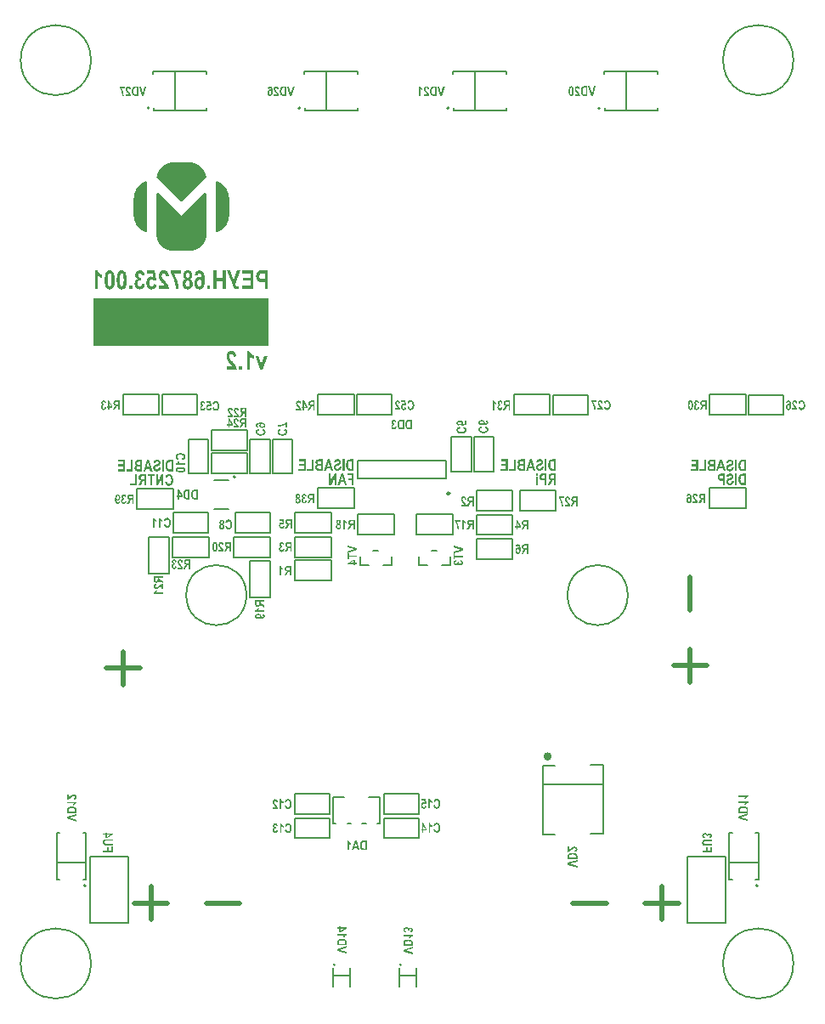
<source format=gbo>
G04*
G04 #@! TF.GenerationSoftware,Altium Limited,Altium Designer,23.3.1 (30)*
G04*
G04 Layer_Color=32896*
%FSLAX43Y43*%
%MOMM*%
G71*
G04*
G04 #@! TF.SameCoordinates,78DDFD1D-995E-4759-9E5F-92B015DE0EB1*
G04*
G04*
G04 #@! TF.FilePolarity,Positive*
G04*
G01*
G75*
%ADD11C,0.200*%
%ADD12C,0.400*%
%ADD13C,0.250*%
%ADD14C,0.150*%
%ADD44C,0.500*%
%ADD96R,17.400X4.700*%
G36*
X-5815Y-32783D02*
X-5801Y-32811D01*
X-5785Y-32836D01*
X-5770Y-32858D01*
X-5756Y-32876D01*
X-5745Y-32890D01*
X-5736Y-32898D01*
X-5735Y-32900D01*
X-5733Y-32901D01*
X-5708Y-32924D01*
X-5684Y-32942D01*
X-5663Y-32958D01*
X-5643Y-32970D01*
X-5626Y-32979D01*
X-5615Y-32986D01*
X-5606Y-32989D01*
X-5605Y-32990D01*
X-5604D01*
Y-33156D01*
X-5643Y-33138D01*
X-5681Y-33117D01*
X-5714Y-33093D01*
X-5742Y-33070D01*
X-5754Y-33061D01*
X-5766Y-33051D01*
X-5776Y-33041D01*
X-5783Y-33034D01*
X-5790Y-33027D01*
X-5794Y-33023D01*
X-5797Y-33020D01*
X-5798Y-33018D01*
Y-33708D01*
X-5949D01*
Y-32752D01*
X-5826D01*
X-5815Y-32783D01*
D02*
G37*
G36*
X-4021Y-33708D02*
X-4317D01*
X-4350Y-33706D01*
X-4381Y-33703D01*
X-4408Y-33699D01*
X-4431Y-33694D01*
X-4449Y-33689D01*
X-4462Y-33685D01*
X-4470Y-33682D01*
X-4473Y-33681D01*
X-4496Y-33670D01*
X-4515Y-33657D01*
X-4532Y-33644D01*
X-4548Y-33632D01*
X-4559Y-33620D01*
X-4569Y-33610D01*
X-4575Y-33605D01*
X-4576Y-33602D01*
X-4591Y-33581D01*
X-4606Y-33557D01*
X-4618Y-33533D01*
X-4628Y-33509D01*
X-4637Y-33489D01*
X-4642Y-33472D01*
X-4645Y-33465D01*
X-4646Y-33461D01*
X-4648Y-33458D01*
Y-33457D01*
X-4658Y-33422D01*
X-4665Y-33385D01*
X-4669Y-33348D01*
X-4673Y-33314D01*
Y-33299D01*
X-4675Y-33285D01*
Y-33272D01*
X-4676Y-33262D01*
Y-33254D01*
Y-33247D01*
Y-33242D01*
Y-33241D01*
X-4675Y-33192D01*
X-4672Y-33148D01*
X-4670Y-33127D01*
X-4668Y-33109D01*
X-4665Y-33092D01*
X-4663Y-33076D01*
X-4661Y-33062D01*
X-4658Y-33049D01*
X-4655Y-33038D01*
X-4654Y-33030D01*
X-4652Y-33023D01*
X-4651Y-33017D01*
X-4649Y-33014D01*
Y-33013D01*
X-4638Y-32979D01*
X-4627Y-32949D01*
X-4614Y-32924D01*
X-4601Y-32903D01*
X-4591Y-32884D01*
X-4583Y-32872D01*
X-4577Y-32865D01*
X-4575Y-32862D01*
X-4556Y-32842D01*
X-4539Y-32825D01*
X-4521Y-32811D01*
X-4505Y-32800D01*
X-4491Y-32791D01*
X-4482Y-32784D01*
X-4474Y-32781D01*
X-4472Y-32780D01*
X-4449Y-32772D01*
X-4422Y-32766D01*
X-4396Y-32760D01*
X-4369Y-32758D01*
X-4345Y-32756D01*
X-4335D01*
X-4326Y-32755D01*
X-4021D01*
Y-33708D01*
D02*
G37*
G36*
X-4730D02*
X-4897D01*
X-4961Y-33492D01*
X-5277D01*
X-5344Y-33708D01*
X-5515D01*
X-5200Y-32755D01*
X-5033D01*
X-4730Y-33708D01*
D02*
G37*
G36*
X-20858Y1247D02*
X-21154D01*
X-21188Y1249D01*
X-21219Y1251D01*
X-21246Y1256D01*
X-21268Y1261D01*
X-21286Y1265D01*
X-21299Y1270D01*
X-21308Y1273D01*
X-21310Y1274D01*
X-21333Y1285D01*
X-21353Y1298D01*
X-21370Y1311D01*
X-21385Y1323D01*
X-21396Y1335D01*
X-21406Y1344D01*
X-21412Y1350D01*
X-21413Y1353D01*
X-21429Y1374D01*
X-21443Y1398D01*
X-21456Y1422D01*
X-21465Y1446D01*
X-21474Y1466D01*
X-21480Y1483D01*
X-21482Y1490D01*
X-21484Y1494D01*
X-21485Y1497D01*
Y1498D01*
X-21495Y1533D01*
X-21502Y1570D01*
X-21506Y1607D01*
X-21511Y1640D01*
Y1656D01*
X-21512Y1670D01*
Y1683D01*
X-21513Y1693D01*
Y1701D01*
Y1708D01*
Y1712D01*
Y1714D01*
X-21512Y1763D01*
X-21509Y1807D01*
X-21508Y1828D01*
X-21505Y1846D01*
X-21502Y1863D01*
X-21501Y1879D01*
X-21498Y1893D01*
X-21495Y1905D01*
X-21492Y1917D01*
X-21491Y1925D01*
X-21489Y1932D01*
X-21488Y1938D01*
X-21487Y1941D01*
Y1942D01*
X-21475Y1976D01*
X-21464Y2006D01*
X-21451Y2031D01*
X-21439Y2052D01*
X-21429Y2070D01*
X-21420Y2083D01*
X-21415Y2090D01*
X-21412Y2093D01*
X-21394Y2113D01*
X-21377Y2130D01*
X-21358Y2144D01*
X-21343Y2155D01*
X-21329Y2163D01*
X-21319Y2170D01*
X-21312Y2173D01*
X-21309Y2175D01*
X-21286Y2183D01*
X-21260Y2189D01*
X-21233Y2194D01*
X-21206Y2197D01*
X-21182Y2199D01*
X-21172D01*
X-21164Y2200D01*
X-20858D01*
Y1247D01*
D02*
G37*
G36*
X-21646D02*
X-21942D01*
X-21976Y1249D01*
X-22007Y1251D01*
X-22034Y1256D01*
X-22056Y1261D01*
X-22074Y1265D01*
X-22087Y1270D01*
X-22096Y1273D01*
X-22098Y1274D01*
X-22121Y1285D01*
X-22141Y1298D01*
X-22158Y1311D01*
X-22173Y1323D01*
X-22184Y1335D01*
X-22194Y1344D01*
X-22200Y1350D01*
X-22201Y1353D01*
X-22217Y1374D01*
X-22231Y1398D01*
X-22244Y1422D01*
X-22253Y1446D01*
X-22262Y1466D01*
X-22268Y1483D01*
X-22270Y1490D01*
X-22272Y1494D01*
X-22273Y1497D01*
Y1498D01*
X-22283Y1533D01*
X-22290Y1570D01*
X-22294Y1607D01*
X-22299Y1640D01*
Y1656D01*
X-22300Y1670D01*
Y1683D01*
X-22301Y1693D01*
Y1701D01*
Y1708D01*
Y1712D01*
Y1714D01*
X-22300Y1763D01*
X-22297Y1807D01*
X-22296Y1828D01*
X-22293Y1846D01*
X-22290Y1863D01*
X-22289Y1879D01*
X-22286Y1893D01*
X-22283Y1905D01*
X-22280Y1917D01*
X-22279Y1925D01*
X-22277Y1932D01*
X-22276Y1938D01*
X-22275Y1941D01*
Y1942D01*
X-22263Y1976D01*
X-22252Y2006D01*
X-22239Y2031D01*
X-22227Y2052D01*
X-22217Y2070D01*
X-22208Y2083D01*
X-22203Y2090D01*
X-22200Y2093D01*
X-22182Y2113D01*
X-22165Y2130D01*
X-22146Y2144D01*
X-22131Y2155D01*
X-22117Y2163D01*
X-22107Y2170D01*
X-22100Y2173D01*
X-22097Y2175D01*
X-22074Y2183D01*
X-22048Y2189D01*
X-22021Y2194D01*
X-21994Y2197D01*
X-21970Y2199D01*
X-21960D01*
X-21952Y2200D01*
X-21646D01*
Y1247D01*
D02*
G37*
G36*
X-22375Y1598D02*
Y1439D01*
X-22695D01*
Y1247D01*
X-22840D01*
Y1439D01*
X-22937D01*
Y1600D01*
X-22840D01*
Y2203D01*
X-22713D01*
X-22375Y1598D01*
D02*
G37*
G36*
X-4986Y-3637D02*
Y-3809D01*
X-5939Y-4087D01*
Y-3917D01*
X-5233Y-3727D01*
X-5939Y-3530D01*
Y-3359D01*
X-4986Y-3637D01*
D02*
G37*
G36*
X-5778Y-4345D02*
X-4986D01*
Y-4502D01*
X-5778D01*
Y-4734D01*
X-5939D01*
Y-4112D01*
X-5778D01*
Y-4345D01*
D02*
G37*
G36*
X-5178Y-5095D02*
X-4986D01*
Y-5240D01*
X-5178D01*
Y-5337D01*
X-5339D01*
Y-5240D01*
X-5942D01*
Y-5113D01*
X-5337Y-4775D01*
X-5178D01*
Y-5095D01*
D02*
G37*
G36*
X-6602Y-41387D02*
X-5998D01*
Y-41514D01*
X-6603Y-41852D01*
X-6763D01*
Y-41532D01*
X-6954D01*
Y-41387D01*
X-6763D01*
Y-41290D01*
X-6602D01*
Y-41387D01*
D02*
G37*
G36*
X-5998Y-42171D02*
X-6030Y-42182D01*
X-6058Y-42196D01*
X-6083Y-42212D01*
X-6104Y-42227D01*
X-6123Y-42241D01*
X-6137Y-42253D01*
X-6145Y-42261D01*
X-6147Y-42263D01*
X-6148Y-42264D01*
X-6170Y-42289D01*
X-6189Y-42313D01*
X-6204Y-42334D01*
X-6217Y-42354D01*
X-6225Y-42371D01*
X-6232Y-42382D01*
X-6235Y-42391D01*
X-6237Y-42392D01*
Y-42394D01*
X-6403D01*
X-6385Y-42354D01*
X-6364Y-42316D01*
X-6340Y-42284D01*
X-6317Y-42255D01*
X-6307Y-42243D01*
X-6297Y-42231D01*
X-6287Y-42222D01*
X-6280Y-42215D01*
X-6273Y-42208D01*
X-6269Y-42203D01*
X-6266Y-42200D01*
X-6265Y-42199D01*
X-6954D01*
Y-42048D01*
X-5998D01*
Y-42171D01*
D02*
G37*
G36*
X-6438Y-42535D02*
X-6395Y-42537D01*
X-6373Y-42539D01*
X-6355Y-42542D01*
X-6338Y-42544D01*
X-6323Y-42546D01*
X-6309Y-42549D01*
X-6296Y-42551D01*
X-6285Y-42554D01*
X-6276Y-42556D01*
X-6269Y-42557D01*
X-6264Y-42559D01*
X-6261Y-42560D01*
X-6259D01*
X-6225Y-42571D01*
X-6196Y-42583D01*
X-6170Y-42595D01*
X-6149Y-42608D01*
X-6131Y-42618D01*
X-6118Y-42626D01*
X-6111Y-42632D01*
X-6108Y-42635D01*
X-6089Y-42653D01*
X-6072Y-42670D01*
X-6058Y-42688D01*
X-6046Y-42704D01*
X-6038Y-42718D01*
X-6031Y-42728D01*
X-6028Y-42735D01*
X-6027Y-42738D01*
X-6018Y-42760D01*
X-6013Y-42787D01*
X-6007Y-42814D01*
X-6004Y-42840D01*
X-6003Y-42864D01*
Y-42874D01*
X-6001Y-42883D01*
Y-43189D01*
X-6954D01*
Y-42893D01*
X-6953Y-42859D01*
X-6950Y-42828D01*
X-6946Y-42801D01*
X-6940Y-42778D01*
X-6936Y-42760D01*
X-6932Y-42747D01*
X-6929Y-42739D01*
X-6927Y-42736D01*
X-6916Y-42714D01*
X-6904Y-42694D01*
X-6891Y-42677D01*
X-6878Y-42661D01*
X-6867Y-42650D01*
X-6857Y-42640D01*
X-6851Y-42635D01*
X-6849Y-42633D01*
X-6827Y-42618D01*
X-6803Y-42604D01*
X-6779Y-42591D01*
X-6755Y-42581D01*
X-6736Y-42573D01*
X-6719Y-42567D01*
X-6712Y-42564D01*
X-6708Y-42563D01*
X-6705Y-42561D01*
X-6703D01*
X-6668Y-42551D01*
X-6631Y-42544D01*
X-6595Y-42540D01*
X-6561Y-42536D01*
X-6545D01*
X-6531Y-42535D01*
X-6519D01*
X-6509Y-42533D01*
X-6500D01*
X-6493D01*
X-6489D01*
X-6488D01*
X-6438Y-42535D01*
D02*
G37*
G36*
X-6001Y-43438D02*
X-6708Y-43629D01*
X-6001Y-43826D01*
Y-43996D01*
X-6954Y-43719D01*
Y-43547D01*
X-6001Y-43269D01*
Y-43438D01*
D02*
G37*
G36*
X-1264Y9167D02*
X-1233Y9160D01*
X-1205Y9150D01*
X-1183Y9140D01*
X-1164Y9129D01*
X-1150Y9119D01*
X-1142Y9112D01*
X-1140Y9111D01*
X-1139Y9109D01*
X-1128Y9098D01*
X-1118Y9084D01*
X-1099Y9054D01*
X-1085Y9023D01*
X-1074Y8992D01*
X-1066Y8964D01*
X-1063Y8953D01*
X-1060Y8942D01*
X-1058Y8933D01*
X-1057Y8926D01*
X-1056Y8922D01*
Y8920D01*
X-1194Y8892D01*
X-1197Y8915D01*
X-1201Y8933D01*
X-1206Y8950D01*
X-1212Y8963D01*
X-1218Y8973D01*
X-1222Y8981D01*
X-1225Y8985D01*
X-1226Y8987D01*
X-1237Y8998D01*
X-1249Y9005D01*
X-1260Y9011D01*
X-1270Y9015D01*
X-1278Y9018D01*
X-1287Y9019D01*
X-1292D01*
X-1307Y9018D01*
X-1319Y9015D01*
X-1331Y9011D01*
X-1339Y9005D01*
X-1346Y8999D01*
X-1352Y8995D01*
X-1354Y8992D01*
X-1356Y8991D01*
X-1364Y8980D01*
X-1370Y8967D01*
X-1376Y8954D01*
X-1378Y8943D01*
X-1380Y8932D01*
X-1381Y8923D01*
Y8918D01*
Y8915D01*
X-1380Y8894D01*
X-1376Y8875D01*
X-1370Y8860D01*
X-1364Y8847D01*
X-1359Y8837D01*
X-1353Y8829D01*
X-1349Y8825D01*
X-1347Y8823D01*
X-1333Y8813D01*
X-1319Y8805D01*
X-1304Y8801D01*
X-1288Y8796D01*
X-1276Y8795D01*
X-1264Y8794D01*
X-1254D01*
X-1239Y8644D01*
X-1253Y8648D01*
X-1266Y8653D01*
X-1278Y8655D01*
X-1288Y8657D01*
X-1295Y8658D01*
X-1307D01*
X-1322Y8657D01*
X-1336Y8653D01*
X-1349Y8646D01*
X-1360Y8639D01*
X-1369Y8630D01*
X-1376Y8624D01*
X-1380Y8619D01*
X-1381Y8617D01*
X-1391Y8602D01*
X-1400Y8584D01*
X-1405Y8565D01*
X-1408Y8548D01*
X-1411Y8533D01*
X-1412Y8520D01*
Y8512D01*
Y8510D01*
Y8509D01*
X-1411Y8482D01*
X-1407Y8459D01*
X-1402Y8438D01*
X-1397Y8423D01*
X-1390Y8409D01*
X-1385Y8400D01*
X-1381Y8393D01*
X-1380Y8392D01*
X-1367Y8378D01*
X-1354Y8368D01*
X-1340Y8361D01*
X-1328Y8357D01*
X-1318Y8354D01*
X-1309Y8351D01*
X-1301D01*
X-1285Y8352D01*
X-1271Y8357D01*
X-1259Y8362D01*
X-1249Y8369D01*
X-1240Y8375D01*
X-1233Y8381D01*
X-1229Y8385D01*
X-1228Y8386D01*
X-1218Y8400D01*
X-1209Y8417D01*
X-1202Y8434D01*
X-1198Y8451D01*
X-1194Y8467D01*
X-1192Y8478D01*
X-1191Y8486D01*
Y8488D01*
Y8489D01*
X-1046Y8468D01*
X-1053Y8423D01*
X-1063Y8385D01*
X-1070Y8366D01*
X-1077Y8351D01*
X-1084Y8335D01*
X-1091Y8323D01*
X-1098Y8310D01*
X-1105Y8300D01*
X-1111Y8292D01*
X-1116Y8283D01*
X-1120Y8278D01*
X-1125Y8273D01*
X-1126Y8272D01*
X-1128Y8271D01*
X-1142Y8258D01*
X-1156Y8247D01*
X-1170Y8237D01*
X-1185Y8230D01*
X-1215Y8216D01*
X-1242Y8207D01*
X-1266Y8203D01*
X-1277Y8202D01*
X-1285Y8200D01*
X-1292Y8199D01*
X-1302D01*
X-1322Y8200D01*
X-1340Y8203D01*
X-1359Y8207D01*
X-1377Y8211D01*
X-1408Y8225D01*
X-1435Y8241D01*
X-1457Y8257D01*
X-1466Y8264D01*
X-1473Y8271D01*
X-1479Y8275D01*
X-1484Y8279D01*
X-1486Y8282D01*
X-1487Y8283D01*
X-1501Y8300D01*
X-1514Y8317D01*
X-1524Y8335D01*
X-1532Y8354D01*
X-1546Y8389D01*
X-1556Y8423D01*
X-1559Y8440D01*
X-1562Y8454D01*
X-1563Y8467D01*
X-1565Y8478D01*
X-1566Y8486D01*
Y8493D01*
Y8498D01*
Y8499D01*
X-1565Y8531D01*
X-1559Y8561D01*
X-1553Y8586D01*
X-1545Y8608D01*
X-1538Y8624D01*
X-1531Y8637D01*
X-1525Y8646D01*
X-1524Y8648D01*
X-1507Y8670D01*
X-1490Y8686D01*
X-1473Y8699D01*
X-1456Y8710D01*
X-1440Y8717D01*
X-1429Y8722D01*
X-1421Y8725D01*
X-1419Y8726D01*
X-1418D01*
X-1438Y8740D01*
X-1455Y8756D01*
X-1470Y8771D01*
X-1481Y8784D01*
X-1491Y8796D01*
X-1497Y8805D01*
X-1501Y8811D01*
X-1503Y8813D01*
X-1512Y8833D01*
X-1519Y8853D01*
X-1525Y8871D01*
X-1528Y8889D01*
X-1531Y8904D01*
X-1532Y8916D01*
Y8923D01*
Y8926D01*
Y8943D01*
X-1529Y8960D01*
X-1522Y8991D01*
X-1512Y9019D01*
X-1501Y9045D01*
X-1488Y9066D01*
X-1483Y9074D01*
X-1479Y9081D01*
X-1474Y9087D01*
X-1471Y9091D01*
X-1470Y9092D01*
X-1469Y9094D01*
X-1456Y9108D01*
X-1443Y9119D01*
X-1429Y9129D01*
X-1415Y9138D01*
X-1387Y9152D01*
X-1360Y9160D01*
X-1335Y9166D01*
X-1325Y9167D01*
X-1316Y9169D01*
X-1308Y9170D01*
X-1281D01*
X-1264Y9167D01*
D02*
G37*
G36*
X492Y8214D02*
X196D01*
X162Y8216D01*
X131Y8218D01*
X105Y8223D01*
X82Y8228D01*
X64Y8233D01*
X51Y8237D01*
X43Y8240D01*
X40Y8241D01*
X17Y8252D01*
X-3Y8265D01*
X-20Y8278D01*
X-35Y8290D01*
X-46Y8302D01*
X-56Y8311D01*
X-62Y8317D01*
X-63Y8320D01*
X-79Y8341D01*
X-93Y8365D01*
X-105Y8389D01*
X-115Y8413D01*
X-124Y8433D01*
X-129Y8450D01*
X-132Y8457D01*
X-134Y8461D01*
X-135Y8464D01*
Y8465D01*
X-145Y8500D01*
X-152Y8537D01*
X-156Y8574D01*
X-160Y8608D01*
Y8623D01*
X-162Y8637D01*
Y8650D01*
X-163Y8660D01*
Y8668D01*
Y8675D01*
Y8679D01*
Y8681D01*
X-162Y8730D01*
X-159Y8774D01*
X-158Y8795D01*
X-155Y8813D01*
X-152Y8830D01*
X-151Y8846D01*
X-148Y8860D01*
X-145Y8873D01*
X-142Y8884D01*
X-141Y8892D01*
X-139Y8899D01*
X-138Y8905D01*
X-137Y8908D01*
Y8909D01*
X-125Y8943D01*
X-114Y8973D01*
X-101Y8998D01*
X-89Y9019D01*
X-79Y9037D01*
X-70Y9050D01*
X-65Y9057D01*
X-62Y9060D01*
X-43Y9080D01*
X-27Y9097D01*
X-8Y9111D01*
X7Y9122D01*
X21Y9131D01*
X31Y9138D01*
X38Y9140D01*
X41Y9142D01*
X64Y9150D01*
X90Y9156D01*
X117Y9162D01*
X144Y9164D01*
X168Y9166D01*
X178D01*
X186Y9167D01*
X492D01*
Y8214D01*
D02*
G37*
G36*
X-296D02*
X-592D01*
X-626Y8216D01*
X-657Y8218D01*
X-683Y8223D01*
X-706Y8228D01*
X-724Y8233D01*
X-737Y8237D01*
X-746Y8240D01*
X-748Y8241D01*
X-771Y8252D01*
X-791Y8265D01*
X-808Y8278D01*
X-823Y8290D01*
X-834Y8302D01*
X-844Y8311D01*
X-850Y8317D01*
X-851Y8320D01*
X-867Y8341D01*
X-881Y8365D01*
X-894Y8389D01*
X-903Y8413D01*
X-912Y8433D01*
X-917Y8450D01*
X-920Y8457D01*
X-922Y8461D01*
X-923Y8464D01*
Y8465D01*
X-933Y8500D01*
X-940Y8537D01*
X-944Y8574D01*
X-948Y8608D01*
Y8623D01*
X-950Y8637D01*
Y8650D01*
X-951Y8660D01*
Y8668D01*
Y8675D01*
Y8679D01*
Y8681D01*
X-950Y8730D01*
X-947Y8774D01*
X-946Y8795D01*
X-943Y8813D01*
X-940Y8830D01*
X-939Y8846D01*
X-936Y8860D01*
X-933Y8873D01*
X-930Y8884D01*
X-929Y8892D01*
X-927Y8899D01*
X-926Y8905D01*
X-925Y8908D01*
Y8909D01*
X-913Y8943D01*
X-902Y8973D01*
X-889Y8998D01*
X-877Y9019D01*
X-867Y9037D01*
X-858Y9050D01*
X-853Y9057D01*
X-850Y9060D01*
X-831Y9080D01*
X-815Y9097D01*
X-796Y9111D01*
X-781Y9122D01*
X-767Y9131D01*
X-757Y9138D01*
X-750Y9140D01*
X-747Y9142D01*
X-724Y9150D01*
X-698Y9156D01*
X-671Y9162D01*
X-644Y9164D01*
X-620Y9166D01*
X-610D01*
X-602Y9167D01*
X-296D01*
Y8214D01*
D02*
G37*
G36*
X-27759Y42398D02*
X-27739Y42397D01*
X-27704Y42388D01*
X-27673Y42378D01*
X-27647Y42366D01*
X-27626Y42353D01*
X-27619Y42346D01*
X-27612Y42342D01*
X-27607Y42337D01*
X-27602Y42333D01*
X-27601Y42332D01*
X-27600Y42330D01*
X-27587Y42316D01*
X-27577Y42302D01*
X-27559Y42268D01*
X-27545Y42233D01*
X-27535Y42199D01*
X-27530Y42182D01*
X-27526Y42167D01*
X-27525Y42153D01*
X-27522Y42141D01*
X-27521Y42132D01*
Y42125D01*
X-27519Y42119D01*
Y42118D01*
X-27669Y42098D01*
X-27671Y42125D01*
X-27676Y42147D01*
X-27681Y42167D01*
X-27688Y42184D01*
X-27697Y42199D01*
X-27705Y42211D01*
X-27715Y42220D01*
X-27725Y42229D01*
X-27735Y42235D01*
X-27743Y42239D01*
X-27760Y42244D01*
X-27766Y42246D01*
X-27772Y42247D01*
X-27776D01*
X-27791Y42246D01*
X-27807Y42242D01*
X-27819Y42237D01*
X-27829Y42232D01*
X-27838Y42225D01*
X-27843Y42220D01*
X-27848Y42216D01*
X-27849Y42215D01*
X-27859Y42202D01*
X-27866Y42187D01*
X-27870Y42171D01*
X-27874Y42156D01*
X-27876Y42141D01*
X-27877Y42130D01*
Y42123D01*
Y42122D01*
Y42120D01*
X-27876Y42099D01*
X-27872Y42078D01*
X-27866Y42058D01*
X-27860Y42041D01*
X-27855Y42026D01*
X-27849Y42015D01*
X-27845Y42008D01*
X-27843Y42005D01*
X-27838Y41996D01*
X-27831Y41986D01*
X-27814Y41964D01*
X-27794Y41940D01*
X-27773Y41915D01*
X-27753Y41891D01*
X-27745Y41879D01*
X-27736Y41871D01*
X-27731Y41864D01*
X-27725Y41858D01*
X-27722Y41854D01*
X-27721Y41852D01*
X-27698Y41827D01*
X-27679Y41802D01*
X-27659Y41779D01*
X-27642Y41758D01*
X-27626Y41737D01*
X-27614Y41719D01*
X-27601Y41702D01*
X-27591Y41686D01*
X-27581Y41672D01*
X-27573Y41661D01*
X-27567Y41649D01*
X-27562Y41641D01*
X-27557Y41634D01*
X-27556Y41630D01*
X-27553Y41627D01*
Y41626D01*
X-27539Y41593D01*
X-27528Y41561D01*
X-27518Y41530D01*
X-27512Y41503D01*
X-27508Y41479D01*
X-27505Y41469D01*
X-27504Y41461D01*
Y41454D01*
X-27502Y41448D01*
Y41445D01*
Y41444D01*
X-28028D01*
Y41613D01*
X-27729D01*
X-27739Y41631D01*
X-27749Y41647D01*
X-27753Y41652D01*
X-27757Y41658D01*
X-27759Y41661D01*
X-27760Y41662D01*
X-27770Y41675D01*
X-27783Y41690D01*
X-27798Y41707D01*
X-27814Y41726D01*
X-27828Y41743D01*
X-27841Y41757D01*
X-27845Y41762D01*
X-27849Y41766D01*
X-27851Y41768D01*
X-27852Y41769D01*
X-27879Y41800D01*
X-27901Y41829D01*
X-27921Y41852D01*
X-27936Y41874D01*
X-27948Y41889D01*
X-27956Y41902D01*
X-27960Y41909D01*
X-27962Y41912D01*
X-27973Y41933D01*
X-27984Y41953D01*
X-27993Y41971D01*
X-28000Y41988D01*
X-28004Y42002D01*
X-28008Y42012D01*
X-28011Y42019D01*
Y42022D01*
X-28017Y42043D01*
X-28021Y42063D01*
X-28024Y42082D01*
X-28027Y42099D01*
Y42115D01*
X-28028Y42126D01*
Y42133D01*
Y42136D01*
Y42156D01*
X-28025Y42174D01*
X-28018Y42208D01*
X-28008Y42239D01*
X-27997Y42266D01*
X-27984Y42288D01*
X-27979Y42298D01*
X-27975Y42305D01*
X-27970Y42311D01*
X-27968Y42315D01*
X-27966Y42318D01*
X-27965Y42319D01*
X-27952Y42333D01*
X-27939Y42346D01*
X-27925Y42356D01*
X-27910Y42366D01*
X-27894Y42374D01*
X-27879Y42380D01*
X-27849Y42390D01*
X-27821Y42395D01*
X-27810Y42397D01*
X-27798Y42398D01*
X-27790Y42399D01*
X-27779D01*
X-27759Y42398D01*
D02*
G37*
G36*
X-26236Y41444D02*
X-26408D01*
X-26686Y42397D01*
X-26517D01*
X-26327Y41690D01*
X-26129Y42397D01*
X-25959D01*
X-26236Y41444D01*
D02*
G37*
G36*
X-26766D02*
X-27062D01*
X-27096Y41445D01*
X-27127Y41448D01*
X-27154Y41452D01*
X-27177Y41458D01*
X-27195Y41462D01*
X-27208Y41466D01*
X-27216Y41469D01*
X-27219Y41470D01*
X-27242Y41482D01*
X-27261Y41494D01*
X-27278Y41507D01*
X-27294Y41520D01*
X-27305Y41531D01*
X-27315Y41541D01*
X-27320Y41547D01*
X-27322Y41549D01*
X-27337Y41571D01*
X-27351Y41595D01*
X-27364Y41618D01*
X-27374Y41642D01*
X-27382Y41662D01*
X-27388Y41679D01*
X-27391Y41686D01*
X-27392Y41690D01*
X-27394Y41693D01*
Y41695D01*
X-27404Y41730D01*
X-27411Y41766D01*
X-27415Y41803D01*
X-27419Y41837D01*
Y41852D01*
X-27421Y41867D01*
Y41879D01*
X-27422Y41889D01*
Y41898D01*
Y41905D01*
Y41909D01*
Y41910D01*
X-27421Y41960D01*
X-27418Y42003D01*
X-27416Y42024D01*
X-27413Y42043D01*
X-27411Y42060D01*
X-27409Y42075D01*
X-27406Y42089D01*
X-27404Y42102D01*
X-27401Y42113D01*
X-27399Y42122D01*
X-27398Y42129D01*
X-27397Y42134D01*
X-27395Y42137D01*
Y42139D01*
X-27384Y42172D01*
X-27373Y42202D01*
X-27360Y42227D01*
X-27347Y42249D01*
X-27337Y42267D01*
X-27329Y42280D01*
X-27323Y42287D01*
X-27320Y42289D01*
X-27302Y42309D01*
X-27285Y42326D01*
X-27267Y42340D01*
X-27251Y42352D01*
X-27237Y42360D01*
X-27227Y42367D01*
X-27220Y42370D01*
X-27218Y42371D01*
X-27195Y42380D01*
X-27168Y42385D01*
X-27141Y42391D01*
X-27115Y42394D01*
X-27091Y42395D01*
X-27081D01*
X-27072Y42397D01*
X-26766D01*
Y41444D01*
D02*
G37*
G36*
X-28130Y42215D02*
X-28469D01*
X-28431Y42153D01*
X-28399Y42088D01*
X-28369Y42027D01*
X-28357Y41998D01*
X-28345Y41971D01*
X-28335Y41944D01*
X-28326Y41922D01*
X-28319Y41900D01*
X-28311Y41882D01*
X-28307Y41868D01*
X-28303Y41857D01*
X-28302Y41851D01*
X-28300Y41848D01*
X-28279Y41774D01*
X-28264Y41700D01*
X-28258Y41665D01*
X-28252Y41631D01*
X-28248Y41600D01*
X-28244Y41571D01*
X-28241Y41544D01*
X-28238Y41518D01*
X-28237Y41497D01*
X-28235Y41479D01*
Y41463D01*
X-28234Y41452D01*
Y41446D01*
Y41444D01*
X-28378D01*
X-28379Y41493D01*
X-28383Y41544D01*
X-28389Y41593D01*
X-28392Y41616D01*
X-28396Y41638D01*
X-28399Y41658D01*
X-28402Y41676D01*
X-28405Y41693D01*
X-28407Y41707D01*
X-28410Y41719D01*
X-28412Y41727D01*
X-28413Y41733D01*
Y41734D01*
X-28427Y41793D01*
X-28444Y41848D01*
X-28452Y41875D01*
X-28459Y41900D01*
X-28468Y41923D01*
X-28476Y41944D01*
X-28483Y41964D01*
X-28490Y41982D01*
X-28498Y41998D01*
X-28502Y42010D01*
X-28507Y42020D01*
X-28510Y42029D01*
X-28513Y42033D01*
Y42034D01*
X-28526Y42060D01*
X-28537Y42084D01*
X-28550Y42106D01*
X-28561Y42127D01*
X-28572Y42146D01*
X-28582Y42164D01*
X-28592Y42180D01*
X-28602Y42195D01*
X-28610Y42208D01*
X-28617Y42219D01*
X-28624Y42227D01*
X-28630Y42236D01*
X-28636Y42242D01*
X-28639Y42247D01*
X-28641Y42249D01*
Y42250D01*
Y42384D01*
X-28130D01*
Y42215D01*
D02*
G37*
G36*
X33993Y-28366D02*
X33962Y-28377D01*
X33934Y-28391D01*
X33909Y-28406D01*
X33887Y-28422D01*
X33869Y-28436D01*
X33855Y-28447D01*
X33846Y-28456D01*
X33845Y-28457D01*
X33844Y-28459D01*
X33821Y-28484D01*
X33803Y-28508D01*
X33787Y-28529D01*
X33775Y-28549D01*
X33766Y-28566D01*
X33759Y-28577D01*
X33756Y-28585D01*
X33755Y-28587D01*
Y-28588D01*
X33589D01*
X33607Y-28549D01*
X33628Y-28511D01*
X33652Y-28478D01*
X33674Y-28450D01*
X33684Y-28437D01*
X33694Y-28426D01*
X33704Y-28416D01*
X33711Y-28409D01*
X33718Y-28402D01*
X33722Y-28398D01*
X33725Y-28395D01*
X33727Y-28394D01*
X33037D01*
Y-28243D01*
X33993D01*
Y-28366D01*
D02*
G37*
G36*
Y-28973D02*
X33962Y-28984D01*
X33934Y-28999D01*
X33909Y-29014D01*
X33887Y-29030D01*
X33869Y-29044D01*
X33855Y-29055D01*
X33846Y-29063D01*
X33845Y-29065D01*
X33844Y-29066D01*
X33821Y-29092D01*
X33803Y-29116D01*
X33787Y-29137D01*
X33775Y-29156D01*
X33766Y-29173D01*
X33759Y-29185D01*
X33756Y-29193D01*
X33755Y-29194D01*
Y-29196D01*
X33589D01*
X33607Y-29156D01*
X33628Y-29118D01*
X33652Y-29086D01*
X33674Y-29058D01*
X33684Y-29045D01*
X33694Y-29034D01*
X33704Y-29024D01*
X33711Y-29017D01*
X33718Y-29010D01*
X33722Y-29006D01*
X33725Y-29003D01*
X33727Y-29001D01*
X33037D01*
Y-28851D01*
X33993D01*
Y-28973D01*
D02*
G37*
G36*
X33553Y-29337D02*
X33597Y-29340D01*
X33618Y-29341D01*
X33636Y-29344D01*
X33653Y-29347D01*
X33669Y-29348D01*
X33683Y-29351D01*
X33696Y-29354D01*
X33707Y-29357D01*
X33715Y-29358D01*
X33722Y-29359D01*
X33728Y-29361D01*
X33731Y-29362D01*
X33732D01*
X33766Y-29374D01*
X33796Y-29385D01*
X33821Y-29397D01*
X33842Y-29410D01*
X33861Y-29420D01*
X33873Y-29428D01*
X33880Y-29434D01*
X33883Y-29437D01*
X33903Y-29455D01*
X33920Y-29472D01*
X33934Y-29491D01*
X33945Y-29506D01*
X33954Y-29520D01*
X33961Y-29530D01*
X33963Y-29537D01*
X33965Y-29540D01*
X33973Y-29562D01*
X33979Y-29589D01*
X33985Y-29616D01*
X33987Y-29643D01*
X33989Y-29667D01*
Y-29677D01*
X33990Y-29685D01*
Y-29991D01*
X33037D01*
Y-29695D01*
X33039Y-29661D01*
X33042Y-29630D01*
X33046Y-29603D01*
X33051Y-29581D01*
X33056Y-29562D01*
X33060Y-29550D01*
X33063Y-29541D01*
X33064Y-29538D01*
X33075Y-29516D01*
X33088Y-29496D01*
X33101Y-29479D01*
X33113Y-29464D01*
X33125Y-29452D01*
X33135Y-29443D01*
X33140Y-29437D01*
X33143Y-29436D01*
X33164Y-29420D01*
X33188Y-29406D01*
X33212Y-29393D01*
X33236Y-29383D01*
X33256Y-29375D01*
X33273Y-29369D01*
X33280Y-29366D01*
X33284Y-29365D01*
X33287Y-29364D01*
X33288D01*
X33323Y-29354D01*
X33360Y-29347D01*
X33397Y-29343D01*
X33431Y-29338D01*
X33446D01*
X33460Y-29337D01*
X33473D01*
X33483Y-29335D01*
X33491D01*
X33498D01*
X33503D01*
X33504D01*
X33553Y-29337D01*
D02*
G37*
G36*
X33990Y-30240D02*
X33284Y-30431D01*
X33990Y-30628D01*
Y-30799D01*
X33037Y-30521D01*
Y-30349D01*
X33990Y-30071D01*
Y-30240D01*
D02*
G37*
G36*
X-14190Y-8971D02*
X-14588D01*
Y-9022D01*
X-14586Y-9037D01*
X-14585Y-9051D01*
X-14582Y-9063D01*
X-14581Y-9071D01*
X-14578Y-9077D01*
X-14576Y-9080D01*
Y-9081D01*
X-14572Y-9091D01*
X-14565Y-9099D01*
X-14552Y-9113D01*
X-14547Y-9119D01*
X-14541Y-9123D01*
X-14538Y-9126D01*
X-14537Y-9128D01*
X-14531Y-9132D01*
X-14523Y-9137D01*
X-14514Y-9144D01*
X-14504Y-9150D01*
X-14481Y-9164D01*
X-14457Y-9178D01*
X-14434Y-9191D01*
X-14424Y-9197D01*
X-14416Y-9202D01*
X-14409Y-9206D01*
X-14403Y-9209D01*
X-14399Y-9212D01*
X-14397D01*
X-14190Y-9325D01*
Y-9515D01*
X-14375Y-9419D01*
X-14395Y-9409D01*
X-14414Y-9400D01*
X-14431Y-9390D01*
X-14447Y-9381D01*
X-14461Y-9373D01*
X-14473Y-9366D01*
X-14495Y-9353D01*
X-14510Y-9343D01*
X-14521Y-9335D01*
X-14528Y-9331D01*
X-14530Y-9329D01*
X-14545Y-9316D01*
X-14561Y-9302D01*
X-14575Y-9288D01*
X-14586Y-9276D01*
X-14596Y-9264D01*
X-14603Y-9254D01*
X-14609Y-9249D01*
X-14610Y-9246D01*
X-14619Y-9281D01*
X-14630Y-9311D01*
X-14644Y-9338D01*
X-14660Y-9359D01*
X-14672Y-9376D01*
X-14684Y-9388D01*
X-14692Y-9395D01*
X-14693Y-9398D01*
X-14695D01*
X-14723Y-9417D01*
X-14753Y-9431D01*
X-14782Y-9440D01*
X-14810Y-9446D01*
X-14836Y-9450D01*
X-14847Y-9452D01*
X-14857D01*
X-14864Y-9453D01*
X-14871D01*
X-14874D01*
X-14875D01*
X-14908Y-9452D01*
X-14936Y-9448D01*
X-14963Y-9442D01*
X-14985Y-9436D01*
X-15002Y-9429D01*
X-15016Y-9424D01*
X-15025Y-9419D01*
X-15027Y-9418D01*
X-15050Y-9404D01*
X-15068Y-9388D01*
X-15084Y-9374D01*
X-15095Y-9360D01*
X-15105Y-9347D01*
X-15112Y-9338D01*
X-15115Y-9331D01*
X-15116Y-9328D01*
X-15121Y-9316D01*
X-15125Y-9304D01*
X-15132Y-9276D01*
X-15136Y-9246D01*
X-15140Y-9216D01*
X-15142Y-9190D01*
Y-9177D01*
X-15143Y-9167D01*
Y-8813D01*
X-14190D01*
Y-8971D01*
D02*
G37*
G36*
X-14760Y-9646D02*
X-14781Y-9684D01*
X-14805Y-9717D01*
X-14827Y-9745D01*
X-14837Y-9758D01*
X-14847Y-9769D01*
X-14857Y-9779D01*
X-14864Y-9786D01*
X-14871Y-9793D01*
X-14875Y-9797D01*
X-14878Y-9800D01*
X-14879Y-9801D01*
X-14190D01*
Y-9952D01*
X-15146D01*
Y-9830D01*
X-15115Y-9818D01*
X-15087Y-9804D01*
X-15061Y-9789D01*
X-15040Y-9773D01*
X-15022Y-9759D01*
X-15008Y-9748D01*
X-14999Y-9739D01*
X-14998Y-9738D01*
X-14996Y-9737D01*
X-14974Y-9711D01*
X-14956Y-9687D01*
X-14940Y-9666D01*
X-14927Y-9646D01*
X-14919Y-9629D01*
X-14912Y-9618D01*
X-14909Y-9610D01*
X-14908Y-9608D01*
Y-9607D01*
X-14741D01*
X-14760Y-9646D01*
D02*
G37*
G36*
X-14798Y-10164D02*
X-14772Y-10165D01*
X-14750Y-10168D01*
X-14729Y-10174D01*
X-14709Y-10178D01*
X-14689Y-10183D01*
X-14672Y-10190D01*
X-14658Y-10196D01*
X-14644Y-10203D01*
X-14631Y-10209D01*
X-14622Y-10214D01*
X-14613Y-10220D01*
X-14606Y-10224D01*
X-14602Y-10227D01*
X-14599Y-10229D01*
X-14598Y-10230D01*
X-14582Y-10243D01*
X-14569Y-10257D01*
X-14558Y-10271D01*
X-14548Y-10283D01*
X-14541Y-10298D01*
X-14534Y-10310D01*
X-14524Y-10334D01*
X-14517Y-10357D01*
X-14516Y-10365D01*
X-14514Y-10372D01*
X-14513Y-10379D01*
Y-10388D01*
X-14514Y-10403D01*
X-14516Y-10419D01*
X-14519Y-10432D01*
X-14523Y-10444D01*
X-14527Y-10453D01*
X-14530Y-10461D01*
X-14531Y-10465D01*
X-14533Y-10467D01*
X-14541Y-10479D01*
X-14551Y-10492D01*
X-14559Y-10502D01*
X-14569Y-10512D01*
X-14578Y-10519D01*
X-14585Y-10526D01*
X-14590Y-10529D01*
X-14592Y-10530D01*
X-14564Y-10529D01*
X-14537Y-10526D01*
X-14513Y-10523D01*
X-14490Y-10519D01*
X-14471Y-10516D01*
X-14454Y-10512D01*
X-14438Y-10509D01*
X-14424Y-10505D01*
X-14413Y-10502D01*
X-14403Y-10499D01*
X-14395Y-10496D01*
X-14389Y-10494D01*
X-14383Y-10491D01*
X-14380Y-10489D01*
X-14378Y-10488D01*
X-14361Y-10475D01*
X-14348Y-10463D01*
X-14338Y-10448D01*
X-14333Y-10436D01*
X-14328Y-10424D01*
X-14327Y-10416D01*
X-14325Y-10410D01*
Y-10408D01*
X-14327Y-10395D01*
X-14330Y-10382D01*
X-14335Y-10372D01*
X-14342Y-10362D01*
X-14359Y-10348D01*
X-14379Y-10337D01*
X-14397Y-10330D01*
X-14414Y-10326D01*
X-14421Y-10324D01*
X-14427Y-10323D01*
X-14430D01*
X-14431D01*
X-14411Y-10178D01*
X-14389Y-10181D01*
X-14369Y-10185D01*
X-14349Y-10190D01*
X-14333Y-10196D01*
X-14316Y-10202D01*
X-14302Y-10207D01*
X-14289Y-10214D01*
X-14276Y-10220D01*
X-14266Y-10226D01*
X-14258Y-10231D01*
X-14244Y-10241D01*
X-14235Y-10248D01*
X-14232Y-10251D01*
X-14213Y-10274D01*
X-14199Y-10299D01*
X-14189Y-10323D01*
X-14182Y-10346D01*
X-14177Y-10367D01*
X-14176Y-10384D01*
X-14175Y-10389D01*
Y-10398D01*
X-14176Y-10422D01*
X-14180Y-10443D01*
X-14186Y-10464D01*
X-14193Y-10484D01*
X-14211Y-10519D01*
X-14221Y-10534D01*
X-14232Y-10549D01*
X-14242Y-10561D01*
X-14252Y-10572D01*
X-14262Y-10582D01*
X-14270Y-10591D01*
X-14279Y-10596D01*
X-14285Y-10601D01*
X-14287Y-10603D01*
X-14289Y-10605D01*
X-14311Y-10619D01*
X-14338Y-10632D01*
X-14366Y-10642D01*
X-14396Y-10651D01*
X-14427Y-10660D01*
X-14458Y-10666D01*
X-14520Y-10675D01*
X-14550Y-10678D01*
X-14576Y-10681D01*
X-14600Y-10682D01*
X-14623Y-10684D01*
X-14640Y-10685D01*
X-14654D01*
X-14662D01*
X-14664D01*
X-14665D01*
X-14712Y-10684D01*
X-14755Y-10682D01*
X-14795Y-10678D01*
X-14832Y-10673D01*
X-14865Y-10667D01*
X-14895Y-10661D01*
X-14923Y-10654D01*
X-14947Y-10647D01*
X-14968Y-10639D01*
X-14985Y-10632D01*
X-15001Y-10626D01*
X-15013Y-10620D01*
X-15023Y-10615D01*
X-15029Y-10611D01*
X-15033Y-10609D01*
X-15035Y-10608D01*
X-15054Y-10592D01*
X-15071Y-10577D01*
X-15087Y-10561D01*
X-15099Y-10544D01*
X-15109Y-10527D01*
X-15119Y-10512D01*
X-15126Y-10496D01*
X-15132Y-10481D01*
X-15140Y-10454D01*
X-15143Y-10441D01*
X-15144Y-10432D01*
X-15146Y-10423D01*
Y-10412D01*
X-15144Y-10392D01*
X-15142Y-10374D01*
X-15137Y-10357D01*
X-15132Y-10340D01*
X-15118Y-10309D01*
X-15102Y-10283D01*
X-15087Y-10262D01*
X-15078Y-10254D01*
X-15073Y-10247D01*
X-15067Y-10241D01*
X-15063Y-10237D01*
X-15060Y-10236D01*
X-15059Y-10234D01*
X-15042Y-10221D01*
X-15023Y-10210D01*
X-15005Y-10200D01*
X-14985Y-10193D01*
X-14946Y-10179D01*
X-14909Y-10171D01*
X-14891Y-10168D01*
X-14875Y-10166D01*
X-14860Y-10165D01*
X-14848Y-10164D01*
X-14837Y-10162D01*
X-14830D01*
X-14824D01*
X-14823D01*
X-14798Y-10164D01*
D02*
G37*
G36*
X-29930Y-32045D02*
X-29327D01*
Y-32172D01*
X-29931Y-32510D01*
X-30091D01*
Y-32190D01*
X-30282D01*
Y-32045D01*
X-30091D01*
Y-31947D01*
X-29930D01*
Y-32045D01*
D02*
G37*
G36*
X-29329Y-32773D02*
X-29857D01*
X-29882D01*
X-29906D01*
X-29927Y-32775D01*
X-29945Y-32776D01*
X-29962D01*
X-29978Y-32778D01*
X-29992Y-32779D01*
X-30003Y-32781D01*
X-30013Y-32782D01*
X-30022Y-32783D01*
X-30029Y-32785D01*
X-30034D01*
X-30040Y-32788D01*
X-30043D01*
X-30058Y-32793D01*
X-30071Y-32800D01*
X-30082Y-32807D01*
X-30092Y-32816D01*
X-30099Y-32823D01*
X-30105Y-32828D01*
X-30108Y-32833D01*
X-30109Y-32834D01*
X-30117Y-32848D01*
X-30123Y-32862D01*
X-30127Y-32876D01*
X-30130Y-32890D01*
X-30132Y-32903D01*
X-30133Y-32913D01*
Y-32923D01*
X-30132Y-32945D01*
X-30127Y-32967D01*
X-30122Y-32985D01*
X-30116Y-32999D01*
X-30110Y-33012D01*
X-30105Y-33020D01*
X-30100Y-33026D01*
X-30099Y-33027D01*
X-30085Y-33041D01*
X-30069Y-33051D01*
X-30054Y-33060D01*
X-30037Y-33067D01*
X-30023Y-33071D01*
X-30012Y-33074D01*
X-30005Y-33077D01*
X-30002D01*
X-29993Y-33078D01*
X-29985D01*
X-29962Y-33079D01*
X-29936Y-33081D01*
X-29910D01*
X-29885Y-33082D01*
X-29874D01*
X-29865D01*
X-29857D01*
X-29851D01*
X-29847D01*
X-29845D01*
X-29329D01*
Y-33240D01*
X-29838D01*
X-29876D01*
X-29912Y-33239D01*
X-29944Y-33237D01*
X-29974Y-33236D01*
X-30000Y-33233D01*
X-30024Y-33230D01*
X-30046Y-33227D01*
X-30065Y-33225D01*
X-30081Y-33223D01*
X-30095Y-33220D01*
X-30106Y-33218D01*
X-30116Y-33215D01*
X-30123Y-33213D01*
X-30127Y-33212D01*
X-30130Y-33211D01*
X-30132D01*
X-30160Y-33198D01*
X-30184Y-33182D01*
X-30205Y-33165D01*
X-30222Y-33148D01*
X-30236Y-33134D01*
X-30246Y-33122D01*
X-30253Y-33113D01*
X-30254Y-33112D01*
Y-33110D01*
X-30268Y-33082D01*
X-30280Y-33051D01*
X-30287Y-33019D01*
X-30292Y-32989D01*
X-30295Y-32961D01*
X-30296Y-32950D01*
Y-32938D01*
X-30298Y-32930D01*
Y-32919D01*
X-30295Y-32876D01*
X-30289Y-32840D01*
X-30281Y-32807D01*
X-30271Y-32781D01*
X-30267Y-32769D01*
X-30263Y-32758D01*
X-30258Y-32750D01*
X-30254Y-32742D01*
X-30250Y-32737D01*
X-30249Y-32733D01*
X-30246Y-32731D01*
Y-32730D01*
X-30225Y-32704D01*
X-30202Y-32685D01*
X-30178Y-32669D01*
X-30157Y-32656D01*
X-30137Y-32647D01*
X-30122Y-32641D01*
X-30116Y-32640D01*
X-30112Y-32638D01*
X-30109Y-32637D01*
X-30108D01*
X-30091Y-32633D01*
X-30071Y-32630D01*
X-30050Y-32627D01*
X-30027Y-32624D01*
X-29982Y-32621D01*
X-29937Y-32618D01*
X-29914Y-32617D01*
X-29895D01*
X-29876Y-32616D01*
X-29861D01*
X-29848D01*
X-29838D01*
X-29833D01*
X-29830D01*
X-29329D01*
Y-32773D01*
D02*
G37*
G36*
Y-33904D02*
X-30282D01*
Y-33746D01*
X-29878D01*
Y-33419D01*
X-29717D01*
Y-33746D01*
X-29490D01*
Y-33368D01*
X-29329D01*
Y-33904D01*
D02*
G37*
G36*
X-22519Y5837D02*
X-22480Y5835D01*
X-22442Y5829D01*
X-22407Y5822D01*
X-22374Y5814D01*
X-22345Y5805D01*
X-22316Y5795D01*
X-22292Y5784D01*
X-22270Y5774D01*
X-22250Y5764D01*
X-22233Y5756D01*
X-22220Y5747D01*
X-22209Y5740D01*
X-22201Y5735D01*
X-22197Y5732D01*
X-22195Y5730D01*
X-22174Y5712D01*
X-22157Y5692D01*
X-22142Y5673D01*
X-22127Y5651D01*
X-22116Y5630D01*
X-22106Y5611D01*
X-22099Y5591D01*
X-22092Y5571D01*
X-22088Y5553D01*
X-22084Y5536D01*
X-22082Y5520D01*
X-22080Y5508D01*
Y5496D01*
X-22078Y5489D01*
Y5482D01*
X-22080Y5460D01*
X-22081Y5439D01*
X-22089Y5399D01*
X-22101Y5364D01*
X-22108Y5348D01*
X-22115Y5334D01*
X-22122Y5322D01*
X-22129Y5310D01*
X-22135Y5300D01*
X-22140Y5293D01*
X-22144Y5286D01*
X-22149Y5282D01*
X-22150Y5279D01*
X-22151Y5278D01*
X-22167Y5262D01*
X-22182Y5248D01*
X-22219Y5224D01*
X-22259Y5203D01*
X-22297Y5186D01*
X-22315Y5179D01*
X-22332Y5174D01*
X-22347Y5169D01*
X-22360Y5165D01*
X-22371Y5162D01*
X-22380Y5159D01*
X-22385Y5158D01*
X-22387D01*
X-22446Y5312D01*
X-22408Y5320D01*
X-22377Y5331D01*
X-22350Y5341D01*
X-22329Y5353D01*
X-22312Y5362D01*
X-22301Y5371D01*
X-22294Y5377D01*
X-22291Y5378D01*
X-22275Y5395D01*
X-22263Y5413D01*
X-22254Y5431D01*
X-22249Y5448D01*
X-22246Y5462D01*
X-22244Y5475D01*
X-22243Y5482D01*
Y5485D01*
X-22244Y5501D01*
X-22246Y5515D01*
X-22254Y5543D01*
X-22267Y5565D01*
X-22281Y5585D01*
X-22294Y5602D01*
X-22306Y5613D01*
X-22315Y5620D01*
X-22316Y5623D01*
X-22318D01*
X-22333Y5632D01*
X-22350Y5640D01*
X-22370Y5647D01*
X-22390Y5653D01*
X-22432Y5663D01*
X-22474Y5668D01*
X-22494Y5671D01*
X-22512Y5673D01*
X-22529Y5674D01*
X-22543D01*
X-22556Y5675D01*
X-22564D01*
X-22572D01*
X-22573D01*
X-22604D01*
X-22634Y5673D01*
X-22660Y5670D01*
X-22684Y5667D01*
X-22707Y5663D01*
X-22728Y5658D01*
X-22746Y5654D01*
X-22762Y5649D01*
X-22776Y5643D01*
X-22789Y5639D01*
X-22798Y5634D01*
X-22807Y5630D01*
X-22813Y5626D01*
X-22818Y5625D01*
X-22820Y5622D01*
X-22821D01*
X-22835Y5611D01*
X-22846Y5599D01*
X-22856Y5588D01*
X-22865Y5577D01*
X-22879Y5553D01*
X-22887Y5530D01*
X-22893Y5510D01*
X-22896Y5495D01*
X-22897Y5489D01*
Y5481D01*
X-22896Y5458D01*
X-22890Y5439D01*
X-22884Y5422D01*
X-22876Y5406D01*
X-22869Y5393D01*
X-22862Y5384D01*
X-22856Y5378D01*
X-22855Y5377D01*
X-22838Y5361D01*
X-22820Y5348D01*
X-22800Y5337D01*
X-22780Y5329D01*
X-22763Y5323D01*
X-22749Y5319D01*
X-22743Y5317D01*
X-22739D01*
X-22738Y5316D01*
X-22736D01*
X-22782Y5159D01*
X-22804Y5165D01*
X-22825Y5172D01*
X-22845Y5179D01*
X-22865Y5186D01*
X-22882Y5195D01*
X-22897Y5202D01*
X-22910Y5210D01*
X-22923Y5217D01*
X-22934Y5224D01*
X-22944Y5231D01*
X-22952Y5237D01*
X-22959Y5243D01*
X-22963Y5247D01*
X-22968Y5250D01*
X-22970Y5251D01*
Y5252D01*
X-22986Y5269D01*
X-23000Y5288D01*
X-23013Y5306D01*
X-23024Y5324D01*
X-23032Y5343D01*
X-23040Y5361D01*
X-23051Y5396D01*
X-23055Y5412D01*
X-23058Y5426D01*
X-23059Y5439D01*
X-23061Y5450D01*
X-23062Y5460D01*
Y5472D01*
X-23061Y5502D01*
X-23056Y5530D01*
X-23051Y5556D01*
X-23044Y5581D01*
X-23034Y5603D01*
X-23024Y5625D01*
X-23013Y5644D01*
X-23003Y5661D01*
X-22992Y5677D01*
X-22980Y5691D01*
X-22970Y5702D01*
X-22961Y5712D01*
X-22954Y5719D01*
X-22948Y5725D01*
X-22944Y5728D01*
X-22942Y5729D01*
X-22915Y5749D01*
X-22886Y5766D01*
X-22856Y5780D01*
X-22825Y5792D01*
X-22793Y5804D01*
X-22762Y5812D01*
X-22731Y5819D01*
X-22700Y5825D01*
X-22672Y5829D01*
X-22646Y5833D01*
X-22622Y5836D01*
X-22601Y5837D01*
X-22586D01*
X-22573Y5839D01*
X-22564D01*
X-22563D01*
X-22562D01*
X-22519Y5837D01*
D02*
G37*
G36*
X-22663Y4978D02*
X-22684Y4939D01*
X-22708Y4907D01*
X-22731Y4879D01*
X-22741Y4866D01*
X-22751Y4855D01*
X-22760Y4845D01*
X-22767Y4838D01*
X-22774Y4831D01*
X-22779Y4827D01*
X-22782Y4824D01*
X-22783Y4822D01*
X-22094D01*
Y4672D01*
X-23049D01*
Y4794D01*
X-23018Y4806D01*
X-22990Y4820D01*
X-22965Y4835D01*
X-22944Y4851D01*
X-22925Y4865D01*
X-22911Y4876D01*
X-22903Y4885D01*
X-22901Y4886D01*
X-22900Y4887D01*
X-22877Y4913D01*
X-22859Y4937D01*
X-22844Y4958D01*
X-22831Y4978D01*
X-22822Y4994D01*
X-22815Y5006D01*
X-22813Y5014D01*
X-22811Y5016D01*
Y5017D01*
X-22645D01*
X-22663Y4978D01*
D02*
G37*
G36*
X-22515Y4448D02*
X-22470Y4446D01*
X-22428Y4442D01*
X-22390Y4438D01*
X-22354Y4433D01*
X-22323Y4426D01*
X-22297Y4421D01*
X-22271Y4414D01*
X-22250Y4408D01*
X-22232Y4401D01*
X-22218Y4395D01*
X-22205Y4391D01*
X-22195Y4385D01*
X-22189Y4383D01*
X-22185Y4381D01*
X-22184Y4380D01*
X-22166Y4366D01*
X-22149Y4352D01*
X-22135Y4336D01*
X-22123Y4321D01*
X-22112Y4305D01*
X-22103Y4291D01*
X-22096Y4276D01*
X-22091Y4261D01*
X-22084Y4235D01*
X-22081Y4223D01*
X-22080Y4214D01*
Y4206D01*
X-22078Y4201D01*
Y4195D01*
X-22080Y4174D01*
X-22082Y4154D01*
X-22088Y4136D01*
X-22095Y4119D01*
X-22112Y4088D01*
X-22132Y4061D01*
X-22151Y4040D01*
X-22160Y4032D01*
X-22168Y4025D01*
X-22175Y4019D01*
X-22181Y4015D01*
X-22184Y4013D01*
X-22185Y4012D01*
X-22208Y3999D01*
X-22233Y3988D01*
X-22260Y3979D01*
X-22290Y3971D01*
X-22353Y3958D01*
X-22415Y3950D01*
X-22445Y3947D01*
X-22473Y3946D01*
X-22497Y3943D01*
X-22519D01*
X-22538Y3941D01*
X-22552D01*
X-22556D01*
X-22560D01*
X-22562D01*
X-22563D01*
X-22612Y3943D01*
X-22656Y3944D01*
X-22698Y3948D01*
X-22735Y3953D01*
X-22770Y3958D01*
X-22801Y3964D01*
X-22828Y3970D01*
X-22853Y3977D01*
X-22875Y3984D01*
X-22893Y3989D01*
X-22907Y3995D01*
X-22920Y4001D01*
X-22930Y4005D01*
X-22935Y4009D01*
X-22939Y4010D01*
X-22941Y4012D01*
X-22961Y4026D01*
X-22976Y4040D01*
X-22992Y4056D01*
X-23004Y4071D01*
X-23014Y4087D01*
X-23023Y4101D01*
X-23030Y4116D01*
X-23035Y4130D01*
X-23044Y4157D01*
X-23047Y4168D01*
X-23048Y4178D01*
X-23049Y4185D01*
Y4197D01*
X-23048Y4218D01*
X-23045Y4237D01*
X-23040Y4256D01*
X-23032Y4273D01*
X-23016Y4304D01*
X-22996Y4331D01*
X-22975Y4352D01*
X-22966Y4360D01*
X-22958Y4367D01*
X-22951Y4373D01*
X-22945Y4377D01*
X-22942Y4378D01*
X-22941Y4380D01*
X-22918Y4393D01*
X-22893Y4402D01*
X-22866Y4412D01*
X-22837Y4419D01*
X-22774Y4432D01*
X-22712Y4440D01*
X-22683Y4443D01*
X-22655Y4445D01*
X-22629Y4446D01*
X-22608Y4448D01*
X-22590Y4449D01*
X-22576D01*
X-22572D01*
X-22567D01*
X-22566D01*
X-22564D01*
X-22515Y4448D01*
D02*
G37*
G36*
X5298Y9098D02*
X5324Y9096D01*
X5348Y9092D01*
X5372Y9086D01*
X5394Y9081D01*
X5415Y9074D01*
X5433Y9065D01*
X5450Y9058D01*
X5464Y9051D01*
X5477Y9043D01*
X5488Y9036D01*
X5498Y9030D01*
X5505Y9024D01*
X5511Y9021D01*
X5513Y9019D01*
X5515Y9017D01*
X5527Y9005D01*
X5539Y8992D01*
X5549Y8979D01*
X5557Y8965D01*
X5570Y8938D01*
X5580Y8914D01*
X5584Y8892D01*
X5585Y8883D01*
X5587Y8875D01*
X5588Y8868D01*
Y8859D01*
X5587Y8840D01*
X5582Y8821D01*
X5578Y8804D01*
X5573Y8789D01*
X5566Y8775D01*
X5561Y8765D01*
X5557Y8759D01*
X5556Y8756D01*
X5719Y8782D01*
Y9064D01*
X5890D01*
Y8668D01*
X5394Y8592D01*
X5372Y8713D01*
X5385Y8723D01*
X5395Y8732D01*
X5405Y8742D01*
X5412Y8752D01*
X5425Y8772D01*
X5433Y8790D01*
X5437Y8806D01*
X5440Y8817D01*
X5441Y8826D01*
Y8828D01*
X5440Y8847D01*
X5434Y8862D01*
X5427Y8878D01*
X5420Y8889D01*
X5412Y8899D01*
X5405Y8906D01*
X5399Y8910D01*
X5398Y8911D01*
X5379Y8923D01*
X5360Y8931D01*
X5337Y8937D01*
X5316Y8941D01*
X5296Y8944D01*
X5281Y8945D01*
X5274D01*
X5269D01*
X5267D01*
X5265D01*
X5233Y8944D01*
X5203Y8940D01*
X5179Y8934D01*
X5160Y8928D01*
X5145Y8923D01*
X5134Y8917D01*
X5129Y8913D01*
X5126Y8911D01*
X5110Y8899D01*
X5100Y8886D01*
X5092Y8872D01*
X5086Y8859D01*
X5083Y8849D01*
X5082Y8841D01*
X5081Y8834D01*
Y8833D01*
X5082Y8818D01*
X5086Y8806D01*
X5092Y8793D01*
X5099Y8783D01*
X5105Y8775D01*
X5110Y8768D01*
X5114Y8763D01*
X5116Y8762D01*
X5130Y8751D01*
X5147Y8742D01*
X5162Y8735D01*
X5178Y8731D01*
X5192Y8728D01*
X5205Y8725D01*
X5212Y8724D01*
X5215D01*
X5195Y8575D01*
X5151Y8582D01*
X5130Y8587D01*
X5112Y8593D01*
X5095Y8600D01*
X5079Y8607D01*
X5064Y8614D01*
X5051Y8621D01*
X5040Y8628D01*
X5030Y8635D01*
X5021Y8641D01*
X5014Y8646D01*
X5009Y8651D01*
X5004Y8655D01*
X5003Y8656D01*
X5002Y8658D01*
X4990Y8672D01*
X4979Y8686D01*
X4962Y8714D01*
X4951Y8744D01*
X4942Y8771D01*
X4938Y8795D01*
X4935Y8806D01*
Y8814D01*
X4934Y8821D01*
Y8831D01*
X4935Y8855D01*
X4938Y8876D01*
X4944Y8897D01*
X4951Y8916D01*
X4958Y8934D01*
X4966Y8950D01*
X4976Y8965D01*
X4986Y8978D01*
X4996Y8989D01*
X5006Y9000D01*
X5014Y9009D01*
X5021Y9016D01*
X5028Y9021D01*
X5034Y9026D01*
X5037Y9027D01*
X5038Y9029D01*
X5058Y9041D01*
X5079Y9052D01*
X5099Y9061D01*
X5119Y9069D01*
X5158Y9082D01*
X5193Y9091D01*
X5210Y9093D01*
X5224Y9095D01*
X5237Y9098D01*
X5248D01*
X5257Y9099D01*
X5264D01*
X5268D01*
X5269D01*
X5298Y9098D01*
D02*
G37*
G36*
X5302Y8317D02*
X5264Y8308D01*
X5233Y8297D01*
X5206Y8287D01*
X5185Y8276D01*
X5168Y8266D01*
X5157Y8257D01*
X5150Y8252D01*
X5147Y8250D01*
X5131Y8233D01*
X5119Y8215D01*
X5110Y8197D01*
X5105Y8180D01*
X5102Y8166D01*
X5100Y8153D01*
X5099Y8146D01*
Y8143D01*
X5100Y8128D01*
X5102Y8114D01*
X5110Y8085D01*
X5123Y8063D01*
X5137Y8043D01*
X5150Y8026D01*
X5162Y8015D01*
X5171Y8008D01*
X5172Y8005D01*
X5174D01*
X5189Y7997D01*
X5206Y7988D01*
X5226Y7981D01*
X5246Y7975D01*
X5288Y7966D01*
X5330Y7960D01*
X5350Y7957D01*
X5368Y7956D01*
X5385Y7954D01*
X5399D01*
X5412Y7953D01*
X5420D01*
X5427D01*
X5429D01*
X5460D01*
X5489Y7956D01*
X5516Y7959D01*
X5540Y7961D01*
X5563Y7966D01*
X5584Y7970D01*
X5602Y7974D01*
X5618Y7980D01*
X5632Y7985D01*
X5644Y7990D01*
X5654Y7994D01*
X5663Y7998D01*
X5668Y8002D01*
X5674Y8004D01*
X5675Y8006D01*
X5677D01*
X5691Y8018D01*
X5702Y8029D01*
X5712Y8040D01*
X5721Y8052D01*
X5735Y8076D01*
X5743Y8098D01*
X5749Y8118D01*
X5752Y8133D01*
X5753Y8139D01*
Y8147D01*
X5752Y8170D01*
X5746Y8190D01*
X5740Y8207D01*
X5732Y8222D01*
X5725Y8235D01*
X5718Y8245D01*
X5712Y8250D01*
X5711Y8252D01*
X5694Y8267D01*
X5675Y8280D01*
X5656Y8291D01*
X5636Y8300D01*
X5619Y8305D01*
X5605Y8310D01*
X5599Y8311D01*
X5595D01*
X5594Y8312D01*
X5592D01*
X5637Y8469D01*
X5660Y8463D01*
X5681Y8456D01*
X5701Y8449D01*
X5721Y8442D01*
X5738Y8434D01*
X5753Y8427D01*
X5766Y8418D01*
X5778Y8411D01*
X5790Y8404D01*
X5800Y8397D01*
X5808Y8391D01*
X5815Y8386D01*
X5819Y8381D01*
X5824Y8379D01*
X5826Y8377D01*
Y8376D01*
X5842Y8359D01*
X5856Y8341D01*
X5869Y8322D01*
X5880Y8304D01*
X5888Y8286D01*
X5895Y8267D01*
X5907Y8232D01*
X5911Y8217D01*
X5914Y8202D01*
X5915Y8190D01*
X5917Y8178D01*
X5918Y8169D01*
Y8156D01*
X5917Y8126D01*
X5912Y8098D01*
X5907Y8073D01*
X5900Y8047D01*
X5890Y8025D01*
X5880Y8004D01*
X5869Y7984D01*
X5859Y7967D01*
X5847Y7951D01*
X5836Y7937D01*
X5826Y7926D01*
X5816Y7916D01*
X5809Y7909D01*
X5804Y7904D01*
X5800Y7901D01*
X5798Y7899D01*
X5771Y7880D01*
X5742Y7863D01*
X5712Y7849D01*
X5681Y7836D01*
X5649Y7825D01*
X5618Y7816D01*
X5587Y7809D01*
X5556Y7803D01*
X5527Y7799D01*
X5502Y7795D01*
X5478Y7792D01*
X5457Y7791D01*
X5441D01*
X5429Y7789D01*
X5420D01*
X5419D01*
X5418D01*
X5375Y7791D01*
X5336Y7794D01*
X5298Y7799D01*
X5262Y7806D01*
X5230Y7815D01*
X5200Y7823D01*
X5172Y7833D01*
X5148Y7844D01*
X5126Y7854D01*
X5106Y7864D01*
X5089Y7873D01*
X5076Y7881D01*
X5065Y7888D01*
X5057Y7894D01*
X5052Y7897D01*
X5051Y7898D01*
X5030Y7916D01*
X5013Y7936D01*
X4997Y7956D01*
X4983Y7977D01*
X4972Y7998D01*
X4962Y8018D01*
X4955Y8037D01*
X4948Y8057D01*
X4944Y8076D01*
X4940Y8092D01*
X4938Y8108D01*
X4935Y8121D01*
Y8132D01*
X4934Y8139D01*
Y8146D01*
X4935Y8169D01*
X4937Y8190D01*
X4945Y8229D01*
X4957Y8264D01*
X4964Y8280D01*
X4971Y8294D01*
X4978Y8307D01*
X4985Y8318D01*
X4990Y8328D01*
X4996Y8335D01*
X5000Y8342D01*
X5004Y8346D01*
X5006Y8349D01*
X5007Y8350D01*
X5023Y8366D01*
X5038Y8380D01*
X5075Y8404D01*
X5114Y8425D01*
X5152Y8442D01*
X5171Y8449D01*
X5188Y8455D01*
X5203Y8459D01*
X5216Y8463D01*
X5227Y8466D01*
X5236Y8469D01*
X5241Y8470D01*
X5243D01*
X5302Y8317D01*
D02*
G37*
G36*
X7466Y9140D02*
X7492Y9138D01*
X7514Y9136D01*
X7537Y9130D01*
X7557Y9126D01*
X7575Y9120D01*
X7592Y9113D01*
X7607Y9107D01*
X7621Y9100D01*
X7634Y9095D01*
X7644Y9088D01*
X7652Y9083D01*
X7660Y9079D01*
X7664Y9075D01*
X7667Y9074D01*
X7668Y9072D01*
X7683Y9059D01*
X7696Y9045D01*
X7707Y9033D01*
X7717Y9019D01*
X7726Y9006D01*
X7733Y8992D01*
X7743Y8968D01*
X7750Y8945D01*
X7751Y8937D01*
X7753Y8928D01*
X7754Y8921D01*
Y8913D01*
X7753Y8897D01*
X7751Y8883D01*
X7747Y8869D01*
X7744Y8858D01*
X7740Y8849D01*
X7736Y8841D01*
X7734Y8837D01*
X7733Y8835D01*
X7724Y8823D01*
X7715Y8811D01*
X7705Y8802D01*
X7695Y8792D01*
X7686Y8785D01*
X7679Y8779D01*
X7674Y8775D01*
X7672Y8773D01*
X7702Y8775D01*
X7729Y8778D01*
X7753Y8780D01*
X7774Y8783D01*
X7793Y8786D01*
X7812Y8790D01*
X7827Y8793D01*
X7841Y8797D01*
X7853Y8800D01*
X7863Y8803D01*
X7871Y8807D01*
X7877Y8809D01*
X7882Y8811D01*
X7885Y8813D01*
X7888Y8814D01*
X7906Y8827D01*
X7919Y8841D01*
X7929Y8854D01*
X7934Y8866D01*
X7939Y8878D01*
X7940Y8886D01*
X7941Y8893D01*
Y8895D01*
X7940Y8907D01*
X7937Y8920D01*
X7932Y8930D01*
X7925Y8940D01*
X7908Y8955D01*
X7889Y8965D01*
X7870Y8973D01*
X7853Y8978D01*
X7846Y8979D01*
X7840Y8981D01*
X7837D01*
X7836D01*
X7855Y9126D01*
X7898Y9117D01*
X7933Y9107D01*
X7964Y9095D01*
X7989Y9082D01*
X8008Y9069D01*
X8022Y9059D01*
X8030Y9052D01*
X8033Y9050D01*
X8053Y9027D01*
X8067Y9002D01*
X8078Y8978D01*
X8085Y8954D01*
X8089Y8934D01*
X8091Y8917D01*
X8092Y8911D01*
Y8903D01*
X8091Y8880D01*
X8088Y8858D01*
X8081Y8838D01*
X8074Y8818D01*
X8056Y8783D01*
X8046Y8768D01*
X8035Y8754D01*
X8023Y8741D01*
X8013Y8730D01*
X8003Y8720D01*
X7995Y8711D01*
X7988Y8706D01*
X7982Y8701D01*
X7978Y8699D01*
X7977Y8697D01*
X7954Y8683D01*
X7927Y8672D01*
X7899Y8661D01*
X7870Y8652D01*
X7808Y8638D01*
X7746Y8628D01*
X7716Y8625D01*
X7689Y8622D01*
X7665Y8621D01*
X7643Y8620D01*
X7626Y8618D01*
X7612D01*
X7603D01*
X7602D01*
X7600D01*
X7554Y8620D01*
X7510Y8621D01*
X7471Y8625D01*
X7434Y8630D01*
X7400Y8637D01*
X7371Y8642D01*
X7342Y8649D01*
X7318Y8656D01*
X7297Y8663D01*
X7280Y8670D01*
X7265Y8677D01*
X7252Y8683D01*
X7244Y8687D01*
X7237Y8692D01*
X7232Y8693D01*
X7231Y8694D01*
X7211Y8710D01*
X7194Y8725D01*
X7180Y8741D01*
X7168Y8758D01*
X7156Y8773D01*
X7148Y8790D01*
X7141Y8806D01*
X7135Y8821D01*
X7127Y8848D01*
X7124Y8859D01*
X7122Y8869D01*
Y8878D01*
X7121Y8883D01*
Y8889D01*
X7122Y8909D01*
X7125Y8927D01*
X7129Y8945D01*
X7134Y8962D01*
X7148Y8993D01*
X7163Y9019D01*
X7179Y9040D01*
X7186Y9048D01*
X7193Y9055D01*
X7197Y9061D01*
X7201Y9065D01*
X7204Y9067D01*
X7206Y9068D01*
X7223Y9081D01*
X7241Y9092D01*
X7259Y9102D01*
X7279Y9110D01*
X7318Y9123D01*
X7355Y9133D01*
X7373Y9136D01*
X7389Y9137D01*
X7404Y9138D01*
X7417Y9140D01*
X7427Y9141D01*
X7434D01*
X7440D01*
X7441D01*
X7466Y9140D01*
D02*
G37*
G36*
X7489Y8363D02*
X7451Y8355D01*
X7420Y8343D01*
X7393Y8333D01*
X7372Y8322D01*
X7355Y8312D01*
X7344Y8304D01*
X7337Y8298D01*
X7334Y8297D01*
X7318Y8280D01*
X7306Y8262D01*
X7297Y8243D01*
X7292Y8226D01*
X7289Y8212D01*
X7287Y8200D01*
X7286Y8193D01*
Y8190D01*
X7287Y8174D01*
X7289Y8160D01*
X7297Y8132D01*
X7310Y8109D01*
X7324Y8090D01*
X7337Y8073D01*
X7349Y8061D01*
X7358Y8054D01*
X7359Y8052D01*
X7361D01*
X7376Y8043D01*
X7393Y8035D01*
X7413Y8028D01*
X7433Y8022D01*
X7475Y8012D01*
X7517Y8006D01*
X7537Y8004D01*
X7555Y8002D01*
X7572Y8001D01*
X7586D01*
X7599Y7999D01*
X7607D01*
X7614D01*
X7616D01*
X7647D01*
X7676Y8002D01*
X7703Y8005D01*
X7727Y8008D01*
X7750Y8012D01*
X7771Y8016D01*
X7789Y8021D01*
X7805Y8026D01*
X7819Y8032D01*
X7832Y8036D01*
X7841Y8040D01*
X7850Y8044D01*
X7855Y8049D01*
X7861Y8050D01*
X7863Y8053D01*
X7864D01*
X7878Y8064D01*
X7889Y8076D01*
X7899Y8087D01*
X7908Y8098D01*
X7922Y8122D01*
X7930Y8145D01*
X7936Y8164D01*
X7939Y8180D01*
X7940Y8185D01*
Y8194D01*
X7939Y8216D01*
X7933Y8236D01*
X7927Y8253D01*
X7919Y8269D01*
X7912Y8281D01*
X7905Y8291D01*
X7899Y8297D01*
X7898Y8298D01*
X7881Y8314D01*
X7863Y8326D01*
X7843Y8338D01*
X7823Y8346D01*
X7806Y8352D01*
X7792Y8356D01*
X7786Y8357D01*
X7782D01*
X7781Y8359D01*
X7779D01*
X7824Y8515D01*
X7847Y8510D01*
X7868Y8503D01*
X7888Y8496D01*
X7908Y8489D01*
X7925Y8480D01*
X7940Y8473D01*
X7953Y8465D01*
X7965Y8458D01*
X7977Y8450D01*
X7987Y8443D01*
X7995Y8438D01*
X8002Y8432D01*
X8006Y8428D01*
X8011Y8425D01*
X8013Y8424D01*
Y8422D01*
X8029Y8405D01*
X8043Y8387D01*
X8056Y8369D01*
X8067Y8350D01*
X8075Y8332D01*
X8082Y8314D01*
X8094Y8279D01*
X8098Y8263D01*
X8101Y8249D01*
X8102Y8236D01*
X8104Y8225D01*
X8105Y8215D01*
Y8202D01*
X8104Y8173D01*
X8099Y8145D01*
X8094Y8119D01*
X8087Y8094D01*
X8077Y8071D01*
X8067Y8050D01*
X8056Y8030D01*
X8046Y8013D01*
X8035Y7998D01*
X8023Y7984D01*
X8013Y7973D01*
X8003Y7963D01*
X7996Y7956D01*
X7991Y7950D01*
X7987Y7947D01*
X7985Y7946D01*
X7958Y7926D01*
X7929Y7909D01*
X7899Y7895D01*
X7868Y7882D01*
X7836Y7871D01*
X7805Y7863D01*
X7774Y7856D01*
X7743Y7850D01*
X7715Y7846D01*
X7689Y7841D01*
X7665Y7839D01*
X7644Y7837D01*
X7629D01*
X7616Y7836D01*
X7607D01*
X7606D01*
X7605D01*
X7562Y7837D01*
X7523Y7840D01*
X7485Y7846D01*
X7449Y7853D01*
X7417Y7861D01*
X7387Y7870D01*
X7359Y7880D01*
X7335Y7891D01*
X7313Y7901D01*
X7293Y7911D01*
X7276Y7919D01*
X7263Y7927D01*
X7252Y7935D01*
X7244Y7940D01*
X7239Y7943D01*
X7238Y7944D01*
X7217Y7963D01*
X7200Y7982D01*
X7184Y8002D01*
X7170Y8023D01*
X7159Y8044D01*
X7149Y8064D01*
X7142Y8084D01*
X7135Y8104D01*
X7131Y8122D01*
X7127Y8139D01*
X7125Y8154D01*
X7122Y8167D01*
Y8178D01*
X7121Y8185D01*
Y8193D01*
X7122Y8215D01*
X7124Y8236D01*
X7132Y8276D01*
X7144Y8311D01*
X7151Y8326D01*
X7158Y8341D01*
X7165Y8353D01*
X7172Y8365D01*
X7177Y8374D01*
X7183Y8381D01*
X7187Y8388D01*
X7192Y8393D01*
X7193Y8396D01*
X7194Y8397D01*
X7210Y8412D01*
X7225Y8427D01*
X7262Y8450D01*
X7301Y8472D01*
X7340Y8489D01*
X7358Y8496D01*
X7375Y8501D01*
X7390Y8505D01*
X7403Y8510D01*
X7414Y8513D01*
X7423Y8515D01*
X7428Y8517D01*
X7430D01*
X7489Y8363D01*
D02*
G37*
G36*
X-11955Y8375D02*
X-12124D01*
Y8715D01*
X-12186Y8677D01*
X-12251Y8645D01*
X-12312Y8615D01*
X-12341Y8602D01*
X-12368Y8591D01*
X-12395Y8581D01*
X-12417Y8571D01*
X-12439Y8564D01*
X-12457Y8557D01*
X-12471Y8553D01*
X-12482Y8549D01*
X-12488Y8547D01*
X-12491Y8546D01*
X-12565Y8525D01*
X-12639Y8509D01*
X-12674Y8504D01*
X-12708Y8498D01*
X-12739Y8494D01*
X-12768Y8489D01*
X-12795Y8487D01*
X-12821Y8484D01*
X-12842Y8482D01*
X-12860Y8481D01*
X-12876D01*
X-12887Y8480D01*
X-12892D01*
X-12895D01*
Y8623D01*
X-12846Y8625D01*
X-12795Y8629D01*
X-12746Y8635D01*
X-12723Y8638D01*
X-12701Y8642D01*
X-12681Y8645D01*
X-12663Y8647D01*
X-12646Y8650D01*
X-12632Y8653D01*
X-12620Y8656D01*
X-12612Y8657D01*
X-12606Y8659D01*
X-12605D01*
X-12546Y8673D01*
X-12491Y8690D01*
X-12464Y8698D01*
X-12439Y8705D01*
X-12416Y8714D01*
X-12395Y8722D01*
X-12375Y8729D01*
X-12357Y8736D01*
X-12341Y8743D01*
X-12329Y8747D01*
X-12319Y8753D01*
X-12310Y8756D01*
X-12306Y8759D01*
X-12305D01*
X-12279Y8771D01*
X-12255Y8783D01*
X-12233Y8795D01*
X-12212Y8807D01*
X-12193Y8818D01*
X-12175Y8828D01*
X-12159Y8838D01*
X-12144Y8848D01*
X-12131Y8856D01*
X-12120Y8863D01*
X-12111Y8870D01*
X-12103Y8876D01*
X-12097Y8881D01*
X-12092Y8884D01*
X-12090Y8887D01*
X-12089D01*
X-11955D01*
Y8375D01*
D02*
G37*
G36*
X-12543Y8120D02*
X-12581Y8112D01*
X-12612Y8100D01*
X-12639Y8091D01*
X-12660Y8079D01*
X-12677Y8069D01*
X-12688Y8061D01*
X-12695Y8055D01*
X-12698Y8054D01*
X-12713Y8037D01*
X-12726Y8019D01*
X-12735Y8000D01*
X-12740Y7983D01*
X-12743Y7969D01*
X-12744Y7957D01*
X-12746Y7950D01*
Y7947D01*
X-12744Y7931D01*
X-12743Y7917D01*
X-12735Y7889D01*
X-12722Y7866D01*
X-12708Y7847D01*
X-12695Y7830D01*
X-12682Y7818D01*
X-12674Y7811D01*
X-12673Y7809D01*
X-12671D01*
X-12656Y7800D01*
X-12639Y7792D01*
X-12619Y7785D01*
X-12599Y7779D01*
X-12557Y7769D01*
X-12515Y7763D01*
X-12495Y7761D01*
X-12477Y7759D01*
X-12460Y7758D01*
X-12446D01*
X-12433Y7756D01*
X-12424D01*
X-12417D01*
X-12416D01*
X-12385D01*
X-12355Y7759D01*
X-12329Y7762D01*
X-12305Y7765D01*
X-12282Y7769D01*
X-12261Y7773D01*
X-12243Y7778D01*
X-12227Y7783D01*
X-12213Y7789D01*
X-12200Y7793D01*
X-12190Y7797D01*
X-12182Y7802D01*
X-12176Y7806D01*
X-12171Y7807D01*
X-12169Y7810D01*
X-12168D01*
X-12154Y7821D01*
X-12142Y7833D01*
X-12133Y7844D01*
X-12124Y7855D01*
X-12110Y7879D01*
X-12102Y7902D01*
X-12096Y7921D01*
X-12093Y7937D01*
X-12092Y7943D01*
Y7951D01*
X-12093Y7974D01*
X-12099Y7993D01*
X-12104Y8010D01*
X-12113Y8026D01*
X-12120Y8038D01*
X-12127Y8048D01*
X-12133Y8054D01*
X-12134Y8055D01*
X-12151Y8071D01*
X-12169Y8083D01*
X-12189Y8095D01*
X-12209Y8103D01*
X-12226Y8109D01*
X-12240Y8113D01*
X-12245Y8115D01*
X-12250D01*
X-12251Y8116D01*
X-12252D01*
X-12207Y8272D01*
X-12185Y8267D01*
X-12164Y8260D01*
X-12144Y8253D01*
X-12124Y8246D01*
X-12107Y8237D01*
X-12092Y8230D01*
X-12079Y8222D01*
X-12066Y8215D01*
X-12055Y8208D01*
X-12045Y8200D01*
X-12037Y8195D01*
X-12030Y8189D01*
X-12025Y8185D01*
X-12021Y8182D01*
X-12018Y8181D01*
Y8179D01*
X-12003Y8162D01*
X-11989Y8144D01*
X-11976Y8126D01*
X-11965Y8107D01*
X-11956Y8089D01*
X-11949Y8071D01*
X-11938Y8036D01*
X-11934Y8020D01*
X-11931Y8006D01*
X-11930Y7993D01*
X-11928Y7982D01*
X-11927Y7972D01*
Y7959D01*
X-11928Y7930D01*
X-11932Y7902D01*
X-11938Y7876D01*
X-11945Y7851D01*
X-11955Y7828D01*
X-11965Y7807D01*
X-11976Y7787D01*
X-11986Y7771D01*
X-11997Y7755D01*
X-12009Y7741D01*
X-12018Y7730D01*
X-12028Y7720D01*
X-12035Y7713D01*
X-12041Y7707D01*
X-12045Y7704D01*
X-12047Y7703D01*
X-12073Y7683D01*
X-12103Y7666D01*
X-12133Y7652D01*
X-12164Y7639D01*
X-12196Y7628D01*
X-12227Y7620D01*
X-12258Y7613D01*
X-12289Y7607D01*
X-12317Y7603D01*
X-12343Y7599D01*
X-12367Y7596D01*
X-12388Y7594D01*
X-12403D01*
X-12416Y7593D01*
X-12424D01*
X-12426D01*
X-12427D01*
X-12470Y7594D01*
X-12509Y7597D01*
X-12547Y7603D01*
X-12582Y7610D01*
X-12615Y7618D01*
X-12644Y7627D01*
X-12673Y7637D01*
X-12696Y7648D01*
X-12719Y7658D01*
X-12739Y7668D01*
X-12756Y7676D01*
X-12768Y7685D01*
X-12780Y7692D01*
X-12788Y7697D01*
X-12792Y7700D01*
X-12794Y7701D01*
X-12815Y7720D01*
X-12832Y7740D01*
X-12847Y7759D01*
X-12861Y7780D01*
X-12873Y7802D01*
X-12883Y7821D01*
X-12890Y7841D01*
X-12897Y7861D01*
X-12901Y7879D01*
X-12905Y7896D01*
X-12907Y7912D01*
X-12909Y7924D01*
Y7935D01*
X-12911Y7943D01*
Y7950D01*
X-12909Y7972D01*
X-12908Y7993D01*
X-12899Y8033D01*
X-12888Y8068D01*
X-12881Y8083D01*
X-12874Y8098D01*
X-12867Y8110D01*
X-12860Y8122D01*
X-12854Y8131D01*
X-12849Y8138D01*
X-12844Y8146D01*
X-12840Y8150D01*
X-12839Y8153D01*
X-12837Y8154D01*
X-12822Y8169D01*
X-12806Y8184D01*
X-12770Y8208D01*
X-12730Y8229D01*
X-12692Y8246D01*
X-12674Y8253D01*
X-12657Y8258D01*
X-12642Y8263D01*
X-12629Y8267D01*
X-12618Y8270D01*
X-12609Y8272D01*
X-12603Y8274D01*
X-12602D01*
X-12543Y8120D01*
D02*
G37*
G36*
X-14538Y8885D02*
X-14494Y8884D01*
X-14455Y8879D01*
X-14418Y8874D01*
X-14384Y8868D01*
X-14354Y8862D01*
X-14326Y8855D01*
X-14302Y8848D01*
X-14281Y8840D01*
X-14264Y8833D01*
X-14249Y8827D01*
X-14236Y8821D01*
X-14226Y8816D01*
X-14221Y8812D01*
X-14216Y8810D01*
X-14215Y8809D01*
X-14195Y8793D01*
X-14178Y8778D01*
X-14163Y8762D01*
X-14150Y8745D01*
X-14140Y8728D01*
X-14130Y8713D01*
X-14123Y8697D01*
X-14118Y8682D01*
X-14109Y8655D01*
X-14106Y8642D01*
X-14105Y8633D01*
X-14104Y8624D01*
Y8613D01*
X-14105Y8593D01*
X-14108Y8575D01*
X-14112Y8558D01*
X-14118Y8541D01*
X-14132Y8510D01*
X-14147Y8485D01*
X-14163Y8463D01*
X-14171Y8455D01*
X-14177Y8448D01*
X-14183Y8442D01*
X-14187Y8438D01*
X-14190Y8437D01*
X-14191Y8435D01*
X-14208Y8423D01*
X-14226Y8411D01*
X-14245Y8401D01*
X-14264Y8394D01*
X-14304Y8380D01*
X-14340Y8372D01*
X-14359Y8369D01*
X-14374Y8368D01*
X-14390Y8366D01*
X-14401Y8365D01*
X-14412Y8363D01*
X-14419D01*
X-14425D01*
X-14426D01*
X-14452Y8365D01*
X-14477Y8366D01*
X-14500Y8369D01*
X-14521Y8375D01*
X-14541Y8379D01*
X-14560Y8384D01*
X-14577Y8392D01*
X-14591Y8397D01*
X-14605Y8404D01*
X-14618Y8410D01*
X-14628Y8415D01*
X-14636Y8421D01*
X-14643Y8425D01*
X-14648Y8428D01*
X-14651Y8430D01*
X-14652Y8431D01*
X-14667Y8444D01*
X-14680Y8458D01*
X-14691Y8472D01*
X-14701Y8485D01*
X-14708Y8499D01*
X-14715Y8511D01*
X-14725Y8535D01*
X-14732Y8558D01*
X-14734Y8566D01*
X-14735Y8573D01*
X-14737Y8580D01*
Y8589D01*
X-14735Y8604D01*
X-14734Y8620D01*
X-14731Y8633D01*
X-14727Y8645D01*
X-14722Y8654D01*
X-14720Y8662D01*
X-14718Y8666D01*
X-14717Y8668D01*
X-14708Y8681D01*
X-14698Y8693D01*
X-14690Y8703D01*
X-14680Y8713D01*
X-14672Y8720D01*
X-14665Y8727D01*
X-14659Y8730D01*
X-14658Y8731D01*
X-14686Y8730D01*
X-14713Y8727D01*
X-14737Y8724D01*
X-14759Y8720D01*
X-14779Y8717D01*
X-14796Y8713D01*
X-14811Y8710D01*
X-14825Y8706D01*
X-14837Y8703D01*
X-14846Y8700D01*
X-14855Y8697D01*
X-14861Y8695D01*
X-14866Y8692D01*
X-14869Y8690D01*
X-14872Y8689D01*
X-14889Y8676D01*
X-14901Y8664D01*
X-14911Y8649D01*
X-14917Y8637D01*
X-14921Y8626D01*
X-14923Y8617D01*
X-14924Y8611D01*
Y8609D01*
X-14923Y8596D01*
X-14920Y8583D01*
X-14914Y8573D01*
X-14907Y8564D01*
X-14890Y8549D01*
X-14870Y8538D01*
X-14852Y8531D01*
X-14835Y8527D01*
X-14828Y8525D01*
X-14823Y8524D01*
X-14820D01*
X-14818D01*
X-14838Y8379D01*
X-14861Y8382D01*
X-14880Y8386D01*
X-14900Y8392D01*
X-14917Y8397D01*
X-14934Y8403D01*
X-14948Y8408D01*
X-14961Y8415D01*
X-14973Y8421D01*
X-14983Y8427D01*
X-14992Y8432D01*
X-15006Y8442D01*
X-15014Y8449D01*
X-15017Y8452D01*
X-15037Y8475D01*
X-15051Y8500D01*
X-15061Y8524D01*
X-15068Y8547D01*
X-15072Y8568D01*
X-15073Y8585D01*
X-15075Y8590D01*
Y8599D01*
X-15073Y8623D01*
X-15069Y8644D01*
X-15064Y8665D01*
X-15057Y8685D01*
X-15038Y8720D01*
X-15028Y8735D01*
X-15017Y8750D01*
X-15007Y8762D01*
X-14997Y8774D01*
X-14987Y8783D01*
X-14979Y8792D01*
X-14971Y8798D01*
X-14965Y8802D01*
X-14962Y8805D01*
X-14961Y8806D01*
X-14938Y8820D01*
X-14911Y8833D01*
X-14883Y8843D01*
X-14854Y8852D01*
X-14823Y8861D01*
X-14792Y8867D01*
X-14729Y8876D01*
X-14700Y8879D01*
X-14673Y8882D01*
X-14649Y8884D01*
X-14627Y8885D01*
X-14610Y8886D01*
X-14596D01*
X-14587D01*
X-14586D01*
X-14584D01*
X-14538Y8885D01*
D02*
G37*
G36*
X-14707Y8121D02*
X-14745Y8112D01*
X-14776Y8101D01*
X-14803Y8091D01*
X-14824Y8080D01*
X-14841Y8070D01*
X-14852Y8062D01*
X-14859Y8056D01*
X-14862Y8055D01*
X-14877Y8038D01*
X-14890Y8019D01*
X-14899Y8001D01*
X-14904Y7984D01*
X-14907Y7970D01*
X-14909Y7957D01*
X-14910Y7950D01*
Y7947D01*
X-14909Y7932D01*
X-14907Y7918D01*
X-14899Y7890D01*
X-14886Y7867D01*
X-14872Y7847D01*
X-14859Y7830D01*
X-14846Y7819D01*
X-14838Y7812D01*
X-14837Y7809D01*
X-14835D01*
X-14820Y7801D01*
X-14803Y7792D01*
X-14783Y7785D01*
X-14763Y7780D01*
X-14721Y7770D01*
X-14679Y7764D01*
X-14659Y7761D01*
X-14641Y7760D01*
X-14624Y7759D01*
X-14610D01*
X-14597Y7757D01*
X-14589D01*
X-14581D01*
X-14580D01*
X-14549D01*
X-14519Y7760D01*
X-14493Y7763D01*
X-14469Y7766D01*
X-14446Y7770D01*
X-14425Y7774D01*
X-14407Y7778D01*
X-14391Y7784D01*
X-14377Y7790D01*
X-14364Y7794D01*
X-14354Y7798D01*
X-14346Y7802D01*
X-14340Y7806D01*
X-14335Y7808D01*
X-14333Y7811D01*
X-14332D01*
X-14318Y7822D01*
X-14307Y7833D01*
X-14297Y7845D01*
X-14288Y7856D01*
X-14274Y7880D01*
X-14266Y7902D01*
X-14260Y7922D01*
X-14257Y7938D01*
X-14256Y7943D01*
Y7952D01*
X-14257Y7974D01*
X-14263Y7994D01*
X-14269Y8011D01*
X-14277Y8026D01*
X-14284Y8039D01*
X-14291Y8049D01*
X-14297Y8055D01*
X-14298Y8056D01*
X-14315Y8072D01*
X-14333Y8084D01*
X-14353Y8095D01*
X-14373Y8104D01*
X-14390Y8110D01*
X-14404Y8114D01*
X-14409Y8115D01*
X-14414D01*
X-14415Y8117D01*
X-14417D01*
X-14371Y8273D01*
X-14349Y8267D01*
X-14328Y8260D01*
X-14308Y8253D01*
X-14288Y8246D01*
X-14271Y8238D01*
X-14256Y8231D01*
X-14243Y8222D01*
X-14230Y8215D01*
X-14219Y8208D01*
X-14209Y8201D01*
X-14201Y8196D01*
X-14194Y8190D01*
X-14190Y8186D01*
X-14185Y8183D01*
X-14183Y8181D01*
Y8180D01*
X-14167Y8163D01*
X-14153Y8145D01*
X-14140Y8126D01*
X-14129Y8108D01*
X-14120Y8090D01*
X-14113Y8072D01*
X-14102Y8036D01*
X-14098Y8021D01*
X-14095Y8007D01*
X-14094Y7994D01*
X-14092Y7983D01*
X-14091Y7973D01*
Y7960D01*
X-14092Y7931D01*
X-14097Y7902D01*
X-14102Y7877D01*
X-14109Y7852D01*
X-14119Y7829D01*
X-14129Y7808D01*
X-14140Y7788D01*
X-14150Y7771D01*
X-14161Y7756D01*
X-14173Y7742D01*
X-14183Y7730D01*
X-14192Y7720D01*
X-14199Y7713D01*
X-14205Y7708D01*
X-14209Y7705D01*
X-14211Y7704D01*
X-14237Y7684D01*
X-14267Y7667D01*
X-14297Y7653D01*
X-14328Y7640D01*
X-14360Y7629D01*
X-14391Y7620D01*
X-14422Y7613D01*
X-14453Y7608D01*
X-14481Y7603D01*
X-14507Y7599D01*
X-14531Y7596D01*
X-14552Y7595D01*
X-14567D01*
X-14580Y7594D01*
X-14589D01*
X-14590D01*
X-14591D01*
X-14634Y7595D01*
X-14673Y7598D01*
X-14711Y7603D01*
X-14746Y7611D01*
X-14779Y7619D01*
X-14808Y7627D01*
X-14837Y7637D01*
X-14861Y7649D01*
X-14883Y7658D01*
X-14903Y7668D01*
X-14920Y7677D01*
X-14932Y7685D01*
X-14944Y7692D01*
X-14952Y7698D01*
X-14956Y7701D01*
X-14958Y7702D01*
X-14979Y7720D01*
X-14996Y7740D01*
X-15011Y7760D01*
X-15026Y7781D01*
X-15037Y7802D01*
X-15047Y7822D01*
X-15054Y7842D01*
X-15061Y7861D01*
X-15065Y7880D01*
X-15069Y7897D01*
X-15071Y7912D01*
X-15073Y7925D01*
Y7936D01*
X-15075Y7943D01*
Y7950D01*
X-15073Y7973D01*
X-15072Y7994D01*
X-15064Y8033D01*
X-15052Y8069D01*
X-15045Y8084D01*
X-15038Y8098D01*
X-15031Y8111D01*
X-15024Y8122D01*
X-15018Y8132D01*
X-15013Y8139D01*
X-15009Y8146D01*
X-15004Y8150D01*
X-15003Y8153D01*
X-15002Y8155D01*
X-14986Y8170D01*
X-14971Y8184D01*
X-14934Y8208D01*
X-14894Y8229D01*
X-14856Y8246D01*
X-14838Y8253D01*
X-14821Y8259D01*
X-14806Y8263D01*
X-14793Y8267D01*
X-14782Y8270D01*
X-14773Y8273D01*
X-14768Y8275D01*
X-14766D01*
X-14707Y8121D01*
D02*
G37*
G36*
X-17752Y-775D02*
X-17724Y-779D01*
X-17698Y-785D01*
X-17673Y-792D01*
X-17650Y-802D01*
X-17629Y-812D01*
X-17609Y-823D01*
X-17592Y-833D01*
X-17577Y-844D01*
X-17563Y-856D01*
X-17552Y-865D01*
X-17542Y-875D01*
X-17535Y-882D01*
X-17529Y-888D01*
X-17526Y-892D01*
X-17525Y-894D01*
X-17505Y-920D01*
X-17488Y-950D01*
X-17474Y-980D01*
X-17461Y-1011D01*
X-17450Y-1043D01*
X-17442Y-1074D01*
X-17435Y-1105D01*
X-17429Y-1136D01*
X-17425Y-1164D01*
X-17421Y-1190D01*
X-17418Y-1214D01*
X-17416Y-1235D01*
Y-1250D01*
X-17415Y-1263D01*
Y-1271D01*
Y-1273D01*
Y-1274D01*
X-17416Y-1317D01*
X-17419Y-1356D01*
X-17425Y-1394D01*
X-17432Y-1429D01*
X-17440Y-1462D01*
X-17449Y-1491D01*
X-17459Y-1520D01*
X-17470Y-1544D01*
X-17480Y-1566D01*
X-17490Y-1586D01*
X-17498Y-1603D01*
X-17507Y-1615D01*
X-17514Y-1627D01*
X-17519Y-1635D01*
X-17522Y-1639D01*
X-17523Y-1641D01*
X-17542Y-1662D01*
X-17561Y-1679D01*
X-17581Y-1694D01*
X-17602Y-1708D01*
X-17624Y-1720D01*
X-17643Y-1730D01*
X-17663Y-1737D01*
X-17683Y-1744D01*
X-17701Y-1748D01*
X-17718Y-1752D01*
X-17733Y-1754D01*
X-17746Y-1756D01*
X-17757D01*
X-17764Y-1758D01*
X-17772D01*
X-17794Y-1756D01*
X-17815Y-1755D01*
X-17855Y-1747D01*
X-17890Y-1735D01*
X-17905Y-1728D01*
X-17920Y-1721D01*
X-17932Y-1714D01*
X-17944Y-1707D01*
X-17953Y-1701D01*
X-17960Y-1696D01*
X-17967Y-1692D01*
X-17972Y-1687D01*
X-17975Y-1686D01*
X-17976Y-1684D01*
X-17991Y-1669D01*
X-18006Y-1653D01*
X-18029Y-1617D01*
X-18051Y-1577D01*
X-18068Y-1539D01*
X-18075Y-1521D01*
X-18080Y-1504D01*
X-18084Y-1489D01*
X-18089Y-1476D01*
X-18092Y-1465D01*
X-18094Y-1456D01*
X-18096Y-1450D01*
Y-1449D01*
X-17942Y-1390D01*
X-17934Y-1428D01*
X-17922Y-1459D01*
X-17912Y-1486D01*
X-17901Y-1507D01*
X-17891Y-1524D01*
X-17883Y-1535D01*
X-17877Y-1542D01*
X-17876Y-1545D01*
X-17859Y-1560D01*
X-17841Y-1573D01*
X-17822Y-1582D01*
X-17805Y-1587D01*
X-17791Y-1590D01*
X-17779Y-1591D01*
X-17772Y-1593D01*
X-17769D01*
X-17753Y-1591D01*
X-17739Y-1590D01*
X-17711Y-1582D01*
X-17688Y-1569D01*
X-17669Y-1555D01*
X-17652Y-1542D01*
X-17640Y-1529D01*
X-17633Y-1521D01*
X-17631Y-1520D01*
Y-1518D01*
X-17622Y-1503D01*
X-17614Y-1486D01*
X-17607Y-1466D01*
X-17601Y-1446D01*
X-17591Y-1404D01*
X-17585Y-1362D01*
X-17583Y-1342D01*
X-17581Y-1324D01*
X-17580Y-1307D01*
Y-1293D01*
X-17578Y-1280D01*
Y-1271D01*
Y-1264D01*
Y-1263D01*
Y-1232D01*
X-17581Y-1202D01*
X-17584Y-1176D01*
X-17587Y-1152D01*
X-17591Y-1129D01*
X-17595Y-1108D01*
X-17600Y-1090D01*
X-17605Y-1074D01*
X-17611Y-1060D01*
X-17615Y-1047D01*
X-17619Y-1037D01*
X-17624Y-1029D01*
X-17628Y-1023D01*
X-17629Y-1018D01*
X-17632Y-1016D01*
Y-1015D01*
X-17643Y-1001D01*
X-17655Y-989D01*
X-17666Y-980D01*
X-17677Y-971D01*
X-17701Y-957D01*
X-17724Y-949D01*
X-17743Y-943D01*
X-17759Y-940D01*
X-17764Y-939D01*
X-17773D01*
X-17795Y-940D01*
X-17815Y-946D01*
X-17832Y-951D01*
X-17848Y-960D01*
X-17860Y-967D01*
X-17870Y-974D01*
X-17876Y-980D01*
X-17877Y-981D01*
X-17893Y-998D01*
X-17905Y-1016D01*
X-17917Y-1036D01*
X-17925Y-1056D01*
X-17931Y-1073D01*
X-17935Y-1087D01*
X-17936Y-1092D01*
Y-1097D01*
X-17938Y-1098D01*
Y-1099D01*
X-18094Y-1054D01*
X-18089Y-1032D01*
X-18082Y-1011D01*
X-18075Y-991D01*
X-18068Y-971D01*
X-18059Y-954D01*
X-18052Y-939D01*
X-18044Y-926D01*
X-18037Y-913D01*
X-18029Y-902D01*
X-18022Y-892D01*
X-18017Y-884D01*
X-18011Y-877D01*
X-18007Y-873D01*
X-18004Y-868D01*
X-18003Y-865D01*
X-18001D01*
X-17984Y-850D01*
X-17966Y-836D01*
X-17948Y-823D01*
X-17929Y-812D01*
X-17911Y-803D01*
X-17893Y-796D01*
X-17858Y-785D01*
X-17842Y-781D01*
X-17828Y-778D01*
X-17815Y-777D01*
X-17804Y-775D01*
X-17794Y-774D01*
X-17781D01*
X-17752Y-775D01*
D02*
G37*
G36*
X-18431Y-788D02*
X-18413Y-789D01*
X-18379Y-796D01*
X-18350Y-808D01*
X-18326Y-820D01*
X-18306Y-833D01*
X-18292Y-843D01*
X-18287Y-849D01*
X-18283Y-851D01*
X-18282Y-853D01*
X-18280Y-854D01*
X-18269Y-867D01*
X-18259Y-881D01*
X-18244Y-909D01*
X-18233Y-939D01*
X-18225Y-968D01*
X-18220Y-992D01*
X-18218Y-1004D01*
Y-1013D01*
X-18217Y-1021D01*
Y-1026D01*
Y-1030D01*
Y-1032D01*
X-18218Y-1057D01*
X-18221Y-1080D01*
X-18225Y-1099D01*
X-18231Y-1116D01*
X-18235Y-1130D01*
X-18240Y-1142D01*
X-18242Y-1147D01*
X-18244Y-1150D01*
X-18255Y-1167D01*
X-18269Y-1183D01*
X-18282Y-1197D01*
X-18296Y-1208D01*
X-18309Y-1216D01*
X-18318Y-1222D01*
X-18324Y-1226D01*
X-18327Y-1228D01*
X-18304Y-1240D01*
X-18285Y-1256D01*
X-18268Y-1271D01*
X-18255Y-1287D01*
X-18244Y-1301D01*
X-18235Y-1312D01*
X-18231Y-1319D01*
X-18230Y-1321D01*
Y-1322D01*
X-18218Y-1346D01*
X-18211Y-1372D01*
X-18206Y-1395D01*
X-18201Y-1418D01*
X-18199Y-1439D01*
X-18197Y-1455D01*
Y-1460D01*
Y-1465D01*
Y-1467D01*
Y-1469D01*
X-18199Y-1493D01*
X-18200Y-1515D01*
X-18209Y-1558D01*
X-18214Y-1576D01*
X-18220Y-1594D01*
X-18227Y-1610D01*
X-18234Y-1624D01*
X-18241Y-1637D01*
X-18248Y-1648D01*
X-18254Y-1658D01*
X-18259Y-1666D01*
X-18264Y-1672D01*
X-18268Y-1676D01*
X-18269Y-1679D01*
X-18271Y-1680D01*
X-18285Y-1694D01*
X-18300Y-1706D01*
X-18316Y-1715D01*
X-18331Y-1725D01*
X-18362Y-1739D01*
X-18392Y-1748D01*
X-18417Y-1754D01*
X-18428Y-1755D01*
X-18438Y-1756D01*
X-18445Y-1758D01*
X-18457D01*
X-18483Y-1756D01*
X-18507Y-1752D01*
X-18530Y-1747D01*
X-18548Y-1739D01*
X-18564Y-1734D01*
X-18576Y-1728D01*
X-18584Y-1724D01*
X-18586Y-1723D01*
X-18607Y-1708D01*
X-18624Y-1692D01*
X-18640Y-1675D01*
X-18653Y-1658D01*
X-18664Y-1642D01*
X-18671Y-1631D01*
X-18675Y-1622D01*
X-18677Y-1621D01*
Y-1620D01*
X-18688Y-1593D01*
X-18696Y-1566D01*
X-18702Y-1541D01*
X-18706Y-1515D01*
X-18709Y-1494D01*
Y-1486D01*
X-18710Y-1479D01*
Y-1472D01*
Y-1467D01*
Y-1465D01*
Y-1463D01*
X-18709Y-1432D01*
X-18705Y-1404D01*
X-18699Y-1380D01*
X-18693Y-1359D01*
X-18688Y-1342D01*
X-18682Y-1329D01*
X-18678Y-1322D01*
X-18677Y-1319D01*
X-18662Y-1298D01*
X-18647Y-1280D01*
X-18630Y-1264D01*
X-18615Y-1252D01*
X-18599Y-1240D01*
X-18588Y-1233D01*
X-18579Y-1229D01*
X-18578Y-1228D01*
X-18576D01*
X-18593Y-1216D01*
X-18610Y-1204D01*
X-18623Y-1191D01*
X-18634Y-1178D01*
X-18644Y-1167D01*
X-18650Y-1159D01*
X-18654Y-1153D01*
X-18655Y-1150D01*
X-18665Y-1130D01*
X-18672Y-1109D01*
X-18678Y-1090D01*
X-18681Y-1071D01*
X-18684Y-1054D01*
X-18685Y-1042D01*
Y-1033D01*
Y-1032D01*
Y-1030D01*
Y-1012D01*
X-18682Y-994D01*
X-18675Y-961D01*
X-18665Y-932D01*
X-18655Y-906D01*
X-18644Y-887D01*
X-18638Y-878D01*
X-18634Y-871D01*
X-18630Y-865D01*
X-18627Y-861D01*
X-18626Y-860D01*
X-18624Y-858D01*
X-18613Y-846D01*
X-18600Y-834D01*
X-18586Y-825D01*
X-18572Y-816D01*
X-18544Y-803D01*
X-18516Y-795D01*
X-18490Y-791D01*
X-18479Y-789D01*
X-18469Y-788D01*
X-18462Y-787D01*
X-18451D01*
X-18431Y-788D01*
D02*
G37*
G36*
X-24565Y-643D02*
X-24551Y-672D01*
X-24535Y-697D01*
X-24520Y-718D01*
X-24506Y-736D01*
X-24494Y-750D01*
X-24486Y-759D01*
X-24485Y-760D01*
X-24483Y-762D01*
X-24458Y-784D01*
X-24434Y-803D01*
X-24413Y-818D01*
X-24393Y-831D01*
X-24376Y-839D01*
X-24365Y-846D01*
X-24356Y-849D01*
X-24355Y-851D01*
X-24353D01*
Y-1017D01*
X-24393Y-999D01*
X-24431Y-977D01*
X-24463Y-953D01*
X-24492Y-931D01*
X-24504Y-921D01*
X-24516Y-911D01*
X-24525Y-901D01*
X-24532Y-894D01*
X-24539Y-887D01*
X-24544Y-883D01*
X-24547Y-880D01*
X-24548Y-879D01*
Y-1568D01*
X-24699D01*
Y-612D01*
X-24576D01*
X-24565Y-643D01*
D02*
G37*
G36*
X-25172D02*
X-25158Y-672D01*
X-25143Y-697D01*
X-25127Y-718D01*
X-25113Y-736D01*
X-25102Y-750D01*
X-25094Y-759D01*
X-25092Y-760D01*
X-25091Y-762D01*
X-25065Y-784D01*
X-25041Y-803D01*
X-25020Y-818D01*
X-25000Y-831D01*
X-24984Y-839D01*
X-24972Y-846D01*
X-24964Y-849D01*
X-24962Y-851D01*
X-24961D01*
Y-1017D01*
X-25000Y-999D01*
X-25039Y-977D01*
X-25071Y-953D01*
X-25099Y-931D01*
X-25112Y-921D01*
X-25123Y-911D01*
X-25133Y-901D01*
X-25140Y-894D01*
X-25147Y-887D01*
X-25151Y-883D01*
X-25154Y-880D01*
X-25156Y-879D01*
Y-1568D01*
X-25306D01*
Y-612D01*
X-25184D01*
X-25172Y-643D01*
D02*
G37*
G36*
X-23868Y-601D02*
X-23840Y-605D01*
X-23815Y-611D01*
X-23790Y-618D01*
X-23767Y-628D01*
X-23746Y-638D01*
X-23726Y-649D01*
X-23709Y-659D01*
X-23694Y-670D01*
X-23680Y-681D01*
X-23668Y-691D01*
X-23658Y-701D01*
X-23651Y-708D01*
X-23646Y-714D01*
X-23643Y-718D01*
X-23642Y-719D01*
X-23622Y-746D01*
X-23605Y-776D01*
X-23591Y-805D01*
X-23578Y-836D01*
X-23567Y-869D01*
X-23558Y-900D01*
X-23551Y-931D01*
X-23546Y-962D01*
X-23541Y-990D01*
X-23537Y-1015D01*
X-23534Y-1039D01*
X-23533Y-1061D01*
Y-1076D01*
X-23532Y-1089D01*
Y-1097D01*
Y-1099D01*
Y-1100D01*
X-23533Y-1142D01*
X-23536Y-1182D01*
X-23541Y-1220D01*
X-23548Y-1255D01*
X-23557Y-1288D01*
X-23565Y-1317D01*
X-23575Y-1345D01*
X-23587Y-1369D01*
X-23596Y-1392D01*
X-23606Y-1412D01*
X-23615Y-1429D01*
X-23623Y-1441D01*
X-23630Y-1452D01*
X-23636Y-1461D01*
X-23639Y-1465D01*
X-23640Y-1467D01*
X-23658Y-1488D01*
X-23678Y-1505D01*
X-23698Y-1520D01*
X-23719Y-1534D01*
X-23740Y-1546D01*
X-23760Y-1555D01*
X-23780Y-1562D01*
X-23799Y-1569D01*
X-23818Y-1574D01*
X-23835Y-1578D01*
X-23850Y-1579D01*
X-23863Y-1582D01*
X-23874D01*
X-23881Y-1584D01*
X-23888D01*
X-23911Y-1582D01*
X-23932Y-1581D01*
X-23971Y-1572D01*
X-24007Y-1561D01*
X-24022Y-1554D01*
X-24036Y-1547D01*
X-24049Y-1540D01*
X-24060Y-1533D01*
X-24070Y-1527D01*
X-24077Y-1522D01*
X-24084Y-1517D01*
X-24088Y-1513D01*
X-24091Y-1512D01*
X-24093Y-1510D01*
X-24108Y-1495D01*
X-24122Y-1479D01*
X-24146Y-1443D01*
X-24167Y-1403D01*
X-24184Y-1365D01*
X-24191Y-1347D01*
X-24197Y-1330D01*
X-24201Y-1314D01*
X-24205Y-1302D01*
X-24208Y-1290D01*
X-24211Y-1282D01*
X-24212Y-1276D01*
Y-1275D01*
X-24059Y-1216D01*
X-24050Y-1254D01*
X-24039Y-1285D01*
X-24029Y-1311D01*
X-24018Y-1333D01*
X-24008Y-1350D01*
X-24000Y-1361D01*
X-23994Y-1368D01*
X-23993Y-1371D01*
X-23976Y-1386D01*
X-23957Y-1399D01*
X-23939Y-1407D01*
X-23922Y-1413D01*
X-23908Y-1416D01*
X-23895Y-1417D01*
X-23888Y-1419D01*
X-23885D01*
X-23870Y-1417D01*
X-23856Y-1416D01*
X-23828Y-1407D01*
X-23805Y-1395D01*
X-23785Y-1381D01*
X-23768Y-1368D01*
X-23757Y-1355D01*
X-23750Y-1347D01*
X-23747Y-1345D01*
Y-1344D01*
X-23739Y-1328D01*
X-23730Y-1311D01*
X-23723Y-1292D01*
X-23718Y-1272D01*
X-23708Y-1230D01*
X-23702Y-1187D01*
X-23699Y-1168D01*
X-23698Y-1149D01*
X-23696Y-1132D01*
Y-1118D01*
X-23695Y-1106D01*
Y-1097D01*
Y-1090D01*
Y-1089D01*
Y-1058D01*
X-23698Y-1028D01*
X-23701Y-1001D01*
X-23704Y-977D01*
X-23708Y-955D01*
X-23712Y-934D01*
X-23716Y-915D01*
X-23722Y-900D01*
X-23728Y-886D01*
X-23732Y-873D01*
X-23736Y-863D01*
X-23740Y-855D01*
X-23744Y-849D01*
X-23746Y-843D01*
X-23749Y-842D01*
Y-841D01*
X-23760Y-827D01*
X-23771Y-815D01*
X-23782Y-805D01*
X-23794Y-797D01*
X-23818Y-783D01*
X-23840Y-774D01*
X-23860Y-769D01*
X-23876Y-766D01*
X-23881Y-765D01*
X-23890D01*
X-23912Y-766D01*
X-23932Y-772D01*
X-23949Y-777D01*
X-23964Y-786D01*
X-23977Y-793D01*
X-23987Y-800D01*
X-23993Y-805D01*
X-23994Y-807D01*
X-24009Y-824D01*
X-24022Y-842D01*
X-24033Y-862D01*
X-24042Y-882D01*
X-24048Y-898D01*
X-24052Y-913D01*
X-24053Y-918D01*
Y-922D01*
X-24055Y-924D01*
Y-925D01*
X-24211Y-880D01*
X-24205Y-858D01*
X-24198Y-836D01*
X-24191Y-817D01*
X-24184Y-797D01*
X-24176Y-780D01*
X-24169Y-765D01*
X-24160Y-752D01*
X-24153Y-739D01*
X-24146Y-728D01*
X-24139Y-718D01*
X-24133Y-710D01*
X-24128Y-703D01*
X-24124Y-698D01*
X-24121Y-694D01*
X-24119Y-691D01*
X-24118D01*
X-24101Y-676D01*
X-24083Y-662D01*
X-24064Y-649D01*
X-24046Y-638D01*
X-24028Y-629D01*
X-24009Y-622D01*
X-23974Y-611D01*
X-23959Y-607D01*
X-23945Y-604D01*
X-23932Y-602D01*
X-23921Y-601D01*
X-23911Y-600D01*
X-23898D01*
X-23868Y-601D01*
D02*
G37*
G36*
X38658Y11102D02*
X38677Y11100D01*
X38713Y11092D01*
X38744Y11082D01*
X38769Y11069D01*
X38790Y11057D01*
X38797Y11050D01*
X38804Y11045D01*
X38810Y11041D01*
X38814Y11037D01*
X38816Y11035D01*
X38817Y11034D01*
X38830Y11020D01*
X38840Y11006D01*
X38858Y10972D01*
X38872Y10937D01*
X38882Y10903D01*
X38886Y10886D01*
X38890Y10871D01*
X38892Y10856D01*
X38895Y10845D01*
X38896Y10835D01*
Y10828D01*
X38897Y10823D01*
Y10821D01*
X38748Y10801D01*
X38745Y10828D01*
X38741Y10851D01*
X38735Y10871D01*
X38728Y10887D01*
X38720Y10903D01*
X38711Y10914D01*
X38701Y10924D01*
X38692Y10933D01*
X38682Y10938D01*
X38673Y10942D01*
X38656Y10948D01*
X38651Y10949D01*
X38645Y10951D01*
X38641D01*
X38625Y10949D01*
X38610Y10945D01*
X38597Y10941D01*
X38587Y10935D01*
X38579Y10928D01*
X38573Y10924D01*
X38569Y10920D01*
X38567Y10918D01*
X38558Y10906D01*
X38551Y10890D01*
X38546Y10875D01*
X38542Y10859D01*
X38541Y10845D01*
X38539Y10834D01*
Y10827D01*
Y10825D01*
Y10824D01*
X38541Y10803D01*
X38545Y10782D01*
X38551Y10762D01*
X38556Y10745D01*
X38562Y10730D01*
X38567Y10718D01*
X38572Y10711D01*
X38573Y10708D01*
X38579Y10700D01*
X38586Y10690D01*
X38603Y10668D01*
X38622Y10644D01*
X38644Y10618D01*
X38663Y10594D01*
X38672Y10583D01*
X38680Y10574D01*
X38686Y10567D01*
X38692Y10562D01*
X38694Y10558D01*
X38696Y10556D01*
X38718Y10531D01*
X38738Y10505D01*
X38758Y10483D01*
X38775Y10462D01*
X38790Y10441D01*
X38803Y10422D01*
X38816Y10405D01*
X38825Y10390D01*
X38835Y10376D01*
X38844Y10364D01*
X38849Y10353D01*
X38855Y10345D01*
X38859Y10338D01*
X38861Y10333D01*
X38863Y10331D01*
Y10329D01*
X38878Y10297D01*
X38889Y10264D01*
X38899Y10233D01*
X38904Y10207D01*
X38909Y10183D01*
X38911Y10173D01*
X38913Y10164D01*
Y10157D01*
X38914Y10152D01*
Y10149D01*
Y10147D01*
X38388D01*
Y10316D01*
X38687D01*
X38677Y10335D01*
X38668Y10350D01*
X38663Y10356D01*
X38659Y10362D01*
X38658Y10364D01*
X38656Y10366D01*
X38646Y10379D01*
X38634Y10394D01*
X38618Y10411D01*
X38603Y10429D01*
X38589Y10446D01*
X38576Y10460D01*
X38572Y10466D01*
X38567Y10470D01*
X38566Y10472D01*
X38565Y10473D01*
X38538Y10504D01*
X38515Y10532D01*
X38496Y10556D01*
X38480Y10577D01*
X38469Y10593D01*
X38460Y10605D01*
X38456Y10613D01*
X38455Y10615D01*
X38443Y10637D01*
X38432Y10656D01*
X38424Y10675D01*
X38417Y10691D01*
X38412Y10706D01*
X38408Y10715D01*
X38405Y10722D01*
Y10725D01*
X38400Y10746D01*
X38395Y10766D01*
X38393Y10786D01*
X38390Y10803D01*
Y10818D01*
X38388Y10830D01*
Y10837D01*
Y10839D01*
Y10859D01*
X38391Y10878D01*
X38398Y10911D01*
X38408Y10942D01*
X38419Y10969D01*
X38432Y10992D01*
X38438Y11002D01*
X38442Y11009D01*
X38446Y11014D01*
X38449Y11019D01*
X38450Y11021D01*
X38452Y11023D01*
X38465Y11037D01*
X38477Y11050D01*
X38491Y11059D01*
X38507Y11069D01*
X38522Y11078D01*
X38538Y11083D01*
X38567Y11093D01*
X38596Y11099D01*
X38607Y11100D01*
X38618Y11102D01*
X38627Y11103D01*
X38638D01*
X38658Y11102D01*
D02*
G37*
G36*
X38025D02*
X38047Y11099D01*
X38067Y11092D01*
X38087Y11085D01*
X38122Y11066D01*
X38138Y11057D01*
X38152Y11045D01*
X38164Y11034D01*
X38176Y11024D01*
X38185Y11014D01*
X38194Y11006D01*
X38200Y10999D01*
X38204Y10993D01*
X38207Y10989D01*
X38208Y10988D01*
X38222Y10965D01*
X38233Y10938D01*
X38245Y10910D01*
X38253Y10880D01*
X38267Y10818D01*
X38277Y10756D01*
X38280Y10727D01*
X38283Y10700D01*
X38284Y10676D01*
X38286Y10653D01*
X38287Y10637D01*
Y10622D01*
Y10614D01*
Y10613D01*
Y10611D01*
X38286Y10565D01*
X38284Y10521D01*
X38280Y10481D01*
X38276Y10445D01*
X38269Y10411D01*
X38263Y10381D01*
X38256Y10353D01*
X38249Y10329D01*
X38242Y10308D01*
X38235Y10291D01*
X38228Y10276D01*
X38222Y10263D01*
X38218Y10254D01*
X38214Y10247D01*
X38212Y10243D01*
X38211Y10242D01*
X38195Y10222D01*
X38180Y10205D01*
X38164Y10191D01*
X38147Y10178D01*
X38132Y10167D01*
X38115Y10159D01*
X38099Y10152D01*
X38084Y10146D01*
X38057Y10137D01*
X38046Y10135D01*
X38036Y10133D01*
X38028D01*
X38022Y10132D01*
X38016D01*
X37997Y10133D01*
X37978Y10136D01*
X37960Y10140D01*
X37943Y10145D01*
X37912Y10159D01*
X37887Y10174D01*
X37865Y10190D01*
X37857Y10197D01*
X37850Y10204D01*
X37844Y10208D01*
X37840Y10212D01*
X37839Y10215D01*
X37837Y10216D01*
X37825Y10233D01*
X37813Y10252D01*
X37803Y10270D01*
X37795Y10290D01*
X37782Y10329D01*
X37772Y10366D01*
X37770Y10384D01*
X37768Y10400D01*
X37767Y10415D01*
X37765Y10428D01*
X37764Y10438D01*
Y10445D01*
Y10450D01*
Y10452D01*
X37765Y10477D01*
X37767Y10503D01*
X37770Y10525D01*
X37775Y10548D01*
X37779Y10567D01*
X37785Y10586D01*
X37792Y10603D01*
X37798Y10618D01*
X37805Y10632D01*
X37810Y10645D01*
X37817Y10655D01*
X37822Y10663D01*
X37826Y10670D01*
X37830Y10675D01*
X37832Y10677D01*
X37833Y10679D01*
X37846Y10694D01*
X37860Y10707D01*
X37872Y10718D01*
X37887Y10728D01*
X37899Y10737D01*
X37913Y10744D01*
X37937Y10753D01*
X37960Y10761D01*
X37968Y10762D01*
X37977Y10763D01*
X37984Y10765D01*
X37992D01*
X38008Y10763D01*
X38022Y10762D01*
X38036Y10758D01*
X38047Y10755D01*
X38056Y10751D01*
X38064Y10746D01*
X38068Y10745D01*
X38070Y10744D01*
X38083Y10735D01*
X38094Y10725D01*
X38104Y10715D01*
X38114Y10706D01*
X38121Y10697D01*
X38126Y10690D01*
X38130Y10684D01*
X38132Y10683D01*
X38130Y10713D01*
X38128Y10739D01*
X38125Y10763D01*
X38122Y10785D01*
X38119Y10804D01*
X38115Y10823D01*
X38112Y10838D01*
X38108Y10852D01*
X38105Y10863D01*
X38102Y10873D01*
X38098Y10882D01*
X38097Y10887D01*
X38094Y10893D01*
X38092Y10896D01*
X38091Y10899D01*
X38078Y10917D01*
X38064Y10930D01*
X38051Y10940D01*
X38039Y10945D01*
X38028Y10949D01*
X38019Y10951D01*
X38012Y10952D01*
X38011D01*
X37998Y10951D01*
X37985Y10948D01*
X37975Y10942D01*
X37966Y10935D01*
X37950Y10918D01*
X37940Y10900D01*
X37932Y10880D01*
X37927Y10863D01*
X37926Y10856D01*
X37925Y10851D01*
Y10848D01*
Y10847D01*
X37779Y10866D01*
X37788Y10909D01*
X37798Y10944D01*
X37810Y10975D01*
X37823Y11000D01*
X37836Y11019D01*
X37846Y11033D01*
X37853Y11041D01*
X37856Y11044D01*
X37878Y11064D01*
X37903Y11078D01*
X37927Y11089D01*
X37951Y11096D01*
X37971Y11100D01*
X37988Y11102D01*
X37994Y11103D01*
X38002D01*
X38025Y11102D01*
D02*
G37*
G36*
X39340Y11114D02*
X39368Y11110D01*
X39394Y11105D01*
X39419Y11097D01*
X39441Y11088D01*
X39463Y11078D01*
X39482Y11066D01*
X39499Y11057D01*
X39515Y11045D01*
X39529Y11034D01*
X39540Y11024D01*
X39550Y11014D01*
X39557Y11007D01*
X39563Y11002D01*
X39566Y10997D01*
X39567Y10996D01*
X39587Y10969D01*
X39604Y10940D01*
X39618Y10910D01*
X39630Y10879D01*
X39642Y10847D01*
X39650Y10816D01*
X39657Y10785D01*
X39663Y10753D01*
X39667Y10725D01*
X39671Y10700D01*
X39674Y10676D01*
X39675Y10655D01*
Y10639D01*
X39677Y10627D01*
Y10618D01*
Y10617D01*
Y10615D01*
X39675Y10573D01*
X39673Y10534D01*
X39667Y10496D01*
X39660Y10460D01*
X39652Y10428D01*
X39643Y10398D01*
X39633Y10370D01*
X39622Y10346D01*
X39612Y10324D01*
X39602Y10304D01*
X39594Y10287D01*
X39585Y10274D01*
X39578Y10263D01*
X39573Y10254D01*
X39570Y10250D01*
X39568Y10249D01*
X39550Y10228D01*
X39530Y10211D01*
X39511Y10195D01*
X39489Y10181D01*
X39468Y10170D01*
X39449Y10160D01*
X39429Y10153D01*
X39409Y10146D01*
X39391Y10142D01*
X39374Y10137D01*
X39358Y10136D01*
X39346Y10133D01*
X39334D01*
X39327Y10132D01*
X39320D01*
X39298Y10133D01*
X39277Y10135D01*
X39237Y10143D01*
X39202Y10154D01*
X39186Y10161D01*
X39172Y10168D01*
X39160Y10176D01*
X39148Y10183D01*
X39138Y10188D01*
X39131Y10194D01*
X39124Y10198D01*
X39120Y10202D01*
X39117Y10204D01*
X39116Y10205D01*
X39100Y10221D01*
X39086Y10236D01*
X39062Y10273D01*
X39041Y10312D01*
X39024Y10350D01*
X39017Y10369D01*
X39012Y10386D01*
X39007Y10401D01*
X39003Y10414D01*
X39000Y10425D01*
X38997Y10434D01*
X38996Y10439D01*
Y10441D01*
X39150Y10500D01*
X39158Y10462D01*
X39169Y10431D01*
X39179Y10404D01*
X39191Y10383D01*
X39200Y10366D01*
X39209Y10355D01*
X39215Y10348D01*
X39216Y10345D01*
X39233Y10329D01*
X39251Y10316D01*
X39269Y10308D01*
X39286Y10302D01*
X39300Y10300D01*
X39313Y10298D01*
X39320Y10297D01*
X39323D01*
X39339Y10298D01*
X39353Y10300D01*
X39381Y10308D01*
X39403Y10321D01*
X39423Y10335D01*
X39440Y10348D01*
X39451Y10360D01*
X39458Y10369D01*
X39461Y10370D01*
Y10371D01*
X39470Y10387D01*
X39478Y10404D01*
X39485Y10424D01*
X39491Y10443D01*
X39501Y10486D01*
X39506Y10528D01*
X39509Y10548D01*
X39511Y10566D01*
X39512Y10583D01*
Y10597D01*
X39513Y10610D01*
Y10618D01*
Y10625D01*
Y10627D01*
Y10658D01*
X39511Y10687D01*
X39508Y10714D01*
X39505Y10738D01*
X39501Y10761D01*
X39496Y10782D01*
X39492Y10800D01*
X39487Y10816D01*
X39481Y10830D01*
X39477Y10842D01*
X39472Y10852D01*
X39468Y10861D01*
X39464Y10866D01*
X39463Y10872D01*
X39460Y10873D01*
Y10875D01*
X39449Y10889D01*
X39437Y10900D01*
X39426Y10910D01*
X39415Y10918D01*
X39391Y10933D01*
X39368Y10941D01*
X39348Y10947D01*
X39333Y10949D01*
X39327Y10951D01*
X39319D01*
X39296Y10949D01*
X39277Y10944D01*
X39260Y10938D01*
X39244Y10930D01*
X39231Y10923D01*
X39222Y10916D01*
X39216Y10910D01*
X39215Y10909D01*
X39199Y10892D01*
X39186Y10873D01*
X39175Y10854D01*
X39167Y10834D01*
X39161Y10817D01*
X39157Y10803D01*
X39155Y10797D01*
Y10793D01*
X39154Y10792D01*
Y10790D01*
X38997Y10835D01*
X39003Y10858D01*
X39010Y10879D01*
X39017Y10899D01*
X39024Y10918D01*
X39033Y10935D01*
X39040Y10951D01*
X39048Y10964D01*
X39055Y10976D01*
X39062Y10988D01*
X39069Y10997D01*
X39075Y11006D01*
X39081Y11013D01*
X39085Y11017D01*
X39088Y11021D01*
X39089Y11024D01*
X39090D01*
X39107Y11040D01*
X39126Y11054D01*
X39144Y11066D01*
X39162Y11078D01*
X39181Y11086D01*
X39199Y11093D01*
X39234Y11105D01*
X39250Y11109D01*
X39264Y11112D01*
X39277Y11113D01*
X39288Y11114D01*
X39298Y11116D01*
X39310D01*
X39340Y11114D01*
D02*
G37*
G36*
X19274Y11106D02*
X19293Y11105D01*
X19329Y11096D01*
X19360Y11086D01*
X19385Y11074D01*
X19406Y11061D01*
X19413Y11054D01*
X19420Y11050D01*
X19426Y11046D01*
X19430Y11041D01*
X19432Y11040D01*
X19433Y11039D01*
X19446Y11024D01*
X19456Y11010D01*
X19474Y10977D01*
X19488Y10941D01*
X19498Y10907D01*
X19502Y10891D01*
X19506Y10875D01*
X19508Y10861D01*
X19510Y10850D01*
X19512Y10840D01*
Y10833D01*
X19513Y10827D01*
Y10826D01*
X19364Y10806D01*
X19361Y10833D01*
X19357Y10855D01*
X19351Y10875D01*
X19344Y10892D01*
X19336Y10907D01*
X19327Y10919D01*
X19317Y10929D01*
X19308Y10937D01*
X19298Y10943D01*
X19289Y10947D01*
X19272Y10953D01*
X19267Y10954D01*
X19261Y10955D01*
X19257D01*
X19241Y10954D01*
X19226Y10950D01*
X19213Y10946D01*
X19203Y10940D01*
X19195Y10933D01*
X19189Y10929D01*
X19185Y10924D01*
X19183Y10923D01*
X19174Y10910D01*
X19167Y10895D01*
X19162Y10879D01*
X19158Y10864D01*
X19157Y10850D01*
X19155Y10838D01*
Y10831D01*
Y10830D01*
Y10829D01*
X19157Y10807D01*
X19161Y10786D01*
X19167Y10766D01*
X19172Y10750D01*
X19178Y10734D01*
X19183Y10723D01*
X19188Y10716D01*
X19189Y10713D01*
X19195Y10704D01*
X19202Y10695D01*
X19219Y10672D01*
X19238Y10648D01*
X19260Y10623D01*
X19279Y10599D01*
X19288Y10587D01*
X19296Y10579D01*
X19302Y10572D01*
X19308Y10566D01*
X19310Y10562D01*
X19312Y10561D01*
X19334Y10535D01*
X19354Y10510D01*
X19374Y10487D01*
X19391Y10466D01*
X19406Y10445D01*
X19419Y10427D01*
X19432Y10410D01*
X19441Y10394D01*
X19451Y10380D01*
X19460Y10369D01*
X19465Y10358D01*
X19471Y10349D01*
X19475Y10342D01*
X19477Y10338D01*
X19479Y10335D01*
Y10334D01*
X19494Y10301D01*
X19505Y10269D01*
X19515Y10238D01*
X19520Y10211D01*
X19525Y10187D01*
X19527Y10177D01*
X19529Y10169D01*
Y10162D01*
X19530Y10156D01*
Y10153D01*
Y10152D01*
X19004D01*
Y10321D01*
X19303D01*
X19293Y10339D01*
X19284Y10355D01*
X19279Y10361D01*
X19275Y10366D01*
X19274Y10369D01*
X19272Y10370D01*
X19262Y10383D01*
X19250Y10399D01*
X19234Y10415D01*
X19219Y10434D01*
X19205Y10451D01*
X19192Y10465D01*
X19188Y10470D01*
X19183Y10475D01*
X19182Y10476D01*
X19181Y10477D01*
X19154Y10509D01*
X19131Y10537D01*
X19112Y10561D01*
X19096Y10582D01*
X19085Y10597D01*
X19076Y10610D01*
X19072Y10617D01*
X19071Y10620D01*
X19059Y10641D01*
X19048Y10661D01*
X19040Y10679D01*
X19033Y10696D01*
X19028Y10710D01*
X19024Y10720D01*
X19021Y10727D01*
Y10730D01*
X19016Y10751D01*
X19011Y10771D01*
X19009Y10790D01*
X19006Y10807D01*
Y10823D01*
X19004Y10834D01*
Y10841D01*
Y10844D01*
Y10864D01*
X19007Y10882D01*
X19014Y10916D01*
X19024Y10947D01*
X19035Y10974D01*
X19048Y10996D01*
X19054Y11006D01*
X19058Y11013D01*
X19062Y11019D01*
X19065Y11023D01*
X19066Y11026D01*
X19068Y11027D01*
X19081Y11041D01*
X19093Y11054D01*
X19107Y11064D01*
X19123Y11074D01*
X19138Y11082D01*
X19154Y11088D01*
X19183Y11098D01*
X19212Y11103D01*
X19223Y11105D01*
X19234Y11106D01*
X19243Y11108D01*
X19254D01*
X19274Y11106D01*
D02*
G37*
G36*
X19956Y11119D02*
X19984Y11115D01*
X20010Y11109D01*
X20035Y11102D01*
X20057Y11092D01*
X20079Y11082D01*
X20098Y11071D01*
X20115Y11061D01*
X20131Y11050D01*
X20145Y11039D01*
X20156Y11029D01*
X20166Y11019D01*
X20173Y11012D01*
X20179Y11006D01*
X20182Y11002D01*
X20183Y11000D01*
X20203Y10974D01*
X20220Y10944D01*
X20234Y10915D01*
X20246Y10884D01*
X20258Y10851D01*
X20266Y10820D01*
X20273Y10789D01*
X20279Y10758D01*
X20283Y10730D01*
X20287Y10704D01*
X20290Y10681D01*
X20291Y10659D01*
Y10644D01*
X20293Y10631D01*
Y10623D01*
Y10621D01*
Y10620D01*
X20291Y10578D01*
X20289Y10538D01*
X20283Y10500D01*
X20276Y10465D01*
X20267Y10432D01*
X20259Y10403D01*
X20249Y10375D01*
X20238Y10351D01*
X20228Y10328D01*
X20218Y10308D01*
X20210Y10291D01*
X20201Y10279D01*
X20194Y10267D01*
X20189Y10259D01*
X20186Y10255D01*
X20184Y10253D01*
X20166Y10232D01*
X20146Y10215D01*
X20127Y10200D01*
X20105Y10186D01*
X20084Y10174D01*
X20065Y10165D01*
X20045Y10158D01*
X20025Y10150D01*
X20007Y10146D01*
X19990Y10142D01*
X19974Y10141D01*
X19962Y10138D01*
X19950D01*
X19943Y10136D01*
X19936D01*
X19914Y10138D01*
X19893Y10139D01*
X19853Y10148D01*
X19818Y10159D01*
X19802Y10166D01*
X19788Y10173D01*
X19776Y10180D01*
X19764Y10187D01*
X19754Y10193D01*
X19747Y10198D01*
X19740Y10203D01*
X19736Y10207D01*
X19733Y10208D01*
X19732Y10210D01*
X19716Y10225D01*
X19702Y10241D01*
X19678Y10277D01*
X19657Y10317D01*
X19640Y10355D01*
X19633Y10373D01*
X19628Y10390D01*
X19623Y10406D01*
X19619Y10418D01*
X19616Y10430D01*
X19613Y10438D01*
X19612Y10444D01*
Y10445D01*
X19766Y10504D01*
X19774Y10466D01*
X19785Y10435D01*
X19795Y10408D01*
X19807Y10387D01*
X19816Y10370D01*
X19825Y10359D01*
X19830Y10352D01*
X19832Y10349D01*
X19849Y10334D01*
X19867Y10321D01*
X19885Y10313D01*
X19902Y10307D01*
X19916Y10304D01*
X19929Y10303D01*
X19936Y10301D01*
X19939D01*
X19955Y10303D01*
X19969Y10304D01*
X19997Y10313D01*
X20019Y10325D01*
X20039Y10339D01*
X20056Y10352D01*
X20067Y10365D01*
X20074Y10373D01*
X20077Y10375D01*
Y10376D01*
X20086Y10392D01*
X20094Y10408D01*
X20101Y10428D01*
X20107Y10448D01*
X20117Y10490D01*
X20122Y10532D01*
X20125Y10552D01*
X20127Y10571D01*
X20128Y10587D01*
Y10602D01*
X20129Y10614D01*
Y10623D01*
Y10630D01*
Y10631D01*
Y10662D01*
X20127Y10692D01*
X20124Y10719D01*
X20121Y10743D01*
X20117Y10765D01*
X20112Y10786D01*
X20108Y10805D01*
X20103Y10820D01*
X20097Y10834D01*
X20093Y10847D01*
X20088Y10857D01*
X20084Y10865D01*
X20080Y10871D01*
X20079Y10876D01*
X20076Y10878D01*
Y10879D01*
X20065Y10893D01*
X20053Y10905D01*
X20042Y10915D01*
X20031Y10923D01*
X20007Y10937D01*
X19984Y10946D01*
X19964Y10951D01*
X19949Y10954D01*
X19943Y10955D01*
X19935D01*
X19912Y10954D01*
X19893Y10948D01*
X19876Y10943D01*
X19860Y10934D01*
X19847Y10927D01*
X19838Y10920D01*
X19832Y10915D01*
X19830Y10913D01*
X19815Y10896D01*
X19802Y10878D01*
X19791Y10858D01*
X19783Y10838D01*
X19777Y10821D01*
X19773Y10807D01*
X19771Y10802D01*
Y10797D01*
X19770Y10796D01*
Y10795D01*
X19613Y10840D01*
X19619Y10862D01*
X19626Y10884D01*
X19633Y10903D01*
X19640Y10923D01*
X19649Y10940D01*
X19656Y10955D01*
X19664Y10968D01*
X19671Y10981D01*
X19678Y10992D01*
X19685Y11002D01*
X19691Y11010D01*
X19697Y11017D01*
X19701Y11022D01*
X19704Y11026D01*
X19705Y11029D01*
X19706D01*
X19723Y11044D01*
X19742Y11058D01*
X19760Y11071D01*
X19778Y11082D01*
X19797Y11091D01*
X19815Y11098D01*
X19850Y11109D01*
X19866Y11113D01*
X19880Y11116D01*
X19893Y11118D01*
X19904Y11119D01*
X19914Y11120D01*
X19926D01*
X19956Y11119D01*
D02*
G37*
G36*
X18903Y10923D02*
X18563D01*
X18601Y10861D01*
X18634Y10796D01*
X18663Y10735D01*
X18676Y10706D01*
X18687Y10679D01*
X18697Y10652D01*
X18707Y10630D01*
X18714Y10609D01*
X18721Y10590D01*
X18725Y10576D01*
X18730Y10565D01*
X18731Y10559D01*
X18732Y10556D01*
X18753Y10482D01*
X18769Y10408D01*
X18775Y10373D01*
X18780Y10339D01*
X18785Y10308D01*
X18789Y10279D01*
X18792Y10252D01*
X18794Y10227D01*
X18796Y10205D01*
X18797Y10187D01*
Y10172D01*
X18799Y10160D01*
Y10155D01*
Y10152D01*
X18655D01*
X18653Y10201D01*
X18649Y10252D01*
X18644Y10301D01*
X18641Y10324D01*
X18636Y10346D01*
X18634Y10366D01*
X18631Y10384D01*
X18628Y10401D01*
X18625Y10415D01*
X18622Y10427D01*
X18621Y10435D01*
X18620Y10441D01*
Y10442D01*
X18605Y10501D01*
X18589Y10556D01*
X18580Y10583D01*
X18573Y10609D01*
X18565Y10631D01*
X18556Y10652D01*
X18549Y10672D01*
X18542Y10690D01*
X18535Y10706D01*
X18531Y10719D01*
X18525Y10728D01*
X18522Y10737D01*
X18519Y10741D01*
Y10743D01*
X18507Y10768D01*
X18496Y10792D01*
X18483Y10814D01*
X18472Y10836D01*
X18460Y10854D01*
X18450Y10872D01*
X18441Y10888D01*
X18431Y10903D01*
X18422Y10916D01*
X18415Y10927D01*
X18408Y10936D01*
X18402Y10944D01*
X18397Y10950D01*
X18394Y10955D01*
X18391Y10957D01*
Y10958D01*
Y11092D01*
X18903D01*
Y10923D01*
D02*
G37*
G36*
X-908Y11101D02*
X-888Y11100D01*
X-853Y11091D01*
X-822Y11081D01*
X-796Y11069D01*
X-775Y11056D01*
X-768Y11049D01*
X-761Y11045D01*
X-756Y11040D01*
X-751Y11036D01*
X-750Y11035D01*
X-749Y11033D01*
X-736Y11019D01*
X-726Y11005D01*
X-708Y10971D01*
X-694Y10936D01*
X-684Y10902D01*
X-679Y10885D01*
X-675Y10870D01*
X-674Y10856D01*
X-671Y10845D01*
X-670Y10835D01*
Y10828D01*
X-668Y10822D01*
Y10821D01*
X-818Y10801D01*
X-820Y10828D01*
X-825Y10850D01*
X-830Y10870D01*
X-837Y10887D01*
X-846Y10902D01*
X-854Y10914D01*
X-864Y10923D01*
X-874Y10932D01*
X-884Y10938D01*
X-892Y10942D01*
X-909Y10947D01*
X-915Y10949D01*
X-921Y10950D01*
X-925D01*
X-940Y10949D01*
X-956Y10945D01*
X-968Y10940D01*
X-978Y10935D01*
X-987Y10928D01*
X-992Y10923D01*
X-997Y10919D01*
X-998Y10918D01*
X-1008Y10905D01*
X-1015Y10890D01*
X-1019Y10874D01*
X-1023Y10859D01*
X-1025Y10845D01*
X-1026Y10833D01*
Y10826D01*
Y10825D01*
Y10823D01*
X-1025Y10802D01*
X-1021Y10781D01*
X-1015Y10761D01*
X-1009Y10744D01*
X-1004Y10729D01*
X-998Y10718D01*
X-994Y10711D01*
X-992Y10708D01*
X-987Y10699D01*
X-980Y10689D01*
X-963Y10667D01*
X-943Y10643D01*
X-922Y10618D01*
X-902Y10594D01*
X-894Y10582D01*
X-885Y10574D01*
X-880Y10567D01*
X-874Y10561D01*
X-871Y10557D01*
X-870Y10556D01*
X-847Y10530D01*
X-827Y10505D01*
X-808Y10482D01*
X-791Y10461D01*
X-775Y10440D01*
X-763Y10422D01*
X-750Y10405D01*
X-740Y10389D01*
X-730Y10375D01*
X-722Y10364D01*
X-716Y10353D01*
X-710Y10344D01*
X-706Y10337D01*
X-705Y10333D01*
X-702Y10330D01*
Y10329D01*
X-688Y10296D01*
X-677Y10264D01*
X-667Y10233D01*
X-661Y10206D01*
X-657Y10182D01*
X-654Y10172D01*
X-653Y10164D01*
Y10157D01*
X-651Y10151D01*
Y10148D01*
Y10147D01*
X-1177D01*
Y10316D01*
X-878D01*
X-888Y10334D01*
X-898Y10350D01*
X-902Y10355D01*
X-906Y10361D01*
X-908Y10364D01*
X-909Y10365D01*
X-919Y10378D01*
X-932Y10393D01*
X-947Y10410D01*
X-963Y10429D01*
X-977Y10446D01*
X-990Y10460D01*
X-994Y10465D01*
X-998Y10470D01*
X-999Y10471D01*
X-1001Y10472D01*
X-1028Y10503D01*
X-1050Y10532D01*
X-1070Y10556D01*
X-1085Y10577D01*
X-1097Y10592D01*
X-1105Y10605D01*
X-1109Y10612D01*
X-1111Y10615D01*
X-1122Y10636D01*
X-1133Y10656D01*
X-1142Y10674D01*
X-1149Y10691D01*
X-1153Y10705D01*
X-1157Y10715D01*
X-1160Y10722D01*
Y10725D01*
X-1166Y10746D01*
X-1170Y10766D01*
X-1173Y10785D01*
X-1176Y10802D01*
Y10818D01*
X-1177Y10829D01*
Y10836D01*
Y10839D01*
Y10859D01*
X-1174Y10877D01*
X-1167Y10911D01*
X-1157Y10942D01*
X-1146Y10969D01*
X-1133Y10991D01*
X-1128Y11001D01*
X-1124Y11008D01*
X-1119Y11014D01*
X-1116Y11018D01*
X-1115Y11021D01*
X-1114Y11022D01*
X-1101Y11036D01*
X-1088Y11049D01*
X-1074Y11059D01*
X-1059Y11069D01*
X-1043Y11077D01*
X-1028Y11083D01*
X-998Y11093D01*
X-970Y11098D01*
X-959Y11100D01*
X-947Y11101D01*
X-939Y11102D01*
X-928D01*
X-908Y11101D01*
D02*
G37*
G36*
X-83Y10591D02*
X-204Y10570D01*
X-214Y10582D01*
X-224Y10592D01*
X-234Y10602D01*
X-244Y10609D01*
X-264Y10622D01*
X-282Y10630D01*
X-297Y10634D01*
X-309Y10637D01*
X-317Y10639D01*
X-320D01*
X-338Y10637D01*
X-354Y10632D01*
X-369Y10625D01*
X-381Y10618D01*
X-390Y10609D01*
X-398Y10602D01*
X-402Y10596D01*
X-403Y10595D01*
X-414Y10577D01*
X-423Y10557D01*
X-429Y10534D01*
X-433Y10513D01*
X-436Y10494D01*
X-437Y10478D01*
Y10471D01*
Y10467D01*
Y10464D01*
Y10462D01*
X-436Y10430D01*
X-431Y10400D01*
X-426Y10377D01*
X-420Y10357D01*
X-414Y10343D01*
X-409Y10331D01*
X-405Y10326D01*
X-403Y10323D01*
X-390Y10307D01*
X-378Y10298D01*
X-364Y10289D01*
X-351Y10283D01*
X-341Y10281D01*
X-333Y10279D01*
X-326Y10278D01*
X-324D01*
X-310Y10279D01*
X-297Y10283D01*
X-285Y10289D01*
X-275Y10296D01*
X-266Y10302D01*
X-259Y10307D01*
X-255Y10312D01*
X-254Y10313D01*
X-242Y10327D01*
X-234Y10344D01*
X-227Y10360D01*
X-223Y10375D01*
X-220Y10389D01*
X-217Y10402D01*
X-216Y10409D01*
Y10412D01*
X-66Y10392D01*
X-73Y10348D01*
X-79Y10327D01*
X-85Y10309D01*
X-92Y10292D01*
X-99Y10276D01*
X-106Y10261D01*
X-113Y10248D01*
X-120Y10237D01*
X-127Y10227D01*
X-133Y10219D01*
X-138Y10212D01*
X-142Y10206D01*
X-147Y10202D01*
X-148Y10200D01*
X-149Y10199D01*
X-164Y10188D01*
X-178Y10176D01*
X-206Y10159D01*
X-235Y10148D01*
X-262Y10140D01*
X-286Y10135D01*
X-297Y10133D01*
X-306D01*
X-313Y10131D01*
X-323D01*
X-347Y10133D01*
X-368Y10135D01*
X-389Y10141D01*
X-407Y10148D01*
X-426Y10155D01*
X-441Y10164D01*
X-457Y10174D01*
X-469Y10183D01*
X-481Y10193D01*
X-492Y10203D01*
X-500Y10212D01*
X-507Y10219D01*
X-513Y10226D01*
X-517Y10231D01*
X-519Y10234D01*
X-520Y10236D01*
X-533Y10255D01*
X-544Y10276D01*
X-553Y10296D01*
X-561Y10316D01*
X-574Y10355D01*
X-582Y10391D01*
X-585Y10408D01*
X-586Y10422D01*
X-589Y10434D01*
Y10446D01*
X-591Y10454D01*
Y10461D01*
Y10465D01*
Y10467D01*
X-589Y10495D01*
X-588Y10522D01*
X-584Y10546D01*
X-578Y10570D01*
X-572Y10591D01*
X-565Y10612D01*
X-557Y10630D01*
X-550Y10647D01*
X-543Y10661D01*
X-534Y10674D01*
X-527Y10685D01*
X-522Y10695D01*
X-516Y10702D01*
X-513Y10708D01*
X-510Y10711D01*
X-509Y10712D01*
X-496Y10725D01*
X-484Y10736D01*
X-471Y10746D01*
X-457Y10754D01*
X-430Y10767D01*
X-406Y10777D01*
X-383Y10781D01*
X-375Y10783D01*
X-367Y10784D01*
X-359Y10785D01*
X-351D01*
X-331Y10784D01*
X-313Y10780D01*
X-296Y10775D01*
X-281Y10770D01*
X-266Y10763D01*
X-257Y10759D01*
X-251Y10754D01*
X-248Y10753D01*
X-273Y10916D01*
X-555D01*
Y11087D01*
X-159D01*
X-83Y10591D01*
D02*
G37*
G36*
X382Y11114D02*
X410Y11110D01*
X436Y11104D01*
X461Y11097D01*
X484Y11087D01*
X505Y11077D01*
X524Y11066D01*
X541Y11056D01*
X557Y11045D01*
X571Y11033D01*
X582Y11024D01*
X592Y11014D01*
X599Y11007D01*
X605Y11001D01*
X608Y10997D01*
X609Y10995D01*
X629Y10969D01*
X646Y10939D01*
X660Y10909D01*
X672Y10878D01*
X684Y10846D01*
X692Y10815D01*
X699Y10784D01*
X705Y10753D01*
X709Y10725D01*
X713Y10699D01*
X716Y10675D01*
X718Y10654D01*
Y10639D01*
X719Y10626D01*
Y10618D01*
Y10616D01*
Y10615D01*
X718Y10572D01*
X715Y10533D01*
X709Y10495D01*
X702Y10460D01*
X694Y10427D01*
X685Y10398D01*
X675Y10369D01*
X664Y10345D01*
X654Y10323D01*
X644Y10303D01*
X636Y10286D01*
X627Y10274D01*
X620Y10262D01*
X615Y10254D01*
X612Y10250D01*
X610Y10248D01*
X592Y10227D01*
X572Y10210D01*
X553Y10195D01*
X531Y10181D01*
X510Y10169D01*
X491Y10159D01*
X471Y10152D01*
X451Y10145D01*
X433Y10141D01*
X416Y10137D01*
X400Y10135D01*
X388Y10133D01*
X376D01*
X369Y10131D01*
X362D01*
X340Y10133D01*
X319Y10134D01*
X279Y10142D01*
X244Y10154D01*
X228Y10161D01*
X214Y10168D01*
X202Y10175D01*
X190Y10182D01*
X180Y10188D01*
X173Y10193D01*
X166Y10197D01*
X162Y10202D01*
X159Y10203D01*
X158Y10205D01*
X142Y10220D01*
X128Y10236D01*
X104Y10272D01*
X83Y10312D01*
X66Y10350D01*
X59Y10368D01*
X54Y10385D01*
X49Y10400D01*
X45Y10413D01*
X42Y10424D01*
X39Y10433D01*
X38Y10439D01*
Y10440D01*
X192Y10499D01*
X200Y10461D01*
X211Y10430D01*
X221Y10403D01*
X233Y10382D01*
X242Y10365D01*
X251Y10354D01*
X257Y10347D01*
X258Y10344D01*
X275Y10329D01*
X293Y10316D01*
X312Y10307D01*
X328Y10302D01*
X343Y10299D01*
X355Y10298D01*
X362Y10296D01*
X365D01*
X381Y10298D01*
X395Y10299D01*
X423Y10307D01*
X445Y10320D01*
X465Y10334D01*
X482Y10347D01*
X493Y10360D01*
X500Y10368D01*
X503Y10369D01*
Y10371D01*
X512Y10386D01*
X520Y10403D01*
X527Y10423D01*
X533Y10443D01*
X543Y10485D01*
X548Y10527D01*
X551Y10547D01*
X553Y10565D01*
X554Y10582D01*
Y10596D01*
X555Y10609D01*
Y10618D01*
Y10625D01*
Y10626D01*
Y10657D01*
X553Y10687D01*
X550Y10713D01*
X547Y10737D01*
X543Y10760D01*
X539Y10781D01*
X534Y10799D01*
X529Y10815D01*
X523Y10829D01*
X519Y10842D01*
X515Y10852D01*
X510Y10860D01*
X506Y10866D01*
X505Y10871D01*
X502Y10873D01*
Y10874D01*
X491Y10888D01*
X479Y10899D01*
X468Y10909D01*
X457Y10918D01*
X433Y10932D01*
X410Y10940D01*
X390Y10946D01*
X375Y10949D01*
X369Y10950D01*
X361D01*
X338Y10949D01*
X319Y10943D01*
X302Y10938D01*
X286Y10929D01*
X273Y10922D01*
X264Y10915D01*
X258Y10909D01*
X257Y10908D01*
X241Y10891D01*
X228Y10873D01*
X217Y10853D01*
X209Y10833D01*
X203Y10816D01*
X199Y10802D01*
X197Y10797D01*
Y10792D01*
X196Y10791D01*
Y10790D01*
X39Y10835D01*
X45Y10857D01*
X52Y10878D01*
X59Y10898D01*
X66Y10918D01*
X75Y10935D01*
X82Y10950D01*
X90Y10963D01*
X97Y10976D01*
X104Y10987D01*
X111Y10997D01*
X117Y11005D01*
X123Y11012D01*
X127Y11017D01*
X130Y11021D01*
X131Y11024D01*
X133D01*
X149Y11039D01*
X168Y11053D01*
X186Y11066D01*
X204Y11077D01*
X223Y11086D01*
X241Y11093D01*
X276Y11104D01*
X292Y11108D01*
X306Y11111D01*
X319Y11112D01*
X330Y11114D01*
X340Y11115D01*
X352D01*
X382Y11114D01*
D02*
G37*
G36*
X-20314Y11026D02*
X-20283Y11019D01*
X-20255Y11009D01*
X-20232Y11000D01*
X-20214Y10988D01*
X-20200Y10978D01*
X-20191Y10971D01*
X-20190Y10970D01*
X-20189Y10969D01*
X-20177Y10957D01*
X-20167Y10943D01*
X-20149Y10914D01*
X-20135Y10883D01*
X-20124Y10852D01*
X-20115Y10823D01*
X-20112Y10812D01*
X-20110Y10801D01*
X-20108Y10792D01*
X-20107Y10785D01*
X-20105Y10781D01*
Y10780D01*
X-20244Y10751D01*
X-20246Y10774D01*
X-20251Y10792D01*
X-20256Y10809D01*
X-20262Y10822D01*
X-20268Y10832D01*
X-20272Y10840D01*
X-20275Y10845D01*
X-20276Y10846D01*
X-20287Y10857D01*
X-20299Y10864D01*
X-20310Y10870D01*
X-20320Y10874D01*
X-20328Y10877D01*
X-20337Y10878D01*
X-20342D01*
X-20356Y10877D01*
X-20369Y10874D01*
X-20380Y10870D01*
X-20389Y10864D01*
X-20396Y10859D01*
X-20401Y10854D01*
X-20404Y10852D01*
X-20406Y10850D01*
X-20414Y10839D01*
X-20420Y10826D01*
X-20425Y10814D01*
X-20428Y10802D01*
X-20430Y10791D01*
X-20431Y10783D01*
Y10777D01*
Y10774D01*
X-20430Y10753D01*
X-20425Y10735D01*
X-20420Y10719D01*
X-20414Y10706D01*
X-20409Y10697D01*
X-20403Y10688D01*
X-20399Y10684D01*
X-20397Y10682D01*
X-20383Y10673D01*
X-20369Y10664D01*
X-20354Y10660D01*
X-20338Y10656D01*
X-20325Y10654D01*
X-20314Y10653D01*
X-20304D01*
X-20289Y10503D01*
X-20303Y10508D01*
X-20315Y10512D01*
X-20328Y10515D01*
X-20338Y10516D01*
X-20345Y10517D01*
X-20356D01*
X-20372Y10516D01*
X-20386Y10512D01*
X-20399Y10505D01*
X-20410Y10498D01*
X-20418Y10489D01*
X-20425Y10484D01*
X-20430Y10478D01*
X-20431Y10477D01*
X-20441Y10461D01*
X-20449Y10443D01*
X-20455Y10424D01*
X-20458Y10408D01*
X-20461Y10392D01*
X-20462Y10379D01*
Y10371D01*
Y10369D01*
Y10368D01*
X-20461Y10341D01*
X-20456Y10319D01*
X-20452Y10298D01*
X-20447Y10282D01*
X-20440Y10268D01*
X-20435Y10260D01*
X-20431Y10252D01*
X-20430Y10251D01*
X-20417Y10237D01*
X-20404Y10227D01*
X-20390Y10220D01*
X-20378Y10216D01*
X-20368Y10213D01*
X-20359Y10210D01*
X-20351D01*
X-20335Y10212D01*
X-20321Y10216D01*
X-20308Y10221D01*
X-20299Y10228D01*
X-20290Y10234D01*
X-20283Y10240D01*
X-20279Y10244D01*
X-20277Y10245D01*
X-20268Y10260D01*
X-20259Y10276D01*
X-20252Y10293D01*
X-20248Y10310D01*
X-20244Y10326D01*
X-20242Y10337D01*
X-20241Y10345D01*
Y10347D01*
Y10348D01*
X-20096Y10327D01*
X-20103Y10282D01*
X-20112Y10244D01*
X-20120Y10226D01*
X-20127Y10210D01*
X-20134Y10195D01*
X-20141Y10182D01*
X-20148Y10169D01*
X-20155Y10159D01*
X-20160Y10151D01*
X-20166Y10142D01*
X-20170Y10137D01*
X-20174Y10133D01*
X-20176Y10131D01*
X-20177Y10130D01*
X-20191Y10117D01*
X-20206Y10106D01*
X-20220Y10096D01*
X-20235Y10089D01*
X-20265Y10075D01*
X-20292Y10066D01*
X-20315Y10062D01*
X-20327Y10061D01*
X-20335Y10059D01*
X-20342Y10058D01*
X-20352D01*
X-20372Y10059D01*
X-20390Y10062D01*
X-20409Y10066D01*
X-20427Y10071D01*
X-20458Y10085D01*
X-20485Y10100D01*
X-20507Y10116D01*
X-20516Y10123D01*
X-20523Y10130D01*
X-20528Y10134D01*
X-20534Y10138D01*
X-20535Y10141D01*
X-20537Y10142D01*
X-20551Y10159D01*
X-20564Y10176D01*
X-20573Y10195D01*
X-20582Y10213D01*
X-20596Y10248D01*
X-20606Y10282D01*
X-20609Y10299D01*
X-20612Y10313D01*
X-20613Y10326D01*
X-20614Y10337D01*
X-20616Y10345D01*
Y10353D01*
Y10357D01*
Y10358D01*
X-20614Y10391D01*
X-20609Y10420D01*
X-20603Y10446D01*
X-20595Y10467D01*
X-20588Y10484D01*
X-20580Y10496D01*
X-20575Y10505D01*
X-20573Y10508D01*
X-20557Y10529D01*
X-20540Y10546D01*
X-20523Y10558D01*
X-20506Y10570D01*
X-20490Y10577D01*
X-20479Y10581D01*
X-20471Y10584D01*
X-20469Y10585D01*
X-20468D01*
X-20487Y10599D01*
X-20504Y10615D01*
X-20520Y10630D01*
X-20531Y10643D01*
X-20541Y10656D01*
X-20547Y10664D01*
X-20551Y10670D01*
X-20552Y10673D01*
X-20562Y10692D01*
X-20569Y10712D01*
X-20575Y10730D01*
X-20578Y10749D01*
X-20580Y10763D01*
X-20582Y10775D01*
Y10783D01*
Y10785D01*
Y10802D01*
X-20579Y10819D01*
X-20572Y10850D01*
X-20562Y10878D01*
X-20551Y10904D01*
X-20538Y10925D01*
X-20533Y10933D01*
X-20528Y10940D01*
X-20524Y10946D01*
X-20521Y10950D01*
X-20520Y10952D01*
X-20518Y10953D01*
X-20506Y10967D01*
X-20493Y10978D01*
X-20479Y10988D01*
X-20465Y10997D01*
X-20437Y11011D01*
X-20410Y11019D01*
X-20385Y11025D01*
X-20375Y11026D01*
X-20366Y11028D01*
X-20358Y11029D01*
X-20331D01*
X-20314Y11026D01*
D02*
G37*
G36*
X-19513Y10517D02*
X-19635Y10496D01*
X-19644Y10509D01*
X-19654Y10519D01*
X-19664Y10529D01*
X-19674Y10536D01*
X-19694Y10549D01*
X-19712Y10557D01*
X-19728Y10561D01*
X-19739Y10564D01*
X-19747Y10565D01*
X-19750D01*
X-19769Y10564D01*
X-19784Y10558D01*
X-19800Y10551D01*
X-19811Y10544D01*
X-19821Y10536D01*
X-19828Y10529D01*
X-19832Y10523D01*
X-19833Y10522D01*
X-19845Y10503D01*
X-19853Y10484D01*
X-19859Y10461D01*
X-19863Y10440D01*
X-19866Y10420D01*
X-19867Y10405D01*
Y10398D01*
Y10393D01*
Y10391D01*
Y10389D01*
X-19866Y10357D01*
X-19862Y10327D01*
X-19856Y10303D01*
X-19850Y10283D01*
X-19845Y10269D01*
X-19839Y10258D01*
X-19835Y10252D01*
X-19833Y10250D01*
X-19821Y10234D01*
X-19808Y10224D01*
X-19794Y10216D01*
X-19781Y10210D01*
X-19771Y10207D01*
X-19763Y10206D01*
X-19756Y10205D01*
X-19754D01*
X-19740Y10206D01*
X-19728Y10210D01*
X-19715Y10216D01*
X-19705Y10223D01*
X-19697Y10228D01*
X-19690Y10234D01*
X-19685Y10238D01*
X-19684Y10240D01*
X-19673Y10254D01*
X-19664Y10271D01*
X-19657Y10286D01*
X-19653Y10302D01*
X-19650Y10316D01*
X-19647Y10329D01*
X-19646Y10336D01*
Y10338D01*
X-19496Y10319D01*
X-19503Y10275D01*
X-19509Y10254D01*
X-19515Y10236D01*
X-19522Y10219D01*
X-19529Y10203D01*
X-19536Y10188D01*
X-19543Y10175D01*
X-19550Y10164D01*
X-19557Y10154D01*
X-19563Y10145D01*
X-19568Y10138D01*
X-19573Y10133D01*
X-19577Y10128D01*
X-19578Y10127D01*
X-19580Y10126D01*
X-19594Y10114D01*
X-19608Y10103D01*
X-19636Y10086D01*
X-19666Y10075D01*
X-19692Y10066D01*
X-19716Y10062D01*
X-19728Y10059D01*
X-19736D01*
X-19743Y10058D01*
X-19753D01*
X-19777Y10059D01*
X-19798Y10062D01*
X-19819Y10068D01*
X-19838Y10075D01*
X-19856Y10082D01*
X-19871Y10090D01*
X-19887Y10100D01*
X-19900Y10110D01*
X-19911Y10120D01*
X-19922Y10130D01*
X-19931Y10138D01*
X-19938Y10145D01*
X-19943Y10152D01*
X-19948Y10158D01*
X-19949Y10161D01*
X-19950Y10162D01*
X-19963Y10182D01*
X-19974Y10203D01*
X-19983Y10223D01*
X-19991Y10243D01*
X-20004Y10282D01*
X-20012Y10317D01*
X-20015Y10334D01*
X-20017Y10348D01*
X-20019Y10361D01*
Y10372D01*
X-20021Y10381D01*
Y10388D01*
Y10392D01*
Y10393D01*
X-20019Y10422D01*
X-20018Y10448D01*
X-20014Y10472D01*
X-20008Y10496D01*
X-20003Y10517D01*
X-19995Y10539D01*
X-19987Y10557D01*
X-19980Y10574D01*
X-19973Y10588D01*
X-19964Y10601D01*
X-19957Y10612D01*
X-19952Y10622D01*
X-19946Y10629D01*
X-19943Y10634D01*
X-19940Y10637D01*
X-19939Y10639D01*
X-19926Y10651D01*
X-19914Y10663D01*
X-19901Y10673D01*
X-19887Y10681D01*
X-19860Y10694D01*
X-19836Y10704D01*
X-19814Y10708D01*
X-19805Y10709D01*
X-19797Y10711D01*
X-19790Y10712D01*
X-19781D01*
X-19761Y10711D01*
X-19743Y10706D01*
X-19726Y10702D01*
X-19711Y10697D01*
X-19697Y10689D01*
X-19687Y10685D01*
X-19681Y10681D01*
X-19678Y10680D01*
X-19704Y10843D01*
X-19986D01*
Y11014D01*
X-19589D01*
X-19513Y10517D01*
D02*
G37*
G36*
X-19048Y11040D02*
X-19020Y11036D01*
X-18995Y11031D01*
X-18969Y11024D01*
X-18947Y11014D01*
X-18926Y11004D01*
X-18906Y10993D01*
X-18889Y10983D01*
X-18873Y10971D01*
X-18859Y10960D01*
X-18848Y10950D01*
X-18838Y10940D01*
X-18831Y10933D01*
X-18825Y10928D01*
X-18823Y10923D01*
X-18821Y10922D01*
X-18801Y10895D01*
X-18785Y10866D01*
X-18770Y10836D01*
X-18758Y10805D01*
X-18746Y10773D01*
X-18738Y10742D01*
X-18731Y10711D01*
X-18725Y10680D01*
X-18721Y10651D01*
X-18717Y10626D01*
X-18714Y10602D01*
X-18713Y10581D01*
Y10565D01*
X-18711Y10553D01*
Y10544D01*
Y10543D01*
Y10541D01*
X-18713Y10499D01*
X-18715Y10460D01*
X-18721Y10422D01*
X-18728Y10386D01*
X-18737Y10354D01*
X-18745Y10324D01*
X-18755Y10296D01*
X-18766Y10272D01*
X-18776Y10250D01*
X-18786Y10230D01*
X-18794Y10213D01*
X-18803Y10200D01*
X-18810Y10189D01*
X-18816Y10181D01*
X-18818Y10176D01*
X-18820Y10175D01*
X-18838Y10154D01*
X-18858Y10137D01*
X-18878Y10121D01*
X-18899Y10107D01*
X-18920Y10096D01*
X-18940Y10086D01*
X-18959Y10079D01*
X-18979Y10072D01*
X-18997Y10068D01*
X-19014Y10064D01*
X-19030Y10062D01*
X-19043Y10059D01*
X-19054D01*
X-19061Y10058D01*
X-19068D01*
X-19090Y10059D01*
X-19112Y10061D01*
X-19151Y10069D01*
X-19186Y10080D01*
X-19202Y10088D01*
X-19216Y10095D01*
X-19229Y10102D01*
X-19240Y10109D01*
X-19250Y10114D01*
X-19257Y10120D01*
X-19264Y10124D01*
X-19268Y10128D01*
X-19271Y10130D01*
X-19272Y10131D01*
X-19288Y10147D01*
X-19302Y10162D01*
X-19326Y10199D01*
X-19347Y10238D01*
X-19364Y10276D01*
X-19371Y10295D01*
X-19377Y10312D01*
X-19381Y10327D01*
X-19385Y10340D01*
X-19388Y10351D01*
X-19391Y10360D01*
X-19392Y10365D01*
Y10367D01*
X-19238Y10426D01*
X-19230Y10388D01*
X-19219Y10357D01*
X-19209Y10330D01*
X-19198Y10309D01*
X-19188Y10292D01*
X-19179Y10281D01*
X-19174Y10274D01*
X-19172Y10271D01*
X-19155Y10255D01*
X-19137Y10243D01*
X-19119Y10234D01*
X-19102Y10228D01*
X-19088Y10226D01*
X-19075Y10224D01*
X-19068Y10223D01*
X-19065D01*
X-19050Y10224D01*
X-19035Y10226D01*
X-19007Y10234D01*
X-18985Y10247D01*
X-18965Y10261D01*
X-18948Y10274D01*
X-18937Y10286D01*
X-18930Y10295D01*
X-18927Y10296D01*
Y10298D01*
X-18918Y10313D01*
X-18910Y10330D01*
X-18903Y10350D01*
X-18897Y10369D01*
X-18887Y10412D01*
X-18882Y10454D01*
X-18879Y10474D01*
X-18878Y10492D01*
X-18876Y10509D01*
Y10523D01*
X-18875Y10536D01*
Y10544D01*
Y10551D01*
Y10553D01*
Y10584D01*
X-18878Y10613D01*
X-18880Y10640D01*
X-18883Y10664D01*
X-18887Y10687D01*
X-18892Y10708D01*
X-18896Y10726D01*
X-18902Y10742D01*
X-18907Y10756D01*
X-18911Y10768D01*
X-18916Y10778D01*
X-18920Y10787D01*
X-18924Y10792D01*
X-18926Y10798D01*
X-18928Y10799D01*
Y10801D01*
X-18940Y10815D01*
X-18951Y10826D01*
X-18962Y10836D01*
X-18973Y10845D01*
X-18997Y10859D01*
X-19020Y10867D01*
X-19040Y10873D01*
X-19055Y10876D01*
X-19061Y10877D01*
X-19069D01*
X-19092Y10876D01*
X-19112Y10870D01*
X-19128Y10864D01*
X-19144Y10856D01*
X-19157Y10849D01*
X-19167Y10842D01*
X-19172Y10836D01*
X-19174Y10835D01*
X-19189Y10818D01*
X-19202Y10799D01*
X-19213Y10780D01*
X-19222Y10760D01*
X-19227Y10743D01*
X-19231Y10729D01*
X-19233Y10723D01*
Y10719D01*
X-19234Y10718D01*
Y10716D01*
X-19391Y10761D01*
X-19385Y10784D01*
X-19378Y10805D01*
X-19371Y10825D01*
X-19364Y10845D01*
X-19355Y10861D01*
X-19348Y10877D01*
X-19340Y10890D01*
X-19333Y10902D01*
X-19326Y10914D01*
X-19319Y10923D01*
X-19313Y10932D01*
X-19308Y10939D01*
X-19303Y10943D01*
X-19300Y10947D01*
X-19299Y10950D01*
X-19298D01*
X-19281Y10966D01*
X-19262Y10980D01*
X-19244Y10993D01*
X-19226Y11004D01*
X-19207Y11012D01*
X-19189Y11019D01*
X-19154Y11031D01*
X-19138Y11035D01*
X-19124Y11038D01*
X-19112Y11039D01*
X-19100Y11040D01*
X-19090Y11042D01*
X-19078D01*
X-19048Y11040D01*
D02*
G37*
G36*
X-13120Y-28629D02*
X-13100Y-28630D01*
X-13065Y-28639D01*
X-13034Y-28649D01*
X-13008Y-28661D01*
X-12987Y-28674D01*
X-12980Y-28681D01*
X-12973Y-28685D01*
X-12967Y-28690D01*
X-12963Y-28694D01*
X-12962Y-28695D01*
X-12960Y-28697D01*
X-12948Y-28711D01*
X-12938Y-28725D01*
X-12919Y-28759D01*
X-12905Y-28794D01*
X-12896Y-28828D01*
X-12891Y-28845D01*
X-12887Y-28860D01*
X-12886Y-28874D01*
X-12883Y-28886D01*
X-12881Y-28895D01*
Y-28902D01*
X-12880Y-28908D01*
Y-28910D01*
X-13029Y-28929D01*
X-13032Y-28902D01*
X-13036Y-28880D01*
X-13042Y-28860D01*
X-13049Y-28843D01*
X-13058Y-28828D01*
X-13066Y-28816D01*
X-13076Y-28807D01*
X-13086Y-28798D01*
X-13096Y-28793D01*
X-13104Y-28788D01*
X-13121Y-28783D01*
X-13127Y-28781D01*
X-13132Y-28780D01*
X-13137D01*
X-13152Y-28781D01*
X-13168Y-28785D01*
X-13180Y-28790D01*
X-13190Y-28795D01*
X-13199Y-28802D01*
X-13204Y-28807D01*
X-13208Y-28811D01*
X-13210Y-28812D01*
X-13220Y-28825D01*
X-13227Y-28840D01*
X-13231Y-28856D01*
X-13235Y-28871D01*
X-13237Y-28886D01*
X-13238Y-28897D01*
Y-28904D01*
Y-28905D01*
Y-28907D01*
X-13237Y-28928D01*
X-13232Y-28949D01*
X-13227Y-28969D01*
X-13221Y-28986D01*
X-13216Y-29001D01*
X-13210Y-29012D01*
X-13206Y-29019D01*
X-13204Y-29022D01*
X-13199Y-29031D01*
X-13192Y-29041D01*
X-13175Y-29063D01*
X-13155Y-29087D01*
X-13134Y-29113D01*
X-13114Y-29136D01*
X-13106Y-29148D01*
X-13097Y-29156D01*
X-13091Y-29163D01*
X-13086Y-29169D01*
X-13083Y-29173D01*
X-13082Y-29175D01*
X-13059Y-29200D01*
X-13039Y-29225D01*
X-13020Y-29248D01*
X-13003Y-29269D01*
X-12987Y-29290D01*
X-12974Y-29308D01*
X-12962Y-29325D01*
X-12952Y-29341D01*
X-12942Y-29355D01*
X-12934Y-29366D01*
X-12928Y-29378D01*
X-12922Y-29386D01*
X-12918Y-29393D01*
X-12917Y-29397D01*
X-12914Y-29400D01*
Y-29402D01*
X-12900Y-29434D01*
X-12888Y-29466D01*
X-12879Y-29497D01*
X-12873Y-29524D01*
X-12869Y-29548D01*
X-12866Y-29558D01*
X-12865Y-29566D01*
Y-29573D01*
X-12863Y-29579D01*
Y-29582D01*
Y-29583D01*
X-13389D01*
Y-29414D01*
X-13090D01*
X-13100Y-29396D01*
X-13110Y-29380D01*
X-13114Y-29375D01*
X-13118Y-29369D01*
X-13120Y-29366D01*
X-13121Y-29365D01*
X-13131Y-29352D01*
X-13144Y-29337D01*
X-13159Y-29320D01*
X-13175Y-29301D01*
X-13189Y-29285D01*
X-13201Y-29270D01*
X-13206Y-29265D01*
X-13210Y-29261D01*
X-13211Y-29259D01*
X-13213Y-29258D01*
X-13239Y-29227D01*
X-13262Y-29199D01*
X-13282Y-29175D01*
X-13297Y-29153D01*
X-13309Y-29138D01*
X-13317Y-29125D01*
X-13321Y-29118D01*
X-13323Y-29115D01*
X-13334Y-29094D01*
X-13345Y-29074D01*
X-13354Y-29056D01*
X-13361Y-29039D01*
X-13365Y-29025D01*
X-13369Y-29015D01*
X-13372Y-29008D01*
Y-29005D01*
X-13378Y-28984D01*
X-13382Y-28965D01*
X-13385Y-28945D01*
X-13387Y-28928D01*
Y-28912D01*
X-13389Y-28901D01*
Y-28894D01*
Y-28891D01*
Y-28871D01*
X-13386Y-28853D01*
X-13379Y-28819D01*
X-13369Y-28788D01*
X-13358Y-28761D01*
X-13345Y-28739D01*
X-13340Y-28729D01*
X-13335Y-28722D01*
X-13331Y-28716D01*
X-13328Y-28712D01*
X-13327Y-28709D01*
X-13325Y-28708D01*
X-13313Y-28694D01*
X-13300Y-28681D01*
X-13286Y-28671D01*
X-13271Y-28661D01*
X-13255Y-28653D01*
X-13239Y-28647D01*
X-13210Y-28637D01*
X-13182Y-28632D01*
X-13170Y-28630D01*
X-13159Y-28629D01*
X-13151Y-28628D01*
X-13139D01*
X-13120Y-28629D01*
D02*
G37*
G36*
X-12526Y-28659D02*
X-12512Y-28687D01*
X-12497Y-28712D01*
X-12481Y-28733D01*
X-12467Y-28752D01*
X-12456Y-28766D01*
X-12447Y-28774D01*
X-12446Y-28776D01*
X-12444Y-28777D01*
X-12419Y-28800D01*
X-12395Y-28818D01*
X-12374Y-28833D01*
X-12354Y-28846D01*
X-12337Y-28855D01*
X-12326Y-28862D01*
X-12318Y-28864D01*
X-12316Y-28866D01*
X-12315D01*
Y-29032D01*
X-12354Y-29014D01*
X-12392Y-28993D01*
X-12425Y-28969D01*
X-12453Y-28946D01*
X-12466Y-28936D01*
X-12477Y-28926D01*
X-12487Y-28917D01*
X-12494Y-28910D01*
X-12501Y-28902D01*
X-12505Y-28898D01*
X-12508Y-28895D01*
X-12509Y-28894D01*
Y-29583D01*
X-12660D01*
Y-28628D01*
X-12537D01*
X-12526Y-28659D01*
D02*
G37*
G36*
X-11830Y-28616D02*
X-11802Y-28621D01*
X-11776Y-28626D01*
X-11751Y-28633D01*
X-11728Y-28643D01*
X-11707Y-28653D01*
X-11687Y-28664D01*
X-11670Y-28674D01*
X-11655Y-28685D01*
X-11641Y-28697D01*
X-11630Y-28707D01*
X-11620Y-28716D01*
X-11613Y-28723D01*
X-11607Y-28729D01*
X-11604Y-28733D01*
X-11603Y-28735D01*
X-11583Y-28761D01*
X-11566Y-28791D01*
X-11552Y-28821D01*
X-11539Y-28852D01*
X-11528Y-28884D01*
X-11520Y-28915D01*
X-11513Y-28946D01*
X-11507Y-28977D01*
X-11503Y-29005D01*
X-11499Y-29031D01*
X-11496Y-29055D01*
X-11494Y-29076D01*
Y-29091D01*
X-11493Y-29104D01*
Y-29113D01*
Y-29114D01*
Y-29115D01*
X-11494Y-29158D01*
X-11497Y-29197D01*
X-11503Y-29235D01*
X-11510Y-29270D01*
X-11518Y-29303D01*
X-11527Y-29332D01*
X-11537Y-29361D01*
X-11548Y-29385D01*
X-11558Y-29407D01*
X-11568Y-29427D01*
X-11576Y-29444D01*
X-11585Y-29456D01*
X-11592Y-29468D01*
X-11597Y-29476D01*
X-11600Y-29480D01*
X-11601Y-29482D01*
X-11620Y-29503D01*
X-11639Y-29520D01*
X-11659Y-29535D01*
X-11680Y-29550D01*
X-11701Y-29561D01*
X-11721Y-29571D01*
X-11741Y-29578D01*
X-11761Y-29585D01*
X-11779Y-29589D01*
X-11796Y-29593D01*
X-11811Y-29595D01*
X-11824Y-29597D01*
X-11835D01*
X-11842Y-29599D01*
X-11850D01*
X-11872Y-29597D01*
X-11893Y-29596D01*
X-11933Y-29588D01*
X-11968Y-29576D01*
X-11983Y-29569D01*
X-11998Y-29562D01*
X-12010Y-29555D01*
X-12022Y-29548D01*
X-12031Y-29542D01*
X-12038Y-29537D01*
X-12045Y-29533D01*
X-12050Y-29528D01*
X-12053Y-29527D01*
X-12054Y-29526D01*
X-12069Y-29510D01*
X-12084Y-29495D01*
X-12108Y-29458D01*
X-12129Y-29418D01*
X-12146Y-29380D01*
X-12153Y-29362D01*
X-12158Y-29345D01*
X-12162Y-29330D01*
X-12167Y-29317D01*
X-12170Y-29306D01*
X-12172Y-29297D01*
X-12174Y-29292D01*
Y-29290D01*
X-12020Y-29231D01*
X-12012Y-29269D01*
X-12000Y-29300D01*
X-11990Y-29327D01*
X-11979Y-29348D01*
X-11969Y-29365D01*
X-11961Y-29376D01*
X-11955Y-29383D01*
X-11954Y-29386D01*
X-11937Y-29402D01*
X-11919Y-29414D01*
X-11900Y-29423D01*
X-11883Y-29428D01*
X-11869Y-29431D01*
X-11857Y-29433D01*
X-11850Y-29434D01*
X-11847D01*
X-11831Y-29433D01*
X-11817Y-29431D01*
X-11789Y-29423D01*
X-11766Y-29410D01*
X-11747Y-29396D01*
X-11730Y-29383D01*
X-11718Y-29370D01*
X-11711Y-29362D01*
X-11709Y-29361D01*
Y-29359D01*
X-11700Y-29344D01*
X-11692Y-29327D01*
X-11685Y-29307D01*
X-11679Y-29287D01*
X-11669Y-29245D01*
X-11663Y-29203D01*
X-11661Y-29183D01*
X-11659Y-29165D01*
X-11658Y-29148D01*
Y-29134D01*
X-11656Y-29121D01*
Y-29113D01*
Y-29105D01*
Y-29104D01*
Y-29073D01*
X-11659Y-29043D01*
X-11662Y-29017D01*
X-11665Y-28993D01*
X-11669Y-28970D01*
X-11673Y-28949D01*
X-11678Y-28931D01*
X-11683Y-28915D01*
X-11689Y-28901D01*
X-11693Y-28888D01*
X-11697Y-28879D01*
X-11701Y-28870D01*
X-11706Y-28864D01*
X-11707Y-28859D01*
X-11710Y-28857D01*
Y-28856D01*
X-11721Y-28842D01*
X-11733Y-28831D01*
X-11744Y-28821D01*
X-11755Y-28812D01*
X-11779Y-28798D01*
X-11802Y-28790D01*
X-11821Y-28784D01*
X-11837Y-28781D01*
X-11842Y-28780D01*
X-11851D01*
X-11873Y-28781D01*
X-11893Y-28787D01*
X-11910Y-28793D01*
X-11926Y-28801D01*
X-11938Y-28808D01*
X-11948Y-28815D01*
X-11954Y-28821D01*
X-11955Y-28822D01*
X-11971Y-28839D01*
X-11983Y-28857D01*
X-11995Y-28877D01*
X-12003Y-28897D01*
X-12009Y-28914D01*
X-12013Y-28928D01*
X-12014Y-28933D01*
Y-28938D01*
X-12016Y-28939D01*
Y-28941D01*
X-12172Y-28895D01*
X-12167Y-28873D01*
X-12160Y-28852D01*
X-12153Y-28832D01*
X-12146Y-28812D01*
X-12137Y-28795D01*
X-12130Y-28780D01*
X-12122Y-28767D01*
X-12115Y-28754D01*
X-12108Y-28743D01*
X-12100Y-28733D01*
X-12095Y-28725D01*
X-12089Y-28718D01*
X-12085Y-28714D01*
X-12082Y-28709D01*
X-12081Y-28707D01*
X-12079D01*
X-12062Y-28691D01*
X-12044Y-28677D01*
X-12026Y-28664D01*
X-12007Y-28653D01*
X-11989Y-28645D01*
X-11971Y-28637D01*
X-11936Y-28626D01*
X-11920Y-28622D01*
X-11906Y-28619D01*
X-11893Y-28618D01*
X-11882Y-28616D01*
X-11872Y-28615D01*
X-11859D01*
X-11830Y-28616D01*
D02*
G37*
G36*
X-13091Y-31042D02*
X-13060Y-31049D01*
X-13032Y-31059D01*
X-13010Y-31069D01*
X-12991Y-31080D01*
X-12977Y-31090D01*
X-12969Y-31097D01*
X-12967Y-31099D01*
X-12966Y-31100D01*
X-12955Y-31111D01*
X-12945Y-31125D01*
X-12927Y-31155D01*
X-12912Y-31186D01*
X-12901Y-31217D01*
X-12893Y-31245D01*
X-12890Y-31256D01*
X-12887Y-31268D01*
X-12886Y-31276D01*
X-12884Y-31283D01*
X-12883Y-31287D01*
Y-31289D01*
X-13021Y-31317D01*
X-13024Y-31295D01*
X-13028Y-31276D01*
X-13034Y-31259D01*
X-13039Y-31247D01*
X-13045Y-31237D01*
X-13049Y-31228D01*
X-13052Y-31224D01*
X-13053Y-31223D01*
X-13065Y-31211D01*
X-13076Y-31204D01*
X-13087Y-31199D01*
X-13097Y-31194D01*
X-13106Y-31192D01*
X-13114Y-31190D01*
X-13120D01*
X-13134Y-31192D01*
X-13146Y-31194D01*
X-13158Y-31199D01*
X-13166Y-31204D01*
X-13173Y-31210D01*
X-13179Y-31214D01*
X-13182Y-31217D01*
X-13183Y-31218D01*
X-13192Y-31230D01*
X-13197Y-31242D01*
X-13203Y-31255D01*
X-13206Y-31266D01*
X-13207Y-31278D01*
X-13208Y-31286D01*
Y-31292D01*
Y-31295D01*
X-13207Y-31316D01*
X-13203Y-31334D01*
X-13197Y-31350D01*
X-13192Y-31362D01*
X-13186Y-31372D01*
X-13180Y-31381D01*
X-13176Y-31385D01*
X-13175Y-31386D01*
X-13161Y-31396D01*
X-13146Y-31404D01*
X-13131Y-31409D01*
X-13115Y-31413D01*
X-13103Y-31414D01*
X-13091Y-31416D01*
X-13082D01*
X-13066Y-31565D01*
X-13080Y-31561D01*
X-13093Y-31557D01*
X-13106Y-31554D01*
X-13115Y-31553D01*
X-13122Y-31551D01*
X-13134D01*
X-13149Y-31553D01*
X-13163Y-31557D01*
X-13176Y-31564D01*
X-13187Y-31571D01*
X-13196Y-31579D01*
X-13203Y-31585D01*
X-13207Y-31591D01*
X-13208Y-31592D01*
X-13218Y-31607D01*
X-13227Y-31626D01*
X-13232Y-31644D01*
X-13235Y-31661D01*
X-13238Y-31677D01*
X-13239Y-31689D01*
Y-31698D01*
Y-31699D01*
Y-31701D01*
X-13238Y-31727D01*
X-13234Y-31750D01*
X-13230Y-31771D01*
X-13224Y-31787D01*
X-13217Y-31801D01*
X-13213Y-31809D01*
X-13208Y-31816D01*
X-13207Y-31818D01*
X-13194Y-31832D01*
X-13182Y-31841D01*
X-13168Y-31849D01*
X-13155Y-31853D01*
X-13145Y-31856D01*
X-13137Y-31858D01*
X-13128D01*
X-13113Y-31857D01*
X-13099Y-31853D01*
X-13086Y-31847D01*
X-13076Y-31840D01*
X-13068Y-31834D01*
X-13060Y-31829D01*
X-13056Y-31825D01*
X-13055Y-31823D01*
X-13045Y-31809D01*
X-13036Y-31792D01*
X-13029Y-31775D01*
X-13025Y-31758D01*
X-13021Y-31743D01*
X-13020Y-31732D01*
X-13018Y-31723D01*
Y-31722D01*
Y-31720D01*
X-12873Y-31741D01*
X-12880Y-31787D01*
X-12890Y-31825D01*
X-12897Y-31843D01*
X-12904Y-31858D01*
X-12911Y-31874D01*
X-12918Y-31887D01*
X-12925Y-31899D01*
X-12932Y-31909D01*
X-12938Y-31918D01*
X-12943Y-31926D01*
X-12948Y-31932D01*
X-12952Y-31936D01*
X-12953Y-31937D01*
X-12955Y-31939D01*
X-12969Y-31951D01*
X-12983Y-31963D01*
X-12997Y-31973D01*
X-13013Y-31980D01*
X-13042Y-31994D01*
X-13069Y-32002D01*
X-13093Y-32006D01*
X-13104Y-32008D01*
X-13113Y-32009D01*
X-13120Y-32011D01*
X-13130D01*
X-13149Y-32009D01*
X-13168Y-32006D01*
X-13186Y-32002D01*
X-13204Y-31998D01*
X-13235Y-31984D01*
X-13262Y-31968D01*
X-13285Y-31953D01*
X-13293Y-31946D01*
X-13300Y-31939D01*
X-13306Y-31935D01*
X-13311Y-31930D01*
X-13313Y-31927D01*
X-13314Y-31926D01*
X-13328Y-31909D01*
X-13341Y-31892D01*
X-13351Y-31874D01*
X-13359Y-31856D01*
X-13373Y-31820D01*
X-13383Y-31787D01*
X-13386Y-31770D01*
X-13389Y-31756D01*
X-13390Y-31743D01*
X-13392Y-31732D01*
X-13393Y-31723D01*
Y-31716D01*
Y-31712D01*
Y-31710D01*
X-13392Y-31678D01*
X-13386Y-31648D01*
X-13380Y-31623D01*
X-13372Y-31602D01*
X-13365Y-31585D01*
X-13358Y-31572D01*
X-13352Y-31564D01*
X-13351Y-31561D01*
X-13334Y-31540D01*
X-13317Y-31523D01*
X-13300Y-31510D01*
X-13283Y-31499D01*
X-13268Y-31492D01*
X-13256Y-31488D01*
X-13248Y-31485D01*
X-13247Y-31483D01*
X-13245D01*
X-13265Y-31469D01*
X-13282Y-31454D01*
X-13297Y-31438D01*
X-13309Y-31426D01*
X-13318Y-31413D01*
X-13324Y-31404D01*
X-13328Y-31399D01*
X-13330Y-31396D01*
X-13340Y-31376D01*
X-13347Y-31357D01*
X-13352Y-31338D01*
X-13355Y-31320D01*
X-13358Y-31306D01*
X-13359Y-31293D01*
Y-31286D01*
Y-31283D01*
Y-31266D01*
X-13356Y-31249D01*
X-13349Y-31218D01*
X-13340Y-31190D01*
X-13328Y-31165D01*
X-13316Y-31144D01*
X-13310Y-31135D01*
X-13306Y-31128D01*
X-13302Y-31123D01*
X-13299Y-31118D01*
X-13297Y-31117D01*
X-13296Y-31115D01*
X-13283Y-31101D01*
X-13271Y-31090D01*
X-13256Y-31080D01*
X-13242Y-31072D01*
X-13214Y-31058D01*
X-13187Y-31049D01*
X-13162Y-31044D01*
X-13152Y-31042D01*
X-13144Y-31041D01*
X-13135Y-31039D01*
X-13108D01*
X-13091Y-31042D01*
D02*
G37*
G36*
X-12522Y-31070D02*
X-12508Y-31099D01*
X-12492Y-31124D01*
X-12477Y-31145D01*
X-12463Y-31163D01*
X-12451Y-31178D01*
X-12443Y-31186D01*
X-12442Y-31187D01*
X-12440Y-31189D01*
X-12415Y-31211D01*
X-12391Y-31230D01*
X-12370Y-31245D01*
X-12350Y-31258D01*
X-12333Y-31266D01*
X-12322Y-31273D01*
X-12313Y-31276D01*
X-12312Y-31278D01*
X-12310D01*
Y-31444D01*
X-12350Y-31426D01*
X-12388Y-31404D01*
X-12420Y-31381D01*
X-12449Y-31358D01*
X-12461Y-31348D01*
X-12473Y-31338D01*
X-12482Y-31328D01*
X-12490Y-31321D01*
X-12497Y-31314D01*
X-12501Y-31310D01*
X-12504Y-31307D01*
X-12505Y-31306D01*
Y-31995D01*
X-12656D01*
Y-31039D01*
X-12533D01*
X-12522Y-31070D01*
D02*
G37*
G36*
X-11826Y-31028D02*
X-11797Y-31032D01*
X-11772Y-31038D01*
X-11747Y-31045D01*
X-11724Y-31055D01*
X-11703Y-31065D01*
X-11683Y-31076D01*
X-11666Y-31086D01*
X-11651Y-31097D01*
X-11637Y-31108D01*
X-11625Y-31118D01*
X-11616Y-31128D01*
X-11608Y-31135D01*
X-11603Y-31141D01*
X-11600Y-31145D01*
X-11599Y-31147D01*
X-11579Y-31173D01*
X-11562Y-31203D01*
X-11548Y-31233D01*
X-11535Y-31264D01*
X-11524Y-31296D01*
X-11515Y-31327D01*
X-11508Y-31358D01*
X-11503Y-31389D01*
X-11499Y-31417D01*
X-11494Y-31443D01*
X-11491Y-31467D01*
X-11490Y-31488D01*
Y-31503D01*
X-11489Y-31516D01*
Y-31524D01*
Y-31526D01*
Y-31527D01*
X-11490Y-31569D01*
X-11493Y-31609D01*
X-11499Y-31647D01*
X-11506Y-31682D01*
X-11514Y-31715D01*
X-11522Y-31744D01*
X-11532Y-31772D01*
X-11544Y-31796D01*
X-11553Y-31819D01*
X-11563Y-31839D01*
X-11572Y-31856D01*
X-11580Y-31868D01*
X-11587Y-31880D01*
X-11593Y-31888D01*
X-11596Y-31892D01*
X-11597Y-31894D01*
X-11616Y-31915D01*
X-11635Y-31932D01*
X-11655Y-31947D01*
X-11676Y-31961D01*
X-11697Y-31973D01*
X-11717Y-31982D01*
X-11737Y-31990D01*
X-11756Y-31997D01*
X-11775Y-32001D01*
X-11792Y-32005D01*
X-11807Y-32006D01*
X-11820Y-32009D01*
X-11831D01*
X-11838Y-32011D01*
X-11845D01*
X-11868Y-32009D01*
X-11889Y-32008D01*
X-11928Y-31999D01*
X-11964Y-31988D01*
X-11979Y-31981D01*
X-11993Y-31974D01*
X-12006Y-31967D01*
X-12017Y-31960D01*
X-12027Y-31954D01*
X-12034Y-31949D01*
X-12041Y-31944D01*
X-12045Y-31940D01*
X-12048Y-31939D01*
X-12050Y-31937D01*
X-12065Y-31922D01*
X-12079Y-31906D01*
X-12103Y-31870D01*
X-12124Y-31830D01*
X-12141Y-31792D01*
X-12148Y-31774D01*
X-12154Y-31757D01*
X-12158Y-31741D01*
X-12162Y-31729D01*
X-12165Y-31717D01*
X-12168Y-31709D01*
X-12170Y-31703D01*
Y-31702D01*
X-12016Y-31643D01*
X-12007Y-31681D01*
X-11996Y-31712D01*
X-11986Y-31739D01*
X-11975Y-31760D01*
X-11965Y-31777D01*
X-11957Y-31788D01*
X-11951Y-31795D01*
X-11950Y-31798D01*
X-11933Y-31813D01*
X-11914Y-31826D01*
X-11896Y-31834D01*
X-11879Y-31840D01*
X-11865Y-31843D01*
X-11852Y-31844D01*
X-11845Y-31846D01*
X-11842D01*
X-11827Y-31844D01*
X-11813Y-31843D01*
X-11785Y-31834D01*
X-11762Y-31822D01*
X-11742Y-31808D01*
X-11725Y-31795D01*
X-11714Y-31782D01*
X-11707Y-31774D01*
X-11704Y-31772D01*
Y-31771D01*
X-11696Y-31756D01*
X-11687Y-31739D01*
X-11680Y-31719D01*
X-11675Y-31699D01*
X-11665Y-31657D01*
X-11659Y-31615D01*
X-11656Y-31595D01*
X-11655Y-31576D01*
X-11654Y-31560D01*
Y-31545D01*
X-11652Y-31533D01*
Y-31524D01*
Y-31517D01*
Y-31516D01*
Y-31485D01*
X-11655Y-31455D01*
X-11658Y-31428D01*
X-11661Y-31404D01*
X-11665Y-31382D01*
X-11669Y-31361D01*
X-11673Y-31342D01*
X-11679Y-31327D01*
X-11685Y-31313D01*
X-11689Y-31300D01*
X-11693Y-31290D01*
X-11697Y-31282D01*
X-11701Y-31276D01*
X-11703Y-31271D01*
X-11706Y-31269D01*
Y-31268D01*
X-11717Y-31254D01*
X-11728Y-31242D01*
X-11740Y-31233D01*
X-11751Y-31224D01*
X-11775Y-31210D01*
X-11797Y-31201D01*
X-11817Y-31196D01*
X-11833Y-31193D01*
X-11838Y-31192D01*
X-11847D01*
X-11869Y-31193D01*
X-11889Y-31199D01*
X-11906Y-31204D01*
X-11921Y-31213D01*
X-11934Y-31220D01*
X-11944Y-31227D01*
X-11950Y-31233D01*
X-11951Y-31234D01*
X-11967Y-31251D01*
X-11979Y-31269D01*
X-11990Y-31289D01*
X-11999Y-31309D01*
X-12005Y-31326D01*
X-12009Y-31340D01*
X-12010Y-31345D01*
Y-31350D01*
X-12012Y-31351D01*
Y-31352D01*
X-12168Y-31307D01*
X-12162Y-31285D01*
X-12155Y-31264D01*
X-12148Y-31244D01*
X-12141Y-31224D01*
X-12133Y-31207D01*
X-12126Y-31192D01*
X-12117Y-31179D01*
X-12110Y-31166D01*
X-12103Y-31155D01*
X-12096Y-31145D01*
X-12091Y-31137D01*
X-12085Y-31130D01*
X-12081Y-31125D01*
X-12078Y-31121D01*
X-12076Y-31118D01*
X-12075D01*
X-12058Y-31103D01*
X-12040Y-31089D01*
X-12022Y-31076D01*
X-12003Y-31065D01*
X-11985Y-31056D01*
X-11967Y-31049D01*
X-11931Y-31038D01*
X-11916Y-31034D01*
X-11902Y-31031D01*
X-11889Y-31030D01*
X-11878Y-31028D01*
X-11868Y-31027D01*
X-11855D01*
X-11826Y-31028D01*
D02*
G37*
G36*
X2292Y-31027D02*
X2306Y-31055D01*
X2321Y-31081D01*
X2337Y-31102D01*
X2351Y-31120D01*
X2362Y-31134D01*
X2371Y-31143D01*
X2372Y-31144D01*
X2374Y-31146D01*
X2399Y-31168D01*
X2423Y-31187D01*
X2444Y-31202D01*
X2464Y-31215D01*
X2481Y-31223D01*
X2492Y-31230D01*
X2500Y-31233D01*
X2502Y-31234D01*
X2503D01*
Y-31401D01*
X2464Y-31382D01*
X2426Y-31361D01*
X2393Y-31337D01*
X2365Y-31315D01*
X2352Y-31305D01*
X2341Y-31295D01*
X2331Y-31285D01*
X2324Y-31278D01*
X2317Y-31271D01*
X2313Y-31267D01*
X2310Y-31264D01*
X2309Y-31263D01*
Y-31952D01*
X2158D01*
Y-30996D01*
X2281D01*
X2292Y-31027D01*
D02*
G37*
G36*
X2988Y-30985D02*
X3016Y-30989D01*
X3042Y-30995D01*
X3067Y-31002D01*
X3090Y-31012D01*
X3111Y-31022D01*
X3131Y-31033D01*
X3148Y-31043D01*
X3163Y-31054D01*
X3177Y-31065D01*
X3188Y-31075D01*
X3198Y-31085D01*
X3205Y-31092D01*
X3211Y-31098D01*
X3214Y-31102D01*
X3215Y-31103D01*
X3235Y-31130D01*
X3252Y-31160D01*
X3266Y-31189D01*
X3279Y-31220D01*
X3290Y-31253D01*
X3298Y-31284D01*
X3305Y-31315D01*
X3311Y-31346D01*
X3315Y-31374D01*
X3319Y-31399D01*
X3322Y-31423D01*
X3324Y-31445D01*
Y-31460D01*
X3325Y-31473D01*
Y-31481D01*
Y-31483D01*
Y-31484D01*
X3324Y-31526D01*
X3321Y-31566D01*
X3315Y-31604D01*
X3308Y-31639D01*
X3300Y-31671D01*
X3291Y-31701D01*
X3281Y-31729D01*
X3270Y-31753D01*
X3260Y-31776D01*
X3250Y-31796D01*
X3242Y-31812D01*
X3234Y-31825D01*
X3226Y-31836D01*
X3221Y-31845D01*
X3218Y-31849D01*
X3217Y-31851D01*
X3198Y-31872D01*
X3179Y-31889D01*
X3159Y-31904D01*
X3138Y-31918D01*
X3116Y-31929D01*
X3097Y-31939D01*
X3077Y-31946D01*
X3057Y-31953D01*
X3039Y-31958D01*
X3022Y-31962D01*
X3007Y-31963D01*
X2994Y-31966D01*
X2983D01*
X2976Y-31968D01*
X2968D01*
X2946Y-31966D01*
X2925Y-31965D01*
X2885Y-31956D01*
X2850Y-31945D01*
X2835Y-31938D01*
X2820Y-31931D01*
X2808Y-31924D01*
X2796Y-31917D01*
X2787Y-31911D01*
X2780Y-31906D01*
X2773Y-31901D01*
X2768Y-31897D01*
X2765Y-31896D01*
X2764Y-31894D01*
X2749Y-31879D01*
X2734Y-31863D01*
X2711Y-31827D01*
X2689Y-31787D01*
X2672Y-31749D01*
X2665Y-31731D01*
X2660Y-31714D01*
X2656Y-31698D01*
X2651Y-31686D01*
X2648Y-31674D01*
X2646Y-31666D01*
X2644Y-31660D01*
Y-31659D01*
X2798Y-31600D01*
X2806Y-31638D01*
X2818Y-31669D01*
X2828Y-31695D01*
X2839Y-31717D01*
X2849Y-31734D01*
X2857Y-31745D01*
X2863Y-31752D01*
X2864Y-31755D01*
X2881Y-31770D01*
X2899Y-31783D01*
X2918Y-31791D01*
X2935Y-31797D01*
X2949Y-31800D01*
X2961Y-31801D01*
X2968Y-31803D01*
X2971D01*
X2987Y-31801D01*
X3001Y-31800D01*
X3029Y-31791D01*
X3052Y-31779D01*
X3071Y-31765D01*
X3088Y-31752D01*
X3100Y-31739D01*
X3107Y-31731D01*
X3109Y-31729D01*
Y-31728D01*
X3118Y-31712D01*
X3126Y-31695D01*
X3133Y-31676D01*
X3139Y-31656D01*
X3149Y-31614D01*
X3155Y-31571D01*
X3157Y-31552D01*
X3159Y-31533D01*
X3160Y-31516D01*
Y-31502D01*
X3162Y-31490D01*
Y-31481D01*
Y-31474D01*
Y-31473D01*
Y-31442D01*
X3159Y-31412D01*
X3156Y-31385D01*
X3153Y-31361D01*
X3149Y-31339D01*
X3145Y-31318D01*
X3140Y-31299D01*
X3135Y-31284D01*
X3129Y-31270D01*
X3125Y-31257D01*
X3121Y-31247D01*
X3116Y-31239D01*
X3112Y-31233D01*
X3111Y-31227D01*
X3108Y-31226D01*
Y-31225D01*
X3097Y-31211D01*
X3085Y-31199D01*
X3074Y-31189D01*
X3063Y-31181D01*
X3039Y-31167D01*
X3016Y-31158D01*
X2997Y-31153D01*
X2981Y-31150D01*
X2976Y-31148D01*
X2967D01*
X2945Y-31150D01*
X2925Y-31156D01*
X2908Y-31161D01*
X2892Y-31170D01*
X2880Y-31177D01*
X2870Y-31184D01*
X2864Y-31189D01*
X2863Y-31191D01*
X2847Y-31208D01*
X2835Y-31226D01*
X2823Y-31246D01*
X2815Y-31265D01*
X2809Y-31282D01*
X2805Y-31297D01*
X2804Y-31302D01*
Y-31306D01*
X2802Y-31308D01*
Y-31309D01*
X2646Y-31264D01*
X2651Y-31242D01*
X2658Y-31220D01*
X2665Y-31201D01*
X2672Y-31181D01*
X2681Y-31164D01*
X2688Y-31148D01*
X2696Y-31136D01*
X2703Y-31123D01*
X2711Y-31112D01*
X2718Y-31102D01*
X2723Y-31094D01*
X2729Y-31086D01*
X2733Y-31082D01*
X2736Y-31078D01*
X2737Y-31075D01*
X2739D01*
X2756Y-31060D01*
X2774Y-31046D01*
X2792Y-31033D01*
X2811Y-31022D01*
X2829Y-31013D01*
X2847Y-31006D01*
X2882Y-30995D01*
X2898Y-30991D01*
X2912Y-30988D01*
X2925Y-30986D01*
X2936Y-30985D01*
X2946Y-30984D01*
X2959D01*
X2988Y-30985D01*
D02*
G37*
G36*
X1962Y-31601D02*
Y-31760D01*
X1642D01*
Y-31952D01*
X1497D01*
Y-31760D01*
X1399D01*
Y-31600D01*
X1497D01*
Y-30996D01*
X1624D01*
X1962Y-31601D01*
D02*
G37*
G36*
X1911Y-29121D02*
X1790Y-29142D01*
X1780Y-29129D01*
X1770Y-29120D01*
X1760Y-29110D01*
X1750Y-29103D01*
X1731Y-29090D01*
X1712Y-29082D01*
X1697Y-29077D01*
X1686Y-29075D01*
X1677Y-29073D01*
X1674D01*
X1656Y-29075D01*
X1641Y-29080D01*
X1625Y-29087D01*
X1614Y-29094D01*
X1604Y-29103D01*
X1597Y-29110D01*
X1593Y-29115D01*
X1591Y-29117D01*
X1580Y-29135D01*
X1571Y-29155D01*
X1566Y-29177D01*
X1562Y-29199D01*
X1559Y-29218D01*
X1557Y-29234D01*
Y-29241D01*
Y-29245D01*
Y-29248D01*
Y-29249D01*
X1559Y-29282D01*
X1563Y-29311D01*
X1569Y-29335D01*
X1574Y-29355D01*
X1580Y-29369D01*
X1586Y-29380D01*
X1590Y-29386D01*
X1591Y-29389D01*
X1604Y-29404D01*
X1617Y-29414D01*
X1631Y-29423D01*
X1643Y-29428D01*
X1653Y-29431D01*
X1662Y-29433D01*
X1669Y-29434D01*
X1670D01*
X1684Y-29433D01*
X1697Y-29428D01*
X1710Y-29423D01*
X1719Y-29416D01*
X1728Y-29410D01*
X1735Y-29404D01*
X1739Y-29400D01*
X1741Y-29399D01*
X1752Y-29385D01*
X1760Y-29368D01*
X1767Y-29352D01*
X1772Y-29337D01*
X1774Y-29323D01*
X1777Y-29310D01*
X1779Y-29303D01*
Y-29300D01*
X1928Y-29320D01*
X1921Y-29364D01*
X1915Y-29385D01*
X1910Y-29403D01*
X1903Y-29420D01*
X1896Y-29435D01*
X1889Y-29451D01*
X1882Y-29464D01*
X1875Y-29475D01*
X1867Y-29485D01*
X1862Y-29493D01*
X1856Y-29500D01*
X1852Y-29506D01*
X1848Y-29510D01*
X1846Y-29512D01*
X1845Y-29513D01*
X1831Y-29524D01*
X1817Y-29535D01*
X1789Y-29552D01*
X1759Y-29564D01*
X1732Y-29572D01*
X1708Y-29576D01*
X1697Y-29579D01*
X1688D01*
X1681Y-29581D01*
X1672D01*
X1648Y-29579D01*
X1626Y-29576D01*
X1605Y-29571D01*
X1587Y-29564D01*
X1569Y-29557D01*
X1553Y-29548D01*
X1538Y-29538D01*
X1525Y-29528D01*
X1514Y-29519D01*
X1502Y-29509D01*
X1494Y-29500D01*
X1487Y-29493D01*
X1481Y-29486D01*
X1477Y-29481D01*
X1476Y-29478D01*
X1474Y-29476D01*
X1462Y-29457D01*
X1450Y-29435D01*
X1442Y-29416D01*
X1433Y-29396D01*
X1421Y-29356D01*
X1412Y-29321D01*
X1409Y-29304D01*
X1408Y-29290D01*
X1405Y-29278D01*
Y-29266D01*
X1404Y-29258D01*
Y-29251D01*
Y-29247D01*
Y-29245D01*
X1405Y-29217D01*
X1407Y-29190D01*
X1411Y-29166D01*
X1416Y-29142D01*
X1422Y-29121D01*
X1429Y-29100D01*
X1438Y-29082D01*
X1445Y-29065D01*
X1452Y-29051D01*
X1460Y-29038D01*
X1467Y-29027D01*
X1473Y-29017D01*
X1478Y-29010D01*
X1481Y-29004D01*
X1484Y-29001D01*
X1485Y-29000D01*
X1498Y-28987D01*
X1511Y-28976D01*
X1524Y-28966D01*
X1538Y-28958D01*
X1564Y-28945D01*
X1588Y-28935D01*
X1611Y-28931D01*
X1619Y-28929D01*
X1628Y-28928D01*
X1635Y-28927D01*
X1643D01*
X1663Y-28928D01*
X1681Y-28932D01*
X1698Y-28936D01*
X1714Y-28942D01*
X1728Y-28949D01*
X1738Y-28953D01*
X1743Y-28958D01*
X1746Y-28959D01*
X1721Y-28795D01*
X1439D01*
Y-28625D01*
X1835D01*
X1911Y-29121D01*
D02*
G37*
G36*
X2288Y-28640D02*
X2302Y-28669D01*
X2317Y-28694D01*
X2333Y-28715D01*
X2347Y-28733D01*
X2358Y-28747D01*
X2367Y-28756D01*
X2368Y-28757D01*
X2369Y-28759D01*
X2395Y-28781D01*
X2419Y-28800D01*
X2440Y-28815D01*
X2460Y-28828D01*
X2476Y-28836D01*
X2488Y-28843D01*
X2496Y-28846D01*
X2498Y-28848D01*
X2499D01*
Y-29014D01*
X2460Y-28996D01*
X2422Y-28974D01*
X2389Y-28950D01*
X2361Y-28928D01*
X2348Y-28918D01*
X2337Y-28908D01*
X2327Y-28898D01*
X2320Y-28891D01*
X2313Y-28884D01*
X2309Y-28880D01*
X2306Y-28877D01*
X2305Y-28876D01*
Y-29565D01*
X2154D01*
Y-28609D01*
X2276D01*
X2288Y-28640D01*
D02*
G37*
G36*
X2984Y-28598D02*
X3012Y-28602D01*
X3038Y-28608D01*
X3063Y-28615D01*
X3085Y-28625D01*
X3107Y-28635D01*
X3126Y-28646D01*
X3143Y-28656D01*
X3159Y-28667D01*
X3173Y-28678D01*
X3184Y-28688D01*
X3194Y-28698D01*
X3201Y-28705D01*
X3207Y-28711D01*
X3210Y-28715D01*
X3211Y-28716D01*
X3231Y-28743D01*
X3248Y-28773D01*
X3262Y-28802D01*
X3274Y-28833D01*
X3286Y-28866D01*
X3294Y-28897D01*
X3301Y-28928D01*
X3307Y-28959D01*
X3311Y-28987D01*
X3315Y-29013D01*
X3318Y-29036D01*
X3319Y-29058D01*
Y-29073D01*
X3321Y-29086D01*
Y-29094D01*
Y-29096D01*
Y-29097D01*
X3319Y-29139D01*
X3317Y-29179D01*
X3311Y-29217D01*
X3304Y-29252D01*
X3296Y-29285D01*
X3287Y-29314D01*
X3277Y-29342D01*
X3266Y-29366D01*
X3256Y-29389D01*
X3246Y-29409D01*
X3238Y-29426D01*
X3229Y-29438D01*
X3222Y-29450D01*
X3217Y-29458D01*
X3214Y-29462D01*
X3212Y-29464D01*
X3194Y-29485D01*
X3174Y-29502D01*
X3155Y-29517D01*
X3133Y-29531D01*
X3112Y-29543D01*
X3093Y-29552D01*
X3073Y-29559D01*
X3053Y-29567D01*
X3035Y-29571D01*
X3018Y-29575D01*
X3002Y-29576D01*
X2990Y-29579D01*
X2978D01*
X2971Y-29581D01*
X2964D01*
X2942Y-29579D01*
X2921Y-29578D01*
X2881Y-29569D01*
X2846Y-29558D01*
X2830Y-29551D01*
X2816Y-29544D01*
X2804Y-29537D01*
X2792Y-29530D01*
X2782Y-29524D01*
X2775Y-29519D01*
X2768Y-29514D01*
X2764Y-29510D01*
X2761Y-29509D01*
X2760Y-29507D01*
X2744Y-29492D01*
X2730Y-29476D01*
X2706Y-29440D01*
X2685Y-29400D01*
X2668Y-29362D01*
X2661Y-29344D01*
X2656Y-29327D01*
X2651Y-29311D01*
X2647Y-29299D01*
X2644Y-29287D01*
X2641Y-29279D01*
X2640Y-29273D01*
Y-29272D01*
X2794Y-29213D01*
X2802Y-29251D01*
X2813Y-29282D01*
X2823Y-29309D01*
X2835Y-29330D01*
X2844Y-29347D01*
X2853Y-29358D01*
X2859Y-29365D01*
X2860Y-29368D01*
X2877Y-29383D01*
X2895Y-29396D01*
X2913Y-29404D01*
X2930Y-29410D01*
X2945Y-29413D01*
X2957Y-29414D01*
X2964Y-29416D01*
X2967D01*
X2983Y-29414D01*
X2997Y-29413D01*
X3025Y-29404D01*
X3047Y-29392D01*
X3067Y-29378D01*
X3084Y-29365D01*
X3095Y-29352D01*
X3102Y-29344D01*
X3105Y-29342D01*
Y-29341D01*
X3114Y-29325D01*
X3122Y-29309D01*
X3129Y-29289D01*
X3135Y-29269D01*
X3145Y-29227D01*
X3150Y-29184D01*
X3153Y-29165D01*
X3155Y-29146D01*
X3156Y-29129D01*
Y-29115D01*
X3157Y-29103D01*
Y-29094D01*
Y-29087D01*
Y-29086D01*
Y-29055D01*
X3155Y-29025D01*
X3152Y-28998D01*
X3149Y-28974D01*
X3145Y-28952D01*
X3140Y-28931D01*
X3136Y-28912D01*
X3131Y-28897D01*
X3125Y-28883D01*
X3121Y-28870D01*
X3116Y-28860D01*
X3112Y-28852D01*
X3108Y-28846D01*
X3107Y-28841D01*
X3104Y-28839D01*
Y-28838D01*
X3093Y-28824D01*
X3081Y-28812D01*
X3070Y-28802D01*
X3059Y-28794D01*
X3035Y-28780D01*
X3012Y-28771D01*
X2992Y-28766D01*
X2977Y-28763D01*
X2971Y-28762D01*
X2963D01*
X2940Y-28763D01*
X2921Y-28769D01*
X2904Y-28774D01*
X2888Y-28783D01*
X2875Y-28790D01*
X2866Y-28797D01*
X2860Y-28802D01*
X2859Y-28804D01*
X2843Y-28821D01*
X2830Y-28839D01*
X2819Y-28859D01*
X2811Y-28879D01*
X2805Y-28895D01*
X2801Y-28910D01*
X2799Y-28915D01*
Y-28919D01*
X2798Y-28921D01*
Y-28922D01*
X2641Y-28877D01*
X2647Y-28855D01*
X2654Y-28833D01*
X2661Y-28814D01*
X2668Y-28794D01*
X2677Y-28777D01*
X2684Y-28762D01*
X2692Y-28749D01*
X2699Y-28736D01*
X2706Y-28725D01*
X2713Y-28715D01*
X2719Y-28707D01*
X2725Y-28700D01*
X2729Y-28695D01*
X2732Y-28691D01*
X2733Y-28688D01*
X2734D01*
X2751Y-28673D01*
X2770Y-28659D01*
X2788Y-28646D01*
X2806Y-28635D01*
X2825Y-28626D01*
X2843Y-28619D01*
X2878Y-28608D01*
X2894Y-28604D01*
X2908Y-28601D01*
X2921Y-28599D01*
X2932Y-28598D01*
X2942Y-28597D01*
X2954D01*
X2984Y-28598D01*
D02*
G37*
G36*
X-12538Y-5436D02*
X-12524Y-5464D01*
X-12509Y-5490D01*
X-12493Y-5511D01*
X-12479Y-5529D01*
X-12468Y-5543D01*
X-12459Y-5552D01*
X-12458Y-5553D01*
X-12456Y-5555D01*
X-12431Y-5577D01*
X-12407Y-5595D01*
X-12386Y-5611D01*
X-12366Y-5624D01*
X-12349Y-5632D01*
X-12338Y-5639D01*
X-12330Y-5642D01*
X-12328Y-5643D01*
X-12327D01*
Y-5810D01*
X-12366Y-5791D01*
X-12404Y-5770D01*
X-12437Y-5746D01*
X-12465Y-5724D01*
X-12478Y-5714D01*
X-12489Y-5704D01*
X-12499Y-5694D01*
X-12506Y-5687D01*
X-12513Y-5680D01*
X-12517Y-5676D01*
X-12520Y-5673D01*
X-12521Y-5672D01*
Y-6361D01*
X-12672D01*
Y-5405D01*
X-12549D01*
X-12538Y-5436D01*
D02*
G37*
G36*
X-11533Y-6361D02*
X-11691D01*
Y-5963D01*
X-11742D01*
X-11757Y-5965D01*
X-11771Y-5966D01*
X-11783Y-5969D01*
X-11791Y-5970D01*
X-11797Y-5973D01*
X-11799Y-5975D01*
X-11801D01*
X-11811Y-5979D01*
X-11819Y-5986D01*
X-11833Y-5999D01*
X-11839Y-6004D01*
X-11843Y-6010D01*
X-11846Y-6013D01*
X-11847Y-6014D01*
X-11852Y-6020D01*
X-11857Y-6028D01*
X-11864Y-6037D01*
X-11870Y-6047D01*
X-11884Y-6071D01*
X-11898Y-6094D01*
X-11911Y-6117D01*
X-11917Y-6127D01*
X-11922Y-6135D01*
X-11926Y-6142D01*
X-11929Y-6148D01*
X-11932Y-6152D01*
Y-6154D01*
X-12045Y-6361D01*
X-12235D01*
X-12139Y-6176D01*
X-12129Y-6156D01*
X-12120Y-6137D01*
X-12110Y-6120D01*
X-12101Y-6104D01*
X-12093Y-6090D01*
X-12086Y-6078D01*
X-12073Y-6056D01*
X-12063Y-6041D01*
X-12055Y-6030D01*
X-12050Y-6023D01*
X-12049Y-6021D01*
X-12036Y-6006D01*
X-12022Y-5990D01*
X-12008Y-5976D01*
X-11995Y-5965D01*
X-11984Y-5955D01*
X-11974Y-5948D01*
X-11969Y-5942D01*
X-11966Y-5941D01*
X-12001Y-5932D01*
X-12031Y-5921D01*
X-12057Y-5907D01*
X-12079Y-5891D01*
X-12096Y-5879D01*
X-12108Y-5868D01*
X-12115Y-5859D01*
X-12118Y-5858D01*
Y-5856D01*
X-12136Y-5828D01*
X-12151Y-5798D01*
X-12160Y-5769D01*
X-12166Y-5741D01*
X-12170Y-5715D01*
X-12172Y-5704D01*
Y-5694D01*
X-12173Y-5687D01*
Y-5680D01*
Y-5677D01*
Y-5676D01*
X-12172Y-5643D01*
X-12167Y-5615D01*
X-12162Y-5588D01*
X-12156Y-5566D01*
X-12149Y-5549D01*
X-12143Y-5535D01*
X-12139Y-5526D01*
X-12138Y-5524D01*
X-12124Y-5501D01*
X-12108Y-5483D01*
X-12094Y-5467D01*
X-12080Y-5456D01*
X-12067Y-5446D01*
X-12057Y-5439D01*
X-12050Y-5436D01*
X-12048Y-5435D01*
X-12036Y-5431D01*
X-12024Y-5426D01*
X-11995Y-5419D01*
X-11966Y-5415D01*
X-11936Y-5411D01*
X-11909Y-5409D01*
X-11897D01*
X-11887Y-5408D01*
X-11533D01*
Y-6361D01*
D02*
G37*
G36*
X-12240Y-1232D02*
X-12361Y-1253D01*
X-12371Y-1240D01*
X-12381Y-1231D01*
X-12391Y-1221D01*
X-12401Y-1214D01*
X-12420Y-1201D01*
X-12439Y-1192D01*
X-12454Y-1188D01*
X-12466Y-1185D01*
X-12474Y-1184D01*
X-12477D01*
X-12495Y-1185D01*
X-12511Y-1191D01*
X-12526Y-1198D01*
X-12537Y-1205D01*
X-12547Y-1214D01*
X-12554Y-1221D01*
X-12559Y-1226D01*
X-12560Y-1228D01*
X-12571Y-1246D01*
X-12580Y-1266D01*
X-12585Y-1288D01*
X-12590Y-1309D01*
X-12592Y-1329D01*
X-12594Y-1345D01*
Y-1352D01*
Y-1356D01*
Y-1359D01*
Y-1360D01*
X-12592Y-1393D01*
X-12588Y-1422D01*
X-12583Y-1446D01*
X-12577Y-1466D01*
X-12571Y-1480D01*
X-12566Y-1491D01*
X-12561Y-1497D01*
X-12560Y-1500D01*
X-12547Y-1515D01*
X-12535Y-1525D01*
X-12521Y-1534D01*
X-12508Y-1539D01*
X-12498Y-1542D01*
X-12490Y-1543D01*
X-12482Y-1545D01*
X-12481D01*
X-12467Y-1543D01*
X-12454Y-1539D01*
X-12442Y-1534D01*
X-12432Y-1527D01*
X-12423Y-1521D01*
X-12416Y-1515D01*
X-12412Y-1511D01*
X-12411Y-1510D01*
X-12399Y-1496D01*
X-12391Y-1479D01*
X-12384Y-1463D01*
X-12380Y-1448D01*
X-12377Y-1434D01*
X-12374Y-1421D01*
X-12373Y-1414D01*
Y-1411D01*
X-12223Y-1431D01*
X-12230Y-1474D01*
X-12236Y-1496D01*
X-12241Y-1514D01*
X-12248Y-1531D01*
X-12256Y-1546D01*
X-12263Y-1562D01*
X-12270Y-1574D01*
X-12277Y-1586D01*
X-12284Y-1596D01*
X-12289Y-1604D01*
X-12295Y-1611D01*
X-12299Y-1617D01*
X-12303Y-1621D01*
X-12305Y-1622D01*
X-12306Y-1624D01*
X-12320Y-1635D01*
X-12334Y-1646D01*
X-12363Y-1663D01*
X-12392Y-1675D01*
X-12419Y-1683D01*
X-12443Y-1687D01*
X-12454Y-1690D01*
X-12463D01*
X-12470Y-1691D01*
X-12480D01*
X-12504Y-1690D01*
X-12525Y-1687D01*
X-12546Y-1682D01*
X-12564Y-1675D01*
X-12583Y-1668D01*
X-12598Y-1659D01*
X-12614Y-1649D01*
X-12626Y-1639D01*
X-12638Y-1629D01*
X-12649Y-1620D01*
X-12657Y-1611D01*
X-12664Y-1604D01*
X-12670Y-1597D01*
X-12674Y-1591D01*
X-12676Y-1589D01*
X-12677Y-1587D01*
X-12690Y-1567D01*
X-12701Y-1546D01*
X-12709Y-1527D01*
X-12718Y-1507D01*
X-12731Y-1467D01*
X-12739Y-1432D01*
X-12742Y-1415D01*
X-12743Y-1401D01*
X-12746Y-1388D01*
Y-1377D01*
X-12748Y-1369D01*
Y-1362D01*
Y-1357D01*
Y-1356D01*
X-12746Y-1328D01*
X-12745Y-1301D01*
X-12740Y-1277D01*
X-12735Y-1253D01*
X-12729Y-1232D01*
X-12722Y-1211D01*
X-12714Y-1192D01*
X-12707Y-1176D01*
X-12700Y-1161D01*
X-12691Y-1149D01*
X-12684Y-1137D01*
X-12678Y-1128D01*
X-12673Y-1121D01*
X-12670Y-1115D01*
X-12667Y-1112D01*
X-12666Y-1111D01*
X-12653Y-1098D01*
X-12640Y-1087D01*
X-12628Y-1077D01*
X-12614Y-1068D01*
X-12587Y-1056D01*
X-12563Y-1046D01*
X-12540Y-1042D01*
X-12532Y-1040D01*
X-12523Y-1039D01*
X-12516Y-1037D01*
X-12508D01*
X-12488Y-1039D01*
X-12470Y-1043D01*
X-12453Y-1047D01*
X-12437Y-1053D01*
X-12423Y-1060D01*
X-12413Y-1064D01*
X-12408Y-1068D01*
X-12405Y-1070D01*
X-12430Y-906D01*
X-12712D01*
Y-736D01*
X-12316D01*
X-12240Y-1232D01*
D02*
G37*
G36*
X-11466Y-1676D02*
X-11624D01*
Y-1278D01*
X-11675D01*
X-11690Y-1280D01*
X-11704Y-1281D01*
X-11716Y-1284D01*
X-11724Y-1286D01*
X-11730Y-1288D01*
X-11733Y-1290D01*
X-11734D01*
X-11744Y-1294D01*
X-11752Y-1301D01*
X-11766Y-1314D01*
X-11772Y-1319D01*
X-11776Y-1325D01*
X-11779Y-1328D01*
X-11780Y-1329D01*
X-11785Y-1335D01*
X-11790Y-1343D01*
X-11797Y-1352D01*
X-11803Y-1362D01*
X-11817Y-1386D01*
X-11831Y-1410D01*
X-11844Y-1432D01*
X-11850Y-1442D01*
X-11855Y-1450D01*
X-11859Y-1457D01*
X-11862Y-1463D01*
X-11865Y-1467D01*
Y-1469D01*
X-11978Y-1676D01*
X-12168D01*
X-12072Y-1491D01*
X-12062Y-1472D01*
X-12053Y-1452D01*
X-12043Y-1435D01*
X-12034Y-1419D01*
X-12026Y-1405D01*
X-12019Y-1393D01*
X-12006Y-1372D01*
X-11996Y-1356D01*
X-11988Y-1345D01*
X-11983Y-1338D01*
X-11982Y-1336D01*
X-11969Y-1321D01*
X-11955Y-1305D01*
X-11941Y-1291D01*
X-11928Y-1280D01*
X-11917Y-1270D01*
X-11907Y-1263D01*
X-11902Y-1257D01*
X-11899Y-1256D01*
X-11934Y-1247D01*
X-11964Y-1236D01*
X-11991Y-1222D01*
X-12012Y-1207D01*
X-12029Y-1194D01*
X-12041Y-1183D01*
X-12048Y-1174D01*
X-12051Y-1173D01*
Y-1171D01*
X-12069Y-1143D01*
X-12084Y-1114D01*
X-12093Y-1084D01*
X-12099Y-1056D01*
X-12103Y-1030D01*
X-12105Y-1019D01*
Y-1009D01*
X-12106Y-1002D01*
Y-995D01*
Y-992D01*
Y-991D01*
X-12105Y-958D01*
X-12100Y-930D01*
X-12095Y-903D01*
X-12089Y-881D01*
X-12082Y-864D01*
X-12076Y-850D01*
X-12072Y-841D01*
X-12071Y-839D01*
X-12057Y-816D01*
X-12041Y-798D01*
X-12027Y-782D01*
X-12013Y-771D01*
X-12000Y-761D01*
X-11991Y-754D01*
X-11983Y-751D01*
X-11981Y-750D01*
X-11969Y-746D01*
X-11957Y-741D01*
X-11928Y-734D01*
X-11899Y-730D01*
X-11869Y-726D01*
X-11842Y-724D01*
X-11830D01*
X-11820Y-723D01*
X-11466D01*
Y-1676D01*
D02*
G37*
G36*
X-12450Y-3030D02*
X-12419Y-3038D01*
X-12391Y-3047D01*
X-12368Y-3057D01*
X-12350Y-3069D01*
X-12336Y-3078D01*
X-12327Y-3085D01*
X-12326Y-3087D01*
X-12325Y-3088D01*
X-12313Y-3100D01*
X-12303Y-3114D01*
X-12285Y-3143D01*
X-12271Y-3174D01*
X-12260Y-3205D01*
X-12251Y-3233D01*
X-12248Y-3245D01*
X-12246Y-3256D01*
X-12244Y-3264D01*
X-12243Y-3272D01*
X-12241Y-3276D01*
Y-3277D01*
X-12380Y-3305D01*
X-12382Y-3283D01*
X-12387Y-3264D01*
X-12392Y-3248D01*
X-12398Y-3235D01*
X-12404Y-3225D01*
X-12408Y-3217D01*
X-12411Y-3212D01*
X-12412Y-3211D01*
X-12423Y-3200D01*
X-12435Y-3193D01*
X-12446Y-3187D01*
X-12456Y-3183D01*
X-12464Y-3180D01*
X-12473Y-3178D01*
X-12478D01*
X-12492Y-3180D01*
X-12505Y-3183D01*
X-12516Y-3187D01*
X-12525Y-3193D01*
X-12532Y-3198D01*
X-12537Y-3202D01*
X-12540Y-3205D01*
X-12542Y-3207D01*
X-12550Y-3218D01*
X-12556Y-3231D01*
X-12561Y-3243D01*
X-12564Y-3255D01*
X-12566Y-3266D01*
X-12567Y-3274D01*
Y-3280D01*
Y-3283D01*
X-12566Y-3304D01*
X-12561Y-3322D01*
X-12556Y-3338D01*
X-12550Y-3350D01*
X-12545Y-3360D01*
X-12539Y-3369D01*
X-12535Y-3373D01*
X-12533Y-3374D01*
X-12519Y-3384D01*
X-12505Y-3393D01*
X-12490Y-3397D01*
X-12474Y-3401D01*
X-12461Y-3403D01*
X-12450Y-3404D01*
X-12440D01*
X-12425Y-3553D01*
X-12439Y-3549D01*
X-12451Y-3545D01*
X-12464Y-3542D01*
X-12474Y-3541D01*
X-12481Y-3539D01*
X-12492D01*
X-12508Y-3541D01*
X-12522Y-3545D01*
X-12535Y-3552D01*
X-12546Y-3559D01*
X-12554Y-3568D01*
X-12561Y-3573D01*
X-12566Y-3579D01*
X-12567Y-3580D01*
X-12577Y-3596D01*
X-12585Y-3614D01*
X-12591Y-3632D01*
X-12594Y-3649D01*
X-12597Y-3665D01*
X-12598Y-3678D01*
Y-3686D01*
Y-3687D01*
Y-3689D01*
X-12597Y-3716D01*
X-12592Y-3738D01*
X-12588Y-3759D01*
X-12583Y-3775D01*
X-12576Y-3789D01*
X-12571Y-3797D01*
X-12567Y-3804D01*
X-12566Y-3806D01*
X-12553Y-3820D01*
X-12540Y-3830D01*
X-12526Y-3837D01*
X-12514Y-3841D01*
X-12504Y-3844D01*
X-12495Y-3847D01*
X-12487D01*
X-12471Y-3845D01*
X-12457Y-3841D01*
X-12444Y-3835D01*
X-12435Y-3828D01*
X-12426Y-3823D01*
X-12419Y-3817D01*
X-12415Y-3813D01*
X-12413Y-3811D01*
X-12404Y-3797D01*
X-12395Y-3780D01*
X-12388Y-3764D01*
X-12384Y-3747D01*
X-12380Y-3731D01*
X-12378Y-3720D01*
X-12377Y-3711D01*
Y-3710D01*
Y-3709D01*
X-12232Y-3730D01*
X-12239Y-3775D01*
X-12248Y-3813D01*
X-12256Y-3831D01*
X-12263Y-3847D01*
X-12270Y-3862D01*
X-12277Y-3875D01*
X-12284Y-3888D01*
X-12291Y-3897D01*
X-12296Y-3906D01*
X-12302Y-3914D01*
X-12306Y-3920D01*
X-12311Y-3924D01*
X-12312Y-3926D01*
X-12313Y-3927D01*
X-12327Y-3940D01*
X-12342Y-3951D01*
X-12356Y-3961D01*
X-12371Y-3968D01*
X-12401Y-3982D01*
X-12428Y-3990D01*
X-12451Y-3995D01*
X-12463Y-3996D01*
X-12471Y-3998D01*
X-12478Y-3999D01*
X-12488D01*
X-12508Y-3998D01*
X-12526Y-3995D01*
X-12545Y-3990D01*
X-12563Y-3986D01*
X-12594Y-3972D01*
X-12621Y-3957D01*
X-12643Y-3941D01*
X-12652Y-3934D01*
X-12659Y-3927D01*
X-12664Y-3923D01*
X-12670Y-3919D01*
X-12671Y-3916D01*
X-12673Y-3914D01*
X-12687Y-3897D01*
X-12700Y-3881D01*
X-12709Y-3862D01*
X-12718Y-3844D01*
X-12732Y-3809D01*
X-12742Y-3775D01*
X-12745Y-3758D01*
X-12748Y-3744D01*
X-12749Y-3731D01*
X-12750Y-3720D01*
X-12752Y-3711D01*
Y-3704D01*
Y-3700D01*
Y-3699D01*
X-12750Y-3666D01*
X-12745Y-3637D01*
X-12739Y-3611D01*
X-12731Y-3590D01*
X-12724Y-3573D01*
X-12717Y-3561D01*
X-12711Y-3552D01*
X-12709Y-3549D01*
X-12693Y-3528D01*
X-12676Y-3511D01*
X-12659Y-3498D01*
X-12642Y-3487D01*
X-12626Y-3480D01*
X-12615Y-3476D01*
X-12607Y-3473D01*
X-12605Y-3472D01*
X-12604D01*
X-12623Y-3458D01*
X-12640Y-3442D01*
X-12656Y-3427D01*
X-12667Y-3414D01*
X-12677Y-3401D01*
X-12683Y-3393D01*
X-12687Y-3387D01*
X-12688Y-3384D01*
X-12698Y-3365D01*
X-12705Y-3345D01*
X-12711Y-3326D01*
X-12714Y-3308D01*
X-12717Y-3294D01*
X-12718Y-3281D01*
Y-3274D01*
Y-3272D01*
Y-3255D01*
X-12715Y-3238D01*
X-12708Y-3207D01*
X-12698Y-3178D01*
X-12687Y-3153D01*
X-12674Y-3132D01*
X-12669Y-3124D01*
X-12664Y-3116D01*
X-12660Y-3111D01*
X-12657Y-3107D01*
X-12656Y-3105D01*
X-12654Y-3104D01*
X-12642Y-3090D01*
X-12629Y-3078D01*
X-12615Y-3069D01*
X-12601Y-3060D01*
X-12573Y-3046D01*
X-12546Y-3038D01*
X-12521Y-3032D01*
X-12511Y-3030D01*
X-12502Y-3029D01*
X-12494Y-3028D01*
X-12467D01*
X-12450Y-3030D01*
D02*
G37*
G36*
X-11483Y-3983D02*
X-11641D01*
Y-3586D01*
X-11692D01*
X-11707Y-3587D01*
X-11721Y-3589D01*
X-11733Y-3592D01*
X-11741Y-3593D01*
X-11747Y-3596D01*
X-11749Y-3597D01*
X-11751D01*
X-11761Y-3601D01*
X-11769Y-3608D01*
X-11783Y-3621D01*
X-11789Y-3627D01*
X-11793Y-3632D01*
X-11796Y-3635D01*
X-11797Y-3637D01*
X-11802Y-3642D01*
X-11807Y-3651D01*
X-11814Y-3659D01*
X-11820Y-3669D01*
X-11834Y-3693D01*
X-11848Y-3717D01*
X-11861Y-3740D01*
X-11866Y-3749D01*
X-11872Y-3758D01*
X-11876Y-3765D01*
X-11879Y-3771D01*
X-11882Y-3775D01*
Y-3776D01*
X-11995Y-3983D01*
X-12185D01*
X-12089Y-3799D01*
X-12079Y-3779D01*
X-12069Y-3759D01*
X-12060Y-3742D01*
X-12051Y-3727D01*
X-12043Y-3713D01*
X-12036Y-3700D01*
X-12023Y-3679D01*
X-12013Y-3663D01*
X-12005Y-3652D01*
X-12000Y-3645D01*
X-11999Y-3644D01*
X-11986Y-3628D01*
X-11972Y-3613D01*
X-11958Y-3599D01*
X-11945Y-3587D01*
X-11934Y-3577D01*
X-11924Y-3570D01*
X-11919Y-3565D01*
X-11916Y-3563D01*
X-11951Y-3555D01*
X-11981Y-3544D01*
X-12007Y-3530D01*
X-12029Y-3514D01*
X-12045Y-3501D01*
X-12058Y-3490D01*
X-12065Y-3482D01*
X-12068Y-3480D01*
Y-3479D01*
X-12086Y-3451D01*
X-12100Y-3421D01*
X-12110Y-3391D01*
X-12116Y-3363D01*
X-12120Y-3338D01*
X-12122Y-3326D01*
Y-3317D01*
X-12123Y-3310D01*
Y-3303D01*
Y-3300D01*
Y-3298D01*
X-12122Y-3266D01*
X-12117Y-3238D01*
X-12112Y-3211D01*
X-12106Y-3188D01*
X-12099Y-3171D01*
X-12093Y-3157D01*
X-12089Y-3149D01*
X-12088Y-3146D01*
X-12074Y-3124D01*
X-12058Y-3105D01*
X-12044Y-3090D01*
X-12030Y-3078D01*
X-12017Y-3069D01*
X-12007Y-3061D01*
X-12000Y-3059D01*
X-11998Y-3057D01*
X-11986Y-3053D01*
X-11974Y-3049D01*
X-11945Y-3042D01*
X-11916Y-3038D01*
X-11886Y-3033D01*
X-11859Y-3032D01*
X-11847D01*
X-11837Y-3030D01*
X-11483D01*
Y-3983D01*
D02*
G37*
G36*
X5662Y1526D02*
X5681Y1524D01*
X5717Y1516D01*
X5748Y1506D01*
X5773Y1493D01*
X5794Y1481D01*
X5801Y1474D01*
X5808Y1469D01*
X5814Y1465D01*
X5818Y1461D01*
X5820Y1460D01*
X5821Y1458D01*
X5834Y1444D01*
X5844Y1430D01*
X5862Y1396D01*
X5876Y1361D01*
X5886Y1327D01*
X5890Y1310D01*
X5894Y1295D01*
X5896Y1281D01*
X5899Y1269D01*
X5900Y1259D01*
Y1252D01*
X5901Y1247D01*
Y1245D01*
X5752Y1226D01*
X5749Y1252D01*
X5745Y1275D01*
X5739Y1295D01*
X5732Y1312D01*
X5724Y1327D01*
X5715Y1338D01*
X5705Y1348D01*
X5696Y1357D01*
X5686Y1362D01*
X5677Y1367D01*
X5660Y1372D01*
X5655Y1374D01*
X5649Y1375D01*
X5645D01*
X5629Y1374D01*
X5614Y1369D01*
X5601Y1365D01*
X5591Y1359D01*
X5583Y1352D01*
X5577Y1348D01*
X5573Y1344D01*
X5571Y1343D01*
X5562Y1330D01*
X5555Y1314D01*
X5550Y1299D01*
X5546Y1283D01*
X5545Y1269D01*
X5543Y1258D01*
Y1251D01*
Y1250D01*
Y1248D01*
X5545Y1227D01*
X5549Y1206D01*
X5555Y1186D01*
X5560Y1169D01*
X5566Y1154D01*
X5571Y1142D01*
X5576Y1135D01*
X5577Y1133D01*
X5583Y1124D01*
X5590Y1114D01*
X5607Y1092D01*
X5626Y1068D01*
X5648Y1042D01*
X5667Y1018D01*
X5676Y1007D01*
X5684Y999D01*
X5690Y992D01*
X5696Y986D01*
X5698Y982D01*
X5700Y980D01*
X5722Y955D01*
X5742Y930D01*
X5762Y907D01*
X5779Y886D01*
X5794Y865D01*
X5807Y846D01*
X5820Y829D01*
X5829Y814D01*
X5839Y800D01*
X5848Y789D01*
X5853Y777D01*
X5859Y769D01*
X5863Y762D01*
X5865Y758D01*
X5868Y755D01*
Y753D01*
X5882Y721D01*
X5893Y688D01*
X5903Y657D01*
X5908Y631D01*
X5913Y607D01*
X5915Y597D01*
X5917Y588D01*
Y581D01*
X5918Y576D01*
Y573D01*
Y571D01*
X5392D01*
Y741D01*
X5691D01*
X5681Y759D01*
X5672Y774D01*
X5667Y780D01*
X5663Y786D01*
X5662Y789D01*
X5660Y790D01*
X5650Y803D01*
X5638Y818D01*
X5622Y835D01*
X5607Y853D01*
X5593Y870D01*
X5580Y884D01*
X5576Y890D01*
X5571Y894D01*
X5570Y896D01*
X5569Y897D01*
X5542Y928D01*
X5519Y956D01*
X5500Y980D01*
X5484Y1001D01*
X5473Y1017D01*
X5464Y1030D01*
X5460Y1037D01*
X5459Y1039D01*
X5447Y1061D01*
X5436Y1080D01*
X5428Y1099D01*
X5421Y1116D01*
X5416Y1130D01*
X5412Y1140D01*
X5409Y1147D01*
Y1149D01*
X5404Y1171D01*
X5400Y1190D01*
X5397Y1210D01*
X5394Y1227D01*
Y1242D01*
X5392Y1254D01*
Y1261D01*
Y1264D01*
Y1283D01*
X5395Y1302D01*
X5402Y1336D01*
X5412Y1367D01*
X5423Y1393D01*
X5436Y1416D01*
X5442Y1426D01*
X5446Y1433D01*
X5450Y1438D01*
X5453Y1443D01*
X5454Y1445D01*
X5456Y1447D01*
X5469Y1461D01*
X5481Y1474D01*
X5495Y1484D01*
X5511Y1493D01*
X5526Y1502D01*
X5542Y1507D01*
X5571Y1517D01*
X5600Y1523D01*
X5611Y1524D01*
X5622Y1526D01*
X5631Y1527D01*
X5642D01*
X5662Y1526D01*
D02*
G37*
G36*
X6653Y571D02*
X6495D01*
Y969D01*
X6444D01*
X6429Y968D01*
X6415Y966D01*
X6403Y963D01*
X6395Y962D01*
X6389Y959D01*
X6386Y958D01*
X6385D01*
X6375Y953D01*
X6367Y946D01*
X6352Y934D01*
X6347Y928D01*
X6343Y922D01*
X6340Y920D01*
X6338Y918D01*
X6334Y913D01*
X6329Y904D01*
X6321Y896D01*
X6316Y886D01*
X6302Y862D01*
X6288Y838D01*
X6275Y815D01*
X6269Y805D01*
X6264Y797D01*
X6259Y790D01*
X6257Y784D01*
X6254Y780D01*
Y779D01*
X6141Y571D01*
X5951D01*
X6047Y756D01*
X6056Y776D01*
X6066Y796D01*
X6076Y813D01*
X6085Y828D01*
X6093Y842D01*
X6100Y855D01*
X6113Y876D01*
X6123Y891D01*
X6131Y903D01*
X6135Y910D01*
X6137Y911D01*
X6149Y927D01*
X6164Y942D01*
X6178Y956D01*
X6190Y968D01*
X6202Y977D01*
X6212Y984D01*
X6217Y990D01*
X6220Y992D01*
X6185Y1000D01*
X6155Y1011D01*
X6128Y1025D01*
X6107Y1041D01*
X6090Y1054D01*
X6078Y1065D01*
X6071Y1073D01*
X6068Y1075D01*
Y1076D01*
X6049Y1104D01*
X6035Y1134D01*
X6025Y1164D01*
X6020Y1192D01*
X6016Y1217D01*
X6014Y1228D01*
Y1238D01*
X6013Y1245D01*
Y1252D01*
Y1255D01*
Y1257D01*
X6014Y1289D01*
X6018Y1317D01*
X6024Y1344D01*
X6030Y1367D01*
X6037Y1383D01*
X6042Y1398D01*
X6047Y1406D01*
X6048Y1409D01*
X6062Y1431D01*
X6078Y1450D01*
X6092Y1465D01*
X6106Y1476D01*
X6118Y1486D01*
X6128Y1493D01*
X6135Y1496D01*
X6138Y1498D01*
X6149Y1502D01*
X6162Y1506D01*
X6190Y1513D01*
X6220Y1517D01*
X6250Y1522D01*
X6276Y1523D01*
X6289D01*
X6299Y1524D01*
X6653D01*
Y571D01*
D02*
G37*
G36*
X11063Y-3232D02*
X11086Y-3234D01*
X11105Y-3241D01*
X11125Y-3249D01*
X11160Y-3267D01*
X11176Y-3277D01*
X11190Y-3288D01*
X11203Y-3299D01*
X11214Y-3309D01*
X11224Y-3319D01*
X11232Y-3327D01*
X11238Y-3334D01*
X11242Y-3340D01*
X11245Y-3344D01*
X11246Y-3346D01*
X11260Y-3368D01*
X11272Y-3395D01*
X11283Y-3423D01*
X11291Y-3453D01*
X11306Y-3515D01*
X11315Y-3577D01*
X11318Y-3607D01*
X11321Y-3633D01*
X11322Y-3657D01*
X11324Y-3680D01*
X11325Y-3697D01*
Y-3711D01*
Y-3719D01*
Y-3721D01*
Y-3722D01*
X11324Y-3769D01*
X11322Y-3812D01*
X11318Y-3852D01*
X11314Y-3889D01*
X11307Y-3922D01*
X11301Y-3952D01*
X11294Y-3980D01*
X11287Y-4004D01*
X11280Y-4025D01*
X11273Y-4042D01*
X11266Y-4058D01*
X11260Y-4070D01*
X11256Y-4079D01*
X11252Y-4086D01*
X11251Y-4090D01*
X11249Y-4091D01*
X11234Y-4111D01*
X11218Y-4128D01*
X11203Y-4142D01*
X11186Y-4155D01*
X11170Y-4166D01*
X11153Y-4175D01*
X11138Y-4182D01*
X11122Y-4187D01*
X11095Y-4196D01*
X11084Y-4199D01*
X11074Y-4200D01*
X11066D01*
X11060Y-4201D01*
X11055D01*
X11035Y-4200D01*
X11017Y-4197D01*
X10998Y-4193D01*
X10981Y-4189D01*
X10950Y-4175D01*
X10925Y-4159D01*
X10904Y-4144D01*
X10895Y-4137D01*
X10888Y-4130D01*
X10883Y-4125D01*
X10878Y-4121D01*
X10877Y-4118D01*
X10876Y-4117D01*
X10863Y-4100D01*
X10852Y-4082D01*
X10842Y-4063D01*
X10833Y-4044D01*
X10821Y-4004D01*
X10811Y-3967D01*
X10808Y-3949D01*
X10806Y-3934D01*
X10805Y-3918D01*
X10804Y-3905D01*
X10802Y-3896D01*
Y-3889D01*
Y-3883D01*
Y-3881D01*
X10804Y-3856D01*
X10805Y-3831D01*
X10808Y-3808D01*
X10814Y-3786D01*
X10818Y-3766D01*
X10823Y-3748D01*
X10830Y-3731D01*
X10836Y-3715D01*
X10843Y-3701D01*
X10849Y-3688D01*
X10856Y-3678D01*
X10860Y-3670D01*
X10864Y-3663D01*
X10868Y-3659D01*
X10870Y-3656D01*
X10871Y-3655D01*
X10884Y-3639D01*
X10898Y-3626D01*
X10911Y-3615D01*
X10925Y-3605D01*
X10938Y-3597D01*
X10952Y-3590D01*
X10976Y-3580D01*
X10998Y-3573D01*
X11007Y-3571D01*
X11015Y-3570D01*
X11022Y-3569D01*
X11031D01*
X11046Y-3570D01*
X11060Y-3571D01*
X11074Y-3576D01*
X11086Y-3578D01*
X11094Y-3583D01*
X11103Y-3587D01*
X11107Y-3588D01*
X11108Y-3590D01*
X11121Y-3598D01*
X11132Y-3608D01*
X11142Y-3618D01*
X11152Y-3628D01*
X11159Y-3636D01*
X11165Y-3643D01*
X11169Y-3649D01*
X11170Y-3650D01*
X11169Y-3621D01*
X11166Y-3594D01*
X11163Y-3570D01*
X11160Y-3549D01*
X11157Y-3529D01*
X11153Y-3511D01*
X11150Y-3495D01*
X11146Y-3481D01*
X11143Y-3470D01*
X11141Y-3460D01*
X11136Y-3451D01*
X11135Y-3446D01*
X11132Y-3440D01*
X11131Y-3437D01*
X11129Y-3435D01*
X11117Y-3416D01*
X11103Y-3404D01*
X11090Y-3394D01*
X11077Y-3388D01*
X11066Y-3384D01*
X11057Y-3382D01*
X11050Y-3381D01*
X11049D01*
X11036Y-3382D01*
X11024Y-3385D01*
X11014Y-3391D01*
X11004Y-3398D01*
X10988Y-3415D01*
X10978Y-3433D01*
X10970Y-3453D01*
X10966Y-3470D01*
X10964Y-3477D01*
X10963Y-3483D01*
Y-3485D01*
Y-3487D01*
X10818Y-3467D01*
X10826Y-3425D01*
X10836Y-3389D01*
X10849Y-3358D01*
X10861Y-3333D01*
X10874Y-3315D01*
X10884Y-3301D01*
X10891Y-3292D01*
X10894Y-3289D01*
X10916Y-3270D01*
X10942Y-3256D01*
X10966Y-3244D01*
X10990Y-3237D01*
X11009Y-3233D01*
X11026Y-3232D01*
X11032Y-3230D01*
X11040D01*
X11063Y-3232D01*
D02*
G37*
G36*
X12079Y-4186D02*
X11922D01*
Y-3788D01*
X11871D01*
X11855Y-3790D01*
X11841Y-3791D01*
X11830Y-3794D01*
X11821Y-3795D01*
X11816Y-3798D01*
X11813Y-3800D01*
X11812D01*
X11802Y-3804D01*
X11793Y-3811D01*
X11779Y-3824D01*
X11774Y-3829D01*
X11769Y-3835D01*
X11766Y-3838D01*
X11765Y-3839D01*
X11761Y-3845D01*
X11755Y-3853D01*
X11748Y-3862D01*
X11743Y-3872D01*
X11728Y-3896D01*
X11714Y-3920D01*
X11702Y-3942D01*
X11696Y-3952D01*
X11690Y-3960D01*
X11686Y-3967D01*
X11683Y-3973D01*
X11680Y-3977D01*
Y-3979D01*
X11568Y-4186D01*
X11377D01*
X11473Y-4001D01*
X11483Y-3982D01*
X11493Y-3962D01*
X11503Y-3945D01*
X11511Y-3929D01*
X11520Y-3915D01*
X11527Y-3903D01*
X11540Y-3881D01*
X11549Y-3866D01*
X11558Y-3855D01*
X11562Y-3848D01*
X11563Y-3846D01*
X11576Y-3831D01*
X11590Y-3815D01*
X11604Y-3801D01*
X11617Y-3790D01*
X11628Y-3780D01*
X11638Y-3773D01*
X11644Y-3767D01*
X11647Y-3766D01*
X11611Y-3757D01*
X11582Y-3746D01*
X11555Y-3732D01*
X11534Y-3717D01*
X11517Y-3704D01*
X11504Y-3693D01*
X11497Y-3684D01*
X11494Y-3683D01*
Y-3681D01*
X11476Y-3653D01*
X11462Y-3623D01*
X11452Y-3594D01*
X11446Y-3566D01*
X11442Y-3540D01*
X11441Y-3529D01*
Y-3519D01*
X11439Y-3512D01*
Y-3505D01*
Y-3502D01*
Y-3501D01*
X11441Y-3468D01*
X11445Y-3440D01*
X11451Y-3413D01*
X11456Y-3391D01*
X11463Y-3374D01*
X11469Y-3360D01*
X11473Y-3351D01*
X11475Y-3349D01*
X11489Y-3326D01*
X11504Y-3308D01*
X11518Y-3292D01*
X11532Y-3281D01*
X11545Y-3271D01*
X11555Y-3264D01*
X11562Y-3261D01*
X11565Y-3260D01*
X11576Y-3256D01*
X11589Y-3251D01*
X11617Y-3244D01*
X11647Y-3240D01*
X11676Y-3236D01*
X11703Y-3234D01*
X11716D01*
X11726Y-3233D01*
X12079D01*
Y-4186D01*
D02*
G37*
G36*
Y-1795D02*
X11922D01*
Y-1397D01*
X11871D01*
X11855Y-1399D01*
X11841Y-1400D01*
X11830Y-1403D01*
X11821Y-1404D01*
X11816Y-1407D01*
X11813Y-1408D01*
X11812D01*
X11802Y-1413D01*
X11793Y-1420D01*
X11779Y-1432D01*
X11774Y-1438D01*
X11769Y-1444D01*
X11766Y-1446D01*
X11765Y-1448D01*
X11761Y-1454D01*
X11755Y-1462D01*
X11748Y-1470D01*
X11743Y-1480D01*
X11728Y-1504D01*
X11714Y-1528D01*
X11702Y-1551D01*
X11696Y-1561D01*
X11690Y-1569D01*
X11686Y-1576D01*
X11683Y-1582D01*
X11680Y-1586D01*
Y-1587D01*
X11568Y-1795D01*
X11377D01*
X11473Y-1610D01*
X11483Y-1590D01*
X11493Y-1571D01*
X11503Y-1554D01*
X11511Y-1538D01*
X11520Y-1524D01*
X11527Y-1511D01*
X11540Y-1490D01*
X11549Y-1475D01*
X11558Y-1463D01*
X11562Y-1456D01*
X11563Y-1455D01*
X11576Y-1439D01*
X11590Y-1424D01*
X11604Y-1410D01*
X11617Y-1399D01*
X11628Y-1389D01*
X11638Y-1382D01*
X11644Y-1376D01*
X11647Y-1375D01*
X11611Y-1366D01*
X11582Y-1355D01*
X11555Y-1341D01*
X11534Y-1325D01*
X11517Y-1313D01*
X11504Y-1301D01*
X11497Y-1293D01*
X11494Y-1291D01*
Y-1290D01*
X11476Y-1262D01*
X11462Y-1232D01*
X11452Y-1203D01*
X11446Y-1174D01*
X11442Y-1149D01*
X11441Y-1138D01*
Y-1128D01*
X11439Y-1121D01*
Y-1114D01*
Y-1111D01*
Y-1110D01*
X11441Y-1077D01*
X11445Y-1049D01*
X11451Y-1022D01*
X11456Y-1000D01*
X11463Y-983D01*
X11469Y-969D01*
X11473Y-960D01*
X11475Y-957D01*
X11489Y-935D01*
X11504Y-916D01*
X11518Y-901D01*
X11532Y-890D01*
X11545Y-880D01*
X11555Y-873D01*
X11562Y-870D01*
X11565Y-868D01*
X11576Y-864D01*
X11589Y-860D01*
X11617Y-853D01*
X11647Y-849D01*
X11676Y-845D01*
X11703Y-843D01*
X11716D01*
X11726Y-842D01*
X12079D01*
Y-1795D01*
D02*
G37*
G36*
X11352Y-1444D02*
Y-1603D01*
X11032D01*
Y-1795D01*
X10887D01*
Y-1603D01*
X10790D01*
Y-1442D01*
X10887D01*
Y-839D01*
X11014D01*
X11352Y-1444D01*
D02*
G37*
G36*
X-18514Y-3004D02*
X-18494Y-3006D01*
X-18459Y-3014D01*
X-18428Y-3024D01*
X-18403Y-3037D01*
X-18381Y-3049D01*
X-18374Y-3056D01*
X-18367Y-3061D01*
X-18362Y-3065D01*
X-18357Y-3069D01*
X-18356Y-3070D01*
X-18355Y-3072D01*
X-18342Y-3086D01*
X-18332Y-3100D01*
X-18314Y-3134D01*
X-18300Y-3169D01*
X-18290Y-3203D01*
X-18286Y-3220D01*
X-18281Y-3235D01*
X-18280Y-3249D01*
X-18277Y-3261D01*
X-18276Y-3271D01*
Y-3278D01*
X-18274Y-3283D01*
Y-3285D01*
X-18424Y-3304D01*
X-18427Y-3278D01*
X-18431Y-3255D01*
X-18436Y-3235D01*
X-18443Y-3218D01*
X-18452Y-3203D01*
X-18460Y-3192D01*
X-18470Y-3182D01*
X-18480Y-3173D01*
X-18490Y-3168D01*
X-18498Y-3163D01*
X-18515Y-3158D01*
X-18521Y-3156D01*
X-18527Y-3155D01*
X-18531D01*
X-18546Y-3156D01*
X-18562Y-3161D01*
X-18575Y-3165D01*
X-18584Y-3171D01*
X-18593Y-3178D01*
X-18598Y-3182D01*
X-18603Y-3186D01*
X-18604Y-3187D01*
X-18614Y-3200D01*
X-18621Y-3216D01*
X-18625Y-3231D01*
X-18629Y-3247D01*
X-18631Y-3261D01*
X-18632Y-3272D01*
Y-3279D01*
Y-3280D01*
Y-3282D01*
X-18631Y-3303D01*
X-18627Y-3324D01*
X-18621Y-3344D01*
X-18615Y-3361D01*
X-18610Y-3376D01*
X-18604Y-3388D01*
X-18600Y-3395D01*
X-18598Y-3397D01*
X-18593Y-3406D01*
X-18586Y-3416D01*
X-18569Y-3438D01*
X-18549Y-3462D01*
X-18528Y-3488D01*
X-18508Y-3512D01*
X-18500Y-3523D01*
X-18491Y-3531D01*
X-18486Y-3538D01*
X-18480Y-3544D01*
X-18477Y-3548D01*
X-18476Y-3550D01*
X-18453Y-3575D01*
X-18434Y-3600D01*
X-18414Y-3623D01*
X-18397Y-3644D01*
X-18381Y-3665D01*
X-18369Y-3684D01*
X-18356Y-3701D01*
X-18346Y-3716D01*
X-18336Y-3730D01*
X-18328Y-3741D01*
X-18322Y-3753D01*
X-18317Y-3761D01*
X-18312Y-3768D01*
X-18311Y-3772D01*
X-18308Y-3775D01*
Y-3777D01*
X-18294Y-3809D01*
X-18283Y-3842D01*
X-18273Y-3873D01*
X-18267Y-3899D01*
X-18263Y-3923D01*
X-18260Y-3933D01*
X-18259Y-3942D01*
Y-3949D01*
X-18257Y-3954D01*
Y-3957D01*
Y-3959D01*
X-18783D01*
Y-3789D01*
X-18484D01*
X-18494Y-3771D01*
X-18504Y-3756D01*
X-18508Y-3750D01*
X-18512Y-3744D01*
X-18514Y-3741D01*
X-18515Y-3740D01*
X-18525Y-3727D01*
X-18538Y-3712D01*
X-18553Y-3695D01*
X-18569Y-3677D01*
X-18583Y-3660D01*
X-18596Y-3646D01*
X-18600Y-3640D01*
X-18604Y-3636D01*
X-18606Y-3634D01*
X-18607Y-3633D01*
X-18634Y-3602D01*
X-18656Y-3574D01*
X-18676Y-3550D01*
X-18692Y-3529D01*
X-18703Y-3513D01*
X-18711Y-3500D01*
X-18715Y-3493D01*
X-18717Y-3491D01*
X-18728Y-3469D01*
X-18739Y-3450D01*
X-18748Y-3431D01*
X-18755Y-3414D01*
X-18759Y-3400D01*
X-18763Y-3390D01*
X-18766Y-3383D01*
Y-3381D01*
X-18772Y-3359D01*
X-18776Y-3340D01*
X-18779Y-3320D01*
X-18782Y-3303D01*
Y-3288D01*
X-18783Y-3276D01*
Y-3269D01*
Y-3266D01*
Y-3247D01*
X-18780Y-3228D01*
X-18773Y-3194D01*
X-18763Y-3163D01*
X-18752Y-3137D01*
X-18739Y-3114D01*
X-18734Y-3104D01*
X-18730Y-3097D01*
X-18725Y-3092D01*
X-18723Y-3087D01*
X-18721Y-3085D01*
X-18720Y-3083D01*
X-18707Y-3069D01*
X-18694Y-3056D01*
X-18680Y-3046D01*
X-18665Y-3037D01*
X-18649Y-3028D01*
X-18634Y-3023D01*
X-18604Y-3013D01*
X-18576Y-3007D01*
X-18565Y-3006D01*
X-18553Y-3004D01*
X-18545Y-3003D01*
X-18534D01*
X-18514Y-3004D01*
D02*
G37*
G36*
X-17523Y-3959D02*
X-17681D01*
Y-3561D01*
X-17732D01*
X-17747Y-3562D01*
X-17761Y-3564D01*
X-17772Y-3567D01*
X-17781Y-3568D01*
X-17786Y-3571D01*
X-17789Y-3572D01*
X-17791D01*
X-17801Y-3577D01*
X-17809Y-3584D01*
X-17823Y-3596D01*
X-17829Y-3602D01*
X-17833Y-3608D01*
X-17836Y-3610D01*
X-17837Y-3612D01*
X-17841Y-3617D01*
X-17847Y-3626D01*
X-17854Y-3634D01*
X-17860Y-3644D01*
X-17874Y-3668D01*
X-17888Y-3692D01*
X-17901Y-3715D01*
X-17906Y-3725D01*
X-17912Y-3733D01*
X-17916Y-3740D01*
X-17919Y-3746D01*
X-17922Y-3750D01*
Y-3751D01*
X-18035Y-3959D01*
X-18225D01*
X-18129Y-3774D01*
X-18119Y-3754D01*
X-18109Y-3734D01*
X-18099Y-3717D01*
X-18091Y-3702D01*
X-18083Y-3688D01*
X-18075Y-3675D01*
X-18063Y-3654D01*
X-18053Y-3639D01*
X-18044Y-3627D01*
X-18040Y-3620D01*
X-18039Y-3619D01*
X-18026Y-3603D01*
X-18012Y-3588D01*
X-17998Y-3574D01*
X-17985Y-3562D01*
X-17974Y-3553D01*
X-17964Y-3546D01*
X-17958Y-3540D01*
X-17956Y-3538D01*
X-17991Y-3530D01*
X-18021Y-3519D01*
X-18047Y-3505D01*
X-18068Y-3489D01*
X-18085Y-3476D01*
X-18098Y-3465D01*
X-18105Y-3457D01*
X-18108Y-3455D01*
Y-3454D01*
X-18126Y-3426D01*
X-18140Y-3396D01*
X-18150Y-3366D01*
X-18156Y-3338D01*
X-18160Y-3313D01*
X-18161Y-3302D01*
Y-3292D01*
X-18163Y-3285D01*
Y-3278D01*
Y-3275D01*
Y-3273D01*
X-18161Y-3241D01*
X-18157Y-3213D01*
X-18152Y-3186D01*
X-18146Y-3163D01*
X-18139Y-3147D01*
X-18133Y-3132D01*
X-18129Y-3124D01*
X-18128Y-3121D01*
X-18114Y-3099D01*
X-18098Y-3080D01*
X-18084Y-3065D01*
X-18070Y-3054D01*
X-18057Y-3044D01*
X-18047Y-3037D01*
X-18040Y-3034D01*
X-18037Y-3032D01*
X-18026Y-3028D01*
X-18013Y-3024D01*
X-17985Y-3017D01*
X-17956Y-3013D01*
X-17926Y-3008D01*
X-17899Y-3007D01*
X-17887D01*
X-17877Y-3006D01*
X-17523D01*
Y-3959D01*
D02*
G37*
G36*
X-19116Y-3004D02*
X-19096Y-3007D01*
X-19078Y-3013D01*
X-19061Y-3020D01*
X-19030Y-3037D01*
X-19003Y-3056D01*
X-18982Y-3077D01*
X-18973Y-3086D01*
X-18966Y-3094D01*
X-18961Y-3101D01*
X-18957Y-3107D01*
X-18955Y-3110D01*
X-18954Y-3111D01*
X-18941Y-3134D01*
X-18931Y-3159D01*
X-18921Y-3186D01*
X-18914Y-3216D01*
X-18902Y-3278D01*
X-18893Y-3340D01*
X-18890Y-3369D01*
X-18889Y-3397D01*
X-18887Y-3423D01*
X-18886Y-3444D01*
X-18885Y-3462D01*
Y-3476D01*
Y-3481D01*
Y-3485D01*
Y-3486D01*
Y-3488D01*
X-18886Y-3537D01*
X-18887Y-3582D01*
X-18892Y-3624D01*
X-18896Y-3662D01*
X-18900Y-3698D01*
X-18907Y-3729D01*
X-18913Y-3756D01*
X-18920Y-3781D01*
X-18926Y-3802D01*
X-18933Y-3820D01*
X-18938Y-3834D01*
X-18942Y-3847D01*
X-18948Y-3857D01*
X-18951Y-3863D01*
X-18952Y-3867D01*
X-18954Y-3868D01*
X-18968Y-3887D01*
X-18982Y-3904D01*
X-18997Y-3918D01*
X-19013Y-3929D01*
X-19028Y-3940D01*
X-19043Y-3949D01*
X-19058Y-3956D01*
X-19072Y-3961D01*
X-19099Y-3968D01*
X-19110Y-3971D01*
X-19120Y-3973D01*
X-19127D01*
X-19133Y-3974D01*
X-19138D01*
X-19160Y-3973D01*
X-19179Y-3970D01*
X-19198Y-3964D01*
X-19215Y-3957D01*
X-19246Y-3940D01*
X-19272Y-3920D01*
X-19293Y-3901D01*
X-19302Y-3892D01*
X-19309Y-3884D01*
X-19315Y-3877D01*
X-19319Y-3871D01*
X-19320Y-3868D01*
X-19322Y-3867D01*
X-19334Y-3844D01*
X-19346Y-3819D01*
X-19354Y-3792D01*
X-19363Y-3763D01*
X-19375Y-3699D01*
X-19384Y-3637D01*
X-19386Y-3608D01*
X-19388Y-3579D01*
X-19391Y-3555D01*
Y-3533D01*
X-19392Y-3514D01*
Y-3500D01*
Y-3496D01*
Y-3492D01*
Y-3491D01*
Y-3489D01*
X-19391Y-3440D01*
X-19389Y-3396D01*
X-19385Y-3354D01*
X-19381Y-3317D01*
X-19375Y-3282D01*
X-19370Y-3251D01*
X-19364Y-3224D01*
X-19357Y-3199D01*
X-19350Y-3178D01*
X-19344Y-3159D01*
X-19339Y-3145D01*
X-19333Y-3132D01*
X-19329Y-3123D01*
X-19324Y-3117D01*
X-19323Y-3113D01*
X-19322Y-3111D01*
X-19308Y-3092D01*
X-19293Y-3076D01*
X-19278Y-3061D01*
X-19262Y-3048D01*
X-19247Y-3038D01*
X-19233Y-3030D01*
X-19217Y-3023D01*
X-19203Y-3017D01*
X-19176Y-3008D01*
X-19165Y-3006D01*
X-19155Y-3004D01*
X-19148Y-3003D01*
X-19137D01*
X-19116Y-3004D01*
D02*
G37*
G36*
X-23158Y-4741D02*
X-23127Y-4748D01*
X-23098Y-4757D01*
X-23076Y-4767D01*
X-23058Y-4779D01*
X-23043Y-4788D01*
X-23035Y-4796D01*
X-23034Y-4797D01*
X-23032Y-4798D01*
X-23021Y-4810D01*
X-23011Y-4824D01*
X-22993Y-4853D01*
X-22979Y-4884D01*
X-22967Y-4915D01*
X-22959Y-4944D01*
X-22956Y-4955D01*
X-22953Y-4966D01*
X-22952Y-4975D01*
X-22950Y-4982D01*
X-22949Y-4986D01*
Y-4987D01*
X-23087Y-5015D01*
X-23090Y-4993D01*
X-23094Y-4975D01*
X-23100Y-4958D01*
X-23106Y-4945D01*
X-23111Y-4935D01*
X-23115Y-4927D01*
X-23118Y-4922D01*
X-23120Y-4921D01*
X-23131Y-4910D01*
X-23142Y-4903D01*
X-23153Y-4897D01*
X-23163Y-4893D01*
X-23172Y-4890D01*
X-23180Y-4889D01*
X-23186D01*
X-23200Y-4890D01*
X-23213Y-4893D01*
X-23224Y-4897D01*
X-23232Y-4903D01*
X-23239Y-4908D01*
X-23245Y-4913D01*
X-23248Y-4915D01*
X-23249Y-4917D01*
X-23258Y-4928D01*
X-23263Y-4941D01*
X-23269Y-4953D01*
X-23272Y-4965D01*
X-23273Y-4976D01*
X-23275Y-4984D01*
Y-4990D01*
Y-4993D01*
X-23273Y-5014D01*
X-23269Y-5032D01*
X-23263Y-5048D01*
X-23258Y-5061D01*
X-23252Y-5070D01*
X-23246Y-5079D01*
X-23242Y-5083D01*
X-23241Y-5084D01*
X-23227Y-5094D01*
X-23213Y-5103D01*
X-23197Y-5107D01*
X-23182Y-5111D01*
X-23169Y-5113D01*
X-23158Y-5114D01*
X-23148D01*
X-23132Y-5264D01*
X-23146Y-5259D01*
X-23159Y-5255D01*
X-23172Y-5252D01*
X-23182Y-5251D01*
X-23189Y-5249D01*
X-23200D01*
X-23215Y-5251D01*
X-23230Y-5255D01*
X-23242Y-5262D01*
X-23254Y-5269D01*
X-23262Y-5278D01*
X-23269Y-5283D01*
X-23273Y-5289D01*
X-23275Y-5290D01*
X-23285Y-5306D01*
X-23293Y-5324D01*
X-23299Y-5342D01*
X-23301Y-5359D01*
X-23304Y-5375D01*
X-23306Y-5388D01*
Y-5396D01*
Y-5397D01*
Y-5399D01*
X-23304Y-5426D01*
X-23300Y-5448D01*
X-23296Y-5469D01*
X-23290Y-5485D01*
X-23283Y-5499D01*
X-23279Y-5507D01*
X-23275Y-5514D01*
X-23273Y-5516D01*
X-23261Y-5530D01*
X-23248Y-5540D01*
X-23234Y-5547D01*
X-23221Y-5551D01*
X-23211Y-5554D01*
X-23203Y-5557D01*
X-23194D01*
X-23179Y-5555D01*
X-23165Y-5551D01*
X-23152Y-5545D01*
X-23142Y-5538D01*
X-23134Y-5533D01*
X-23127Y-5527D01*
X-23122Y-5523D01*
X-23121Y-5522D01*
X-23111Y-5507D01*
X-23103Y-5490D01*
X-23096Y-5474D01*
X-23091Y-5457D01*
X-23087Y-5441D01*
X-23086Y-5430D01*
X-23084Y-5421D01*
Y-5420D01*
Y-5419D01*
X-22939Y-5440D01*
X-22946Y-5485D01*
X-22956Y-5523D01*
X-22963Y-5541D01*
X-22970Y-5557D01*
X-22977Y-5572D01*
X-22984Y-5585D01*
X-22991Y-5598D01*
X-22998Y-5608D01*
X-23004Y-5616D01*
X-23010Y-5624D01*
X-23014Y-5630D01*
X-23018Y-5634D01*
X-23020Y-5636D01*
X-23021Y-5637D01*
X-23035Y-5650D01*
X-23049Y-5661D01*
X-23063Y-5671D01*
X-23079Y-5678D01*
X-23108Y-5692D01*
X-23135Y-5701D01*
X-23159Y-5705D01*
X-23170Y-5706D01*
X-23179Y-5708D01*
X-23186Y-5709D01*
X-23196D01*
X-23215Y-5708D01*
X-23234Y-5705D01*
X-23252Y-5701D01*
X-23270Y-5696D01*
X-23301Y-5682D01*
X-23328Y-5667D01*
X-23351Y-5651D01*
X-23359Y-5644D01*
X-23366Y-5637D01*
X-23372Y-5633D01*
X-23378Y-5629D01*
X-23379Y-5626D01*
X-23380Y-5624D01*
X-23395Y-5608D01*
X-23407Y-5591D01*
X-23417Y-5572D01*
X-23426Y-5554D01*
X-23440Y-5519D01*
X-23449Y-5485D01*
X-23452Y-5468D01*
X-23455Y-5454D01*
X-23457Y-5441D01*
X-23458Y-5430D01*
X-23459Y-5421D01*
Y-5414D01*
Y-5410D01*
Y-5409D01*
X-23458Y-5376D01*
X-23452Y-5347D01*
X-23447Y-5321D01*
X-23438Y-5300D01*
X-23431Y-5283D01*
X-23424Y-5271D01*
X-23418Y-5262D01*
X-23417Y-5259D01*
X-23400Y-5238D01*
X-23383Y-5221D01*
X-23366Y-5209D01*
X-23349Y-5197D01*
X-23334Y-5190D01*
X-23323Y-5186D01*
X-23314Y-5183D01*
X-23313Y-5182D01*
X-23311D01*
X-23331Y-5168D01*
X-23348Y-5152D01*
X-23363Y-5137D01*
X-23375Y-5124D01*
X-23385Y-5111D01*
X-23390Y-5103D01*
X-23395Y-5097D01*
X-23396Y-5094D01*
X-23406Y-5075D01*
X-23413Y-5055D01*
X-23418Y-5037D01*
X-23421Y-5018D01*
X-23424Y-5004D01*
X-23426Y-4991D01*
Y-4984D01*
Y-4982D01*
Y-4965D01*
X-23423Y-4948D01*
X-23416Y-4917D01*
X-23406Y-4889D01*
X-23395Y-4863D01*
X-23382Y-4842D01*
X-23376Y-4834D01*
X-23372Y-4827D01*
X-23368Y-4821D01*
X-23365Y-4817D01*
X-23363Y-4815D01*
X-23362Y-4814D01*
X-23349Y-4800D01*
X-23337Y-4788D01*
X-23323Y-4779D01*
X-23309Y-4770D01*
X-23280Y-4756D01*
X-23254Y-4748D01*
X-23228Y-4742D01*
X-23218Y-4741D01*
X-23210Y-4739D01*
X-23201Y-4738D01*
X-23175D01*
X-23158Y-4741D01*
D02*
G37*
G36*
X-22574Y-4739D02*
X-22554Y-4741D01*
X-22519Y-4749D01*
X-22488Y-4759D01*
X-22463Y-4772D01*
X-22442Y-4784D01*
X-22434Y-4791D01*
X-22427Y-4796D01*
X-22422Y-4800D01*
X-22418Y-4804D01*
X-22416Y-4805D01*
X-22415Y-4807D01*
X-22402Y-4821D01*
X-22392Y-4835D01*
X-22374Y-4869D01*
X-22360Y-4904D01*
X-22350Y-4938D01*
X-22346Y-4955D01*
X-22341Y-4970D01*
X-22340Y-4984D01*
X-22337Y-4996D01*
X-22336Y-5006D01*
Y-5013D01*
X-22334Y-5018D01*
Y-5020D01*
X-22484Y-5039D01*
X-22487Y-5013D01*
X-22491Y-4990D01*
X-22497Y-4970D01*
X-22504Y-4953D01*
X-22512Y-4938D01*
X-22520Y-4927D01*
X-22530Y-4917D01*
X-22540Y-4908D01*
X-22550Y-4903D01*
X-22559Y-4898D01*
X-22575Y-4893D01*
X-22581Y-4891D01*
X-22587Y-4890D01*
X-22591D01*
X-22606Y-4891D01*
X-22622Y-4896D01*
X-22635Y-4900D01*
X-22645Y-4905D01*
X-22653Y-4913D01*
X-22659Y-4917D01*
X-22663Y-4921D01*
X-22664Y-4922D01*
X-22674Y-4935D01*
X-22681Y-4951D01*
X-22685Y-4966D01*
X-22690Y-4982D01*
X-22691Y-4996D01*
X-22692Y-5007D01*
Y-5014D01*
Y-5015D01*
Y-5017D01*
X-22691Y-5038D01*
X-22687Y-5059D01*
X-22681Y-5079D01*
X-22676Y-5096D01*
X-22670Y-5111D01*
X-22664Y-5123D01*
X-22660Y-5130D01*
X-22659Y-5132D01*
X-22653Y-5141D01*
X-22646Y-5151D01*
X-22629Y-5173D01*
X-22609Y-5197D01*
X-22588Y-5223D01*
X-22568Y-5247D01*
X-22560Y-5258D01*
X-22552Y-5266D01*
X-22546Y-5273D01*
X-22540Y-5279D01*
X-22537Y-5283D01*
X-22536Y-5285D01*
X-22513Y-5310D01*
X-22494Y-5335D01*
X-22474Y-5358D01*
X-22457Y-5379D01*
X-22442Y-5400D01*
X-22429Y-5419D01*
X-22416Y-5436D01*
X-22406Y-5451D01*
X-22396Y-5465D01*
X-22388Y-5476D01*
X-22382Y-5488D01*
X-22377Y-5496D01*
X-22372Y-5503D01*
X-22371Y-5507D01*
X-22368Y-5510D01*
Y-5512D01*
X-22354Y-5544D01*
X-22343Y-5576D01*
X-22333Y-5608D01*
X-22327Y-5634D01*
X-22323Y-5658D01*
X-22320Y-5668D01*
X-22319Y-5677D01*
Y-5684D01*
X-22317Y-5689D01*
Y-5692D01*
Y-5693D01*
X-22843D01*
Y-5524D01*
X-22544D01*
X-22554Y-5506D01*
X-22564Y-5490D01*
X-22568Y-5485D01*
X-22573Y-5479D01*
X-22574Y-5476D01*
X-22575Y-5475D01*
X-22585Y-5462D01*
X-22598Y-5447D01*
X-22614Y-5430D01*
X-22629Y-5412D01*
X-22643Y-5395D01*
X-22656Y-5381D01*
X-22660Y-5375D01*
X-22664Y-5371D01*
X-22666Y-5369D01*
X-22667Y-5368D01*
X-22694Y-5337D01*
X-22716Y-5309D01*
X-22736Y-5285D01*
X-22752Y-5264D01*
X-22763Y-5248D01*
X-22771Y-5235D01*
X-22776Y-5228D01*
X-22777Y-5225D01*
X-22788Y-5204D01*
X-22800Y-5185D01*
X-22808Y-5166D01*
X-22815Y-5149D01*
X-22819Y-5135D01*
X-22824Y-5125D01*
X-22826Y-5118D01*
Y-5116D01*
X-22832Y-5094D01*
X-22836Y-5075D01*
X-22839Y-5055D01*
X-22842Y-5038D01*
Y-5022D01*
X-22843Y-5011D01*
Y-5004D01*
Y-5001D01*
Y-4982D01*
X-22840Y-4963D01*
X-22833Y-4929D01*
X-22824Y-4898D01*
X-22812Y-4872D01*
X-22800Y-4849D01*
X-22794Y-4839D01*
X-22790Y-4832D01*
X-22786Y-4827D01*
X-22783Y-4822D01*
X-22781Y-4819D01*
X-22780Y-4818D01*
X-22767Y-4804D01*
X-22754Y-4791D01*
X-22740Y-4781D01*
X-22725Y-4772D01*
X-22709Y-4763D01*
X-22694Y-4757D01*
X-22664Y-4748D01*
X-22636Y-4742D01*
X-22625Y-4741D01*
X-22614Y-4739D01*
X-22605Y-4738D01*
X-22594D01*
X-22574Y-4739D01*
D02*
G37*
G36*
X-21583Y-5693D02*
X-21741D01*
Y-5296D01*
X-21792D01*
X-21807Y-5297D01*
X-21821Y-5299D01*
X-21833Y-5302D01*
X-21841Y-5303D01*
X-21847Y-5306D01*
X-21849Y-5307D01*
X-21851D01*
X-21861Y-5311D01*
X-21869Y-5319D01*
X-21883Y-5331D01*
X-21889Y-5337D01*
X-21893Y-5342D01*
X-21896Y-5345D01*
X-21897Y-5347D01*
X-21902Y-5352D01*
X-21907Y-5361D01*
X-21914Y-5369D01*
X-21920Y-5379D01*
X-21934Y-5403D01*
X-21948Y-5427D01*
X-21961Y-5450D01*
X-21966Y-5459D01*
X-21972Y-5468D01*
X-21976Y-5475D01*
X-21979Y-5481D01*
X-21982Y-5485D01*
Y-5486D01*
X-22095Y-5693D01*
X-22285D01*
X-22189Y-5509D01*
X-22179Y-5489D01*
X-22169Y-5469D01*
X-22160Y-5452D01*
X-22151Y-5437D01*
X-22143Y-5423D01*
X-22136Y-5410D01*
X-22123Y-5389D01*
X-22113Y-5373D01*
X-22105Y-5362D01*
X-22100Y-5355D01*
X-22099Y-5354D01*
X-22086Y-5338D01*
X-22072Y-5323D01*
X-22058Y-5309D01*
X-22045Y-5297D01*
X-22034Y-5287D01*
X-22024Y-5280D01*
X-22019Y-5275D01*
X-22016Y-5273D01*
X-22051Y-5265D01*
X-22081Y-5254D01*
X-22107Y-5240D01*
X-22129Y-5224D01*
X-22146Y-5211D01*
X-22158Y-5200D01*
X-22165Y-5192D01*
X-22168Y-5190D01*
Y-5189D01*
X-22186Y-5161D01*
X-22200Y-5131D01*
X-22210Y-5101D01*
X-22216Y-5073D01*
X-22220Y-5048D01*
X-22222Y-5037D01*
Y-5027D01*
X-22223Y-5020D01*
Y-5013D01*
Y-5010D01*
Y-5008D01*
X-22222Y-4976D01*
X-22217Y-4948D01*
X-22212Y-4921D01*
X-22206Y-4898D01*
X-22199Y-4882D01*
X-22193Y-4867D01*
X-22189Y-4859D01*
X-22188Y-4856D01*
X-22174Y-4834D01*
X-22158Y-4815D01*
X-22144Y-4800D01*
X-22130Y-4788D01*
X-22117Y-4779D01*
X-22107Y-4772D01*
X-22100Y-4769D01*
X-22098Y-4767D01*
X-22086Y-4763D01*
X-22074Y-4759D01*
X-22045Y-4752D01*
X-22016Y-4748D01*
X-21986Y-4743D01*
X-21959Y-4742D01*
X-21947D01*
X-21937Y-4741D01*
X-21583D01*
Y-5693D01*
D02*
G37*
G36*
X-24298Y-6571D02*
X-24695D01*
Y-6622D01*
X-24694Y-6638D01*
X-24693Y-6652D01*
X-24690Y-6663D01*
X-24688Y-6671D01*
X-24685Y-6677D01*
X-24684Y-6680D01*
Y-6681D01*
X-24680Y-6691D01*
X-24673Y-6700D01*
X-24660Y-6714D01*
X-24654Y-6719D01*
X-24649Y-6724D01*
X-24646Y-6726D01*
X-24645Y-6728D01*
X-24639Y-6732D01*
X-24631Y-6738D01*
X-24622Y-6745D01*
X-24612Y-6750D01*
X-24588Y-6764D01*
X-24564Y-6779D01*
X-24542Y-6791D01*
X-24532Y-6797D01*
X-24523Y-6802D01*
X-24516Y-6807D01*
X-24511Y-6810D01*
X-24506Y-6812D01*
X-24505D01*
X-24298Y-6925D01*
Y-7115D01*
X-24482Y-7020D01*
X-24502Y-7010D01*
X-24522Y-7000D01*
X-24539Y-6990D01*
X-24554Y-6982D01*
X-24568Y-6973D01*
X-24581Y-6966D01*
X-24602Y-6953D01*
X-24618Y-6943D01*
X-24629Y-6935D01*
X-24636Y-6931D01*
X-24638Y-6929D01*
X-24653Y-6917D01*
X-24669Y-6903D01*
X-24683Y-6888D01*
X-24694Y-6876D01*
X-24704Y-6864D01*
X-24711Y-6855D01*
X-24716Y-6849D01*
X-24718Y-6846D01*
X-24726Y-6881D01*
X-24738Y-6911D01*
X-24752Y-6938D01*
X-24767Y-6959D01*
X-24780Y-6976D01*
X-24791Y-6989D01*
X-24800Y-6996D01*
X-24801Y-6998D01*
X-24802D01*
X-24831Y-7017D01*
X-24860Y-7031D01*
X-24890Y-7041D01*
X-24918Y-7046D01*
X-24943Y-7051D01*
X-24955Y-7052D01*
X-24965D01*
X-24972Y-7053D01*
X-24979D01*
X-24982D01*
X-24983D01*
X-25015Y-7052D01*
X-25044Y-7048D01*
X-25070Y-7042D01*
X-25093Y-7036D01*
X-25110Y-7029D01*
X-25124Y-7024D01*
X-25132Y-7020D01*
X-25135Y-7018D01*
X-25158Y-7004D01*
X-25176Y-6989D01*
X-25192Y-6974D01*
X-25203Y-6960D01*
X-25213Y-6948D01*
X-25220Y-6938D01*
X-25223Y-6931D01*
X-25224Y-6928D01*
X-25228Y-6917D01*
X-25232Y-6904D01*
X-25240Y-6876D01*
X-25244Y-6846D01*
X-25248Y-6817D01*
X-25249Y-6790D01*
Y-6777D01*
X-25251Y-6767D01*
Y-6413D01*
X-24298D01*
Y-6571D01*
D02*
G37*
G36*
Y-7674D02*
X-24467D01*
Y-7375D01*
X-24485Y-7385D01*
X-24501Y-7395D01*
X-24506Y-7399D01*
X-24512Y-7403D01*
X-24515Y-7404D01*
X-24516Y-7406D01*
X-24529Y-7416D01*
X-24545Y-7428D01*
X-24561Y-7444D01*
X-24580Y-7459D01*
X-24597Y-7473D01*
X-24611Y-7486D01*
X-24616Y-7490D01*
X-24621Y-7495D01*
X-24622Y-7496D01*
X-24623Y-7497D01*
X-24654Y-7524D01*
X-24683Y-7547D01*
X-24707Y-7567D01*
X-24728Y-7582D01*
X-24743Y-7593D01*
X-24756Y-7602D01*
X-24763Y-7606D01*
X-24766Y-7607D01*
X-24787Y-7619D01*
X-24807Y-7630D01*
X-24825Y-7638D01*
X-24842Y-7645D01*
X-24856Y-7650D01*
X-24866Y-7654D01*
X-24873Y-7657D01*
X-24876D01*
X-24897Y-7662D01*
X-24917Y-7667D01*
X-24936Y-7669D01*
X-24953Y-7672D01*
X-24969D01*
X-24980Y-7674D01*
X-24987D01*
X-24990D01*
X-25010D01*
X-25028Y-7671D01*
X-25062Y-7664D01*
X-25093Y-7654D01*
X-25120Y-7643D01*
X-25142Y-7630D01*
X-25152Y-7624D01*
X-25159Y-7620D01*
X-25165Y-7616D01*
X-25169Y-7613D01*
X-25172Y-7612D01*
X-25173Y-7610D01*
X-25187Y-7598D01*
X-25200Y-7585D01*
X-25210Y-7571D01*
X-25220Y-7555D01*
X-25228Y-7540D01*
X-25234Y-7524D01*
X-25244Y-7495D01*
X-25249Y-7466D01*
X-25251Y-7455D01*
X-25252Y-7444D01*
X-25254Y-7435D01*
Y-7424D01*
X-25252Y-7404D01*
X-25251Y-7385D01*
X-25242Y-7349D01*
X-25232Y-7318D01*
X-25220Y-7293D01*
X-25207Y-7272D01*
X-25200Y-7265D01*
X-25196Y-7258D01*
X-25192Y-7252D01*
X-25187Y-7248D01*
X-25186Y-7247D01*
X-25185Y-7245D01*
X-25170Y-7232D01*
X-25156Y-7223D01*
X-25122Y-7204D01*
X-25087Y-7190D01*
X-25053Y-7180D01*
X-25037Y-7176D01*
X-25021Y-7172D01*
X-25007Y-7170D01*
X-24996Y-7168D01*
X-24986Y-7166D01*
X-24979D01*
X-24973Y-7165D01*
X-24972D01*
X-24952Y-7314D01*
X-24979Y-7317D01*
X-25001Y-7321D01*
X-25021Y-7327D01*
X-25038Y-7334D01*
X-25053Y-7342D01*
X-25065Y-7351D01*
X-25075Y-7361D01*
X-25083Y-7371D01*
X-25089Y-7380D01*
X-25093Y-7389D01*
X-25099Y-7406D01*
X-25100Y-7411D01*
X-25101Y-7417D01*
Y-7421D01*
X-25100Y-7437D01*
X-25096Y-7452D01*
X-25091Y-7465D01*
X-25086Y-7475D01*
X-25079Y-7483D01*
X-25075Y-7489D01*
X-25070Y-7493D01*
X-25069Y-7495D01*
X-25056Y-7504D01*
X-25041Y-7512D01*
X-25025Y-7516D01*
X-25010Y-7520D01*
X-24996Y-7521D01*
X-24984Y-7523D01*
X-24977D01*
X-24976D01*
X-24974D01*
X-24953Y-7521D01*
X-24932Y-7517D01*
X-24912Y-7512D01*
X-24896Y-7506D01*
X-24880Y-7500D01*
X-24869Y-7495D01*
X-24862Y-7490D01*
X-24859Y-7489D01*
X-24850Y-7483D01*
X-24841Y-7476D01*
X-24818Y-7459D01*
X-24794Y-7440D01*
X-24769Y-7418D01*
X-24745Y-7399D01*
X-24733Y-7390D01*
X-24725Y-7382D01*
X-24718Y-7376D01*
X-24712Y-7371D01*
X-24708Y-7368D01*
X-24707Y-7366D01*
X-24681Y-7344D01*
X-24656Y-7324D01*
X-24633Y-7304D01*
X-24612Y-7287D01*
X-24591Y-7272D01*
X-24573Y-7259D01*
X-24556Y-7247D01*
X-24540Y-7237D01*
X-24526Y-7227D01*
X-24515Y-7218D01*
X-24504Y-7213D01*
X-24495Y-7207D01*
X-24488Y-7203D01*
X-24484Y-7201D01*
X-24481Y-7199D01*
X-24480D01*
X-24447Y-7184D01*
X-24415Y-7173D01*
X-24384Y-7163D01*
X-24357Y-7158D01*
X-24333Y-7153D01*
X-24323Y-7151D01*
X-24315Y-7149D01*
X-24308D01*
X-24302Y-7148D01*
X-24299D01*
X-24298D01*
Y-7674D01*
D02*
G37*
G36*
X-24867Y-7854D02*
X-24888Y-7892D01*
X-24912Y-7925D01*
X-24935Y-7953D01*
X-24945Y-7965D01*
X-24955Y-7977D01*
X-24965Y-7987D01*
X-24972Y-7994D01*
X-24979Y-8001D01*
X-24983Y-8005D01*
X-24986Y-8008D01*
X-24987Y-8009D01*
X-24298D01*
Y-8160D01*
X-25254D01*
Y-8037D01*
X-25223Y-8026D01*
X-25194Y-8012D01*
X-25169Y-7996D01*
X-25148Y-7981D01*
X-25130Y-7967D01*
X-25115Y-7956D01*
X-25107Y-7947D01*
X-25106Y-7946D01*
X-25104Y-7944D01*
X-25082Y-7919D01*
X-25063Y-7895D01*
X-25048Y-7874D01*
X-25035Y-7854D01*
X-25027Y-7837D01*
X-25020Y-7826D01*
X-25017Y-7817D01*
X-25015Y-7816D01*
Y-7815D01*
X-24849D01*
X-24867Y-7854D01*
D02*
G37*
G36*
X28892Y11107D02*
X28923Y11100D01*
X28951Y11090D01*
X28974Y11080D01*
X28992Y11069D01*
X29006Y11059D01*
X29015Y11052D01*
X29016Y11050D01*
X29018Y11049D01*
X29029Y11038D01*
X29039Y11023D01*
X29057Y10994D01*
X29071Y10963D01*
X29083Y10932D01*
X29091Y10904D01*
X29094Y10892D01*
X29097Y10881D01*
X29098Y10873D01*
X29099Y10866D01*
X29101Y10861D01*
Y10860D01*
X28963Y10832D01*
X28960Y10854D01*
X28956Y10873D01*
X28950Y10890D01*
X28944Y10902D01*
X28939Y10912D01*
X28935Y10921D01*
X28932Y10925D01*
X28930Y10926D01*
X28919Y10937D01*
X28908Y10945D01*
X28896Y10950D01*
X28887Y10954D01*
X28878Y10957D01*
X28870Y10959D01*
X28864D01*
X28850Y10957D01*
X28837Y10954D01*
X28826Y10950D01*
X28818Y10945D01*
X28810Y10939D01*
X28805Y10935D01*
X28802Y10932D01*
X28801Y10930D01*
X28792Y10919D01*
X28787Y10906D01*
X28781Y10894D01*
X28778Y10882D01*
X28777Y10871D01*
X28775Y10863D01*
Y10857D01*
Y10854D01*
X28777Y10833D01*
X28781Y10815D01*
X28787Y10799D01*
X28792Y10787D01*
X28798Y10777D01*
X28803Y10768D01*
X28808Y10764D01*
X28809Y10763D01*
X28823Y10753D01*
X28837Y10744D01*
X28853Y10740D01*
X28868Y10736D01*
X28881Y10734D01*
X28892Y10733D01*
X28902D01*
X28918Y10584D01*
X28904Y10588D01*
X28891Y10592D01*
X28878Y10595D01*
X28868Y10596D01*
X28861Y10598D01*
X28850D01*
X28834Y10596D01*
X28820Y10592D01*
X28808Y10585D01*
X28796Y10578D01*
X28788Y10570D01*
X28781Y10564D01*
X28777Y10558D01*
X28775Y10557D01*
X28765Y10541D01*
X28757Y10523D01*
X28751Y10505D01*
X28748Y10488D01*
X28746Y10472D01*
X28744Y10460D01*
Y10451D01*
Y10450D01*
Y10448D01*
X28746Y10422D01*
X28750Y10399D01*
X28754Y10378D01*
X28760Y10362D01*
X28767Y10348D01*
X28771Y10340D01*
X28775Y10333D01*
X28777Y10331D01*
X28789Y10317D01*
X28802Y10307D01*
X28816Y10300D01*
X28829Y10296D01*
X28839Y10293D01*
X28847Y10290D01*
X28856D01*
X28871Y10292D01*
X28885Y10296D01*
X28898Y10302D01*
X28908Y10309D01*
X28916Y10314D01*
X28923Y10320D01*
X28927Y10324D01*
X28929Y10326D01*
X28939Y10340D01*
X28947Y10357D01*
X28954Y10374D01*
X28959Y10391D01*
X28963Y10406D01*
X28964Y10417D01*
X28966Y10426D01*
Y10427D01*
Y10429D01*
X29111Y10407D01*
X29104Y10362D01*
X29094Y10324D01*
X29087Y10306D01*
X29080Y10290D01*
X29073Y10275D01*
X29066Y10262D01*
X29059Y10250D01*
X29052Y10240D01*
X29046Y10231D01*
X29040Y10223D01*
X29036Y10217D01*
X29032Y10213D01*
X29030Y10211D01*
X29029Y10210D01*
X29015Y10197D01*
X29001Y10186D01*
X28987Y10176D01*
X28971Y10169D01*
X28942Y10155D01*
X28915Y10147D01*
X28891Y10142D01*
X28880Y10141D01*
X28871Y10140D01*
X28864Y10138D01*
X28854D01*
X28834Y10140D01*
X28816Y10142D01*
X28798Y10147D01*
X28779Y10151D01*
X28748Y10165D01*
X28722Y10180D01*
X28699Y10196D01*
X28691Y10203D01*
X28684Y10210D01*
X28678Y10214D01*
X28672Y10219D01*
X28671Y10221D01*
X28670Y10223D01*
X28655Y10240D01*
X28643Y10257D01*
X28633Y10275D01*
X28624Y10293D01*
X28610Y10328D01*
X28600Y10362D01*
X28598Y10379D01*
X28595Y10393D01*
X28593Y10406D01*
X28592Y10417D01*
X28591Y10426D01*
Y10433D01*
Y10437D01*
Y10438D01*
X28592Y10471D01*
X28598Y10500D01*
X28603Y10526D01*
X28612Y10547D01*
X28619Y10564D01*
X28626Y10577D01*
X28631Y10585D01*
X28633Y10588D01*
X28650Y10609D01*
X28667Y10626D01*
X28684Y10639D01*
X28701Y10650D01*
X28716Y10657D01*
X28727Y10661D01*
X28736Y10664D01*
X28737Y10665D01*
X28739D01*
X28719Y10679D01*
X28702Y10695D01*
X28686Y10711D01*
X28675Y10723D01*
X28665Y10736D01*
X28660Y10744D01*
X28655Y10750D01*
X28654Y10753D01*
X28644Y10773D01*
X28637Y10792D01*
X28631Y10811D01*
X28629Y10829D01*
X28626Y10843D01*
X28624Y10856D01*
Y10863D01*
Y10866D01*
Y10882D01*
X28627Y10899D01*
X28634Y10930D01*
X28644Y10959D01*
X28655Y10984D01*
X28668Y11005D01*
X28674Y11014D01*
X28678Y11021D01*
X28682Y11026D01*
X28685Y11031D01*
X28686Y11032D01*
X28688Y11033D01*
X28701Y11047D01*
X28713Y11059D01*
X28727Y11069D01*
X28741Y11077D01*
X28770Y11091D01*
X28796Y11100D01*
X28822Y11105D01*
X28832Y11107D01*
X28840Y11108D01*
X28849Y11109D01*
X28875D01*
X28892Y11107D01*
D02*
G37*
G36*
X29859Y10154D02*
X29701D01*
Y10551D01*
X29651D01*
X29635Y10550D01*
X29621Y10548D01*
X29610Y10546D01*
X29601Y10544D01*
X29596Y10541D01*
X29593Y10540D01*
X29591D01*
X29582Y10536D01*
X29573Y10529D01*
X29559Y10516D01*
X29553Y10510D01*
X29549Y10505D01*
X29546Y10502D01*
X29545Y10500D01*
X29541Y10495D01*
X29535Y10486D01*
X29528Y10478D01*
X29522Y10468D01*
X29508Y10444D01*
X29494Y10420D01*
X29482Y10398D01*
X29476Y10388D01*
X29470Y10379D01*
X29466Y10372D01*
X29463Y10367D01*
X29460Y10362D01*
Y10361D01*
X29348Y10154D01*
X29157D01*
X29253Y10338D01*
X29263Y10358D01*
X29273Y10378D01*
X29283Y10395D01*
X29291Y10410D01*
X29300Y10424D01*
X29307Y10437D01*
X29319Y10458D01*
X29329Y10474D01*
X29338Y10485D01*
X29342Y10492D01*
X29343Y10493D01*
X29356Y10509D01*
X29370Y10524D01*
X29384Y10539D01*
X29397Y10550D01*
X29408Y10560D01*
X29418Y10567D01*
X29424Y10572D01*
X29427Y10574D01*
X29391Y10582D01*
X29362Y10594D01*
X29335Y10608D01*
X29314Y10623D01*
X29297Y10636D01*
X29284Y10647D01*
X29277Y10656D01*
X29274Y10657D01*
Y10658D01*
X29256Y10687D01*
X29242Y10716D01*
X29232Y10746D01*
X29226Y10774D01*
X29222Y10799D01*
X29221Y10811D01*
Y10820D01*
X29219Y10828D01*
Y10835D01*
Y10837D01*
Y10839D01*
X29221Y10871D01*
X29225Y10899D01*
X29231Y10926D01*
X29236Y10949D01*
X29243Y10966D01*
X29249Y10980D01*
X29253Y10988D01*
X29255Y10991D01*
X29269Y11014D01*
X29284Y11032D01*
X29298Y11047D01*
X29312Y11059D01*
X29325Y11069D01*
X29335Y11076D01*
X29342Y11078D01*
X29345Y11080D01*
X29356Y11084D01*
X29369Y11088D01*
X29397Y11095D01*
X29427Y11100D01*
X29456Y11104D01*
X29483Y11105D01*
X29496D01*
X29505Y11107D01*
X29859D01*
Y10154D01*
D02*
G37*
G36*
X28266Y11108D02*
X28286Y11105D01*
X28304Y11100D01*
X28321Y11093D01*
X28352Y11076D01*
X28379Y11056D01*
X28400Y11035D01*
X28409Y11026D01*
X28416Y11018D01*
X28421Y11011D01*
X28426Y11005D01*
X28427Y11002D01*
X28428Y11001D01*
X28441Y10978D01*
X28451Y10953D01*
X28461Y10926D01*
X28468Y10897D01*
X28481Y10835D01*
X28489Y10773D01*
X28492Y10743D01*
X28493Y10715D01*
X28495Y10689D01*
X28496Y10668D01*
X28498Y10650D01*
Y10636D01*
Y10632D01*
Y10627D01*
Y10626D01*
Y10625D01*
X28496Y10575D01*
X28495Y10530D01*
X28490Y10488D01*
X28486Y10450D01*
X28482Y10414D01*
X28475Y10383D01*
X28469Y10357D01*
X28462Y10331D01*
X28457Y10310D01*
X28450Y10292D01*
X28444Y10278D01*
X28440Y10265D01*
X28434Y10255D01*
X28431Y10250D01*
X28430Y10245D01*
X28428Y10244D01*
X28414Y10226D01*
X28400Y10209D01*
X28385Y10195D01*
X28369Y10183D01*
X28354Y10172D01*
X28340Y10164D01*
X28324Y10156D01*
X28310Y10151D01*
X28283Y10144D01*
X28272Y10141D01*
X28262Y10140D01*
X28255D01*
X28249Y10138D01*
X28244D01*
X28223Y10140D01*
X28203Y10142D01*
X28185Y10148D01*
X28168Y10155D01*
X28137Y10172D01*
X28110Y10192D01*
X28089Y10211D01*
X28080Y10220D01*
X28073Y10228D01*
X28068Y10235D01*
X28063Y10241D01*
X28062Y10244D01*
X28061Y10245D01*
X28048Y10268D01*
X28037Y10293D01*
X28028Y10320D01*
X28020Y10350D01*
X28007Y10413D01*
X27999Y10475D01*
X27996Y10505D01*
X27994Y10533D01*
X27991Y10557D01*
Y10579D01*
X27990Y10598D01*
Y10612D01*
Y10616D01*
Y10620D01*
Y10622D01*
Y10623D01*
X27991Y10672D01*
X27993Y10716D01*
X27997Y10758D01*
X28001Y10795D01*
X28007Y10830D01*
X28013Y10861D01*
X28018Y10888D01*
X28025Y10913D01*
X28032Y10935D01*
X28038Y10953D01*
X28044Y10967D01*
X28049Y10980D01*
X28053Y10990D01*
X28058Y10995D01*
X28059Y11000D01*
X28061Y11001D01*
X28075Y11021D01*
X28089Y11036D01*
X28104Y11052D01*
X28120Y11064D01*
X28135Y11074D01*
X28149Y11083D01*
X28165Y11090D01*
X28179Y11095D01*
X28206Y11104D01*
X28217Y11107D01*
X28227Y11108D01*
X28234Y11109D01*
X28245D01*
X28266Y11108D01*
D02*
G37*
G36*
X9312Y11093D02*
X9343Y11086D01*
X9371Y11076D01*
X9393Y11067D01*
X9412Y11055D01*
X9426Y11045D01*
X9434Y11038D01*
X9436Y11037D01*
X9437Y11036D01*
X9448Y11024D01*
X9458Y11010D01*
X9476Y10981D01*
X9491Y10950D01*
X9502Y10919D01*
X9510Y10890D01*
X9513Y10879D01*
X9516Y10868D01*
X9517Y10859D01*
X9519Y10852D01*
X9520Y10848D01*
Y10847D01*
X9382Y10818D01*
X9379Y10841D01*
X9375Y10859D01*
X9369Y10876D01*
X9364Y10889D01*
X9358Y10899D01*
X9354Y10907D01*
X9351Y10912D01*
X9350Y10913D01*
X9338Y10924D01*
X9327Y10931D01*
X9316Y10937D01*
X9306Y10941D01*
X9297Y10944D01*
X9289Y10945D01*
X9283D01*
X9269Y10944D01*
X9257Y10941D01*
X9245Y10937D01*
X9237Y10931D01*
X9230Y10926D01*
X9224Y10921D01*
X9221Y10919D01*
X9220Y10917D01*
X9211Y10906D01*
X9206Y10893D01*
X9200Y10881D01*
X9197Y10869D01*
X9196Y10858D01*
X9195Y10850D01*
Y10844D01*
Y10841D01*
X9196Y10820D01*
X9200Y10802D01*
X9206Y10786D01*
X9211Y10773D01*
X9217Y10764D01*
X9223Y10755D01*
X9227Y10751D01*
X9228Y10749D01*
X9242Y10740D01*
X9257Y10731D01*
X9272Y10727D01*
X9288Y10723D01*
X9300Y10721D01*
X9312Y10720D01*
X9321D01*
X9337Y10570D01*
X9323Y10575D01*
X9310Y10579D01*
X9297Y10582D01*
X9288Y10583D01*
X9281Y10584D01*
X9269D01*
X9254Y10583D01*
X9240Y10579D01*
X9227Y10572D01*
X9216Y10565D01*
X9207Y10556D01*
X9200Y10551D01*
X9196Y10545D01*
X9195Y10544D01*
X9185Y10528D01*
X9176Y10510D01*
X9171Y10491D01*
X9168Y10475D01*
X9165Y10459D01*
X9164Y10446D01*
Y10438D01*
Y10436D01*
Y10435D01*
X9165Y10408D01*
X9169Y10386D01*
X9173Y10365D01*
X9179Y10349D01*
X9186Y10335D01*
X9190Y10327D01*
X9195Y10319D01*
X9196Y10318D01*
X9209Y10304D01*
X9221Y10294D01*
X9235Y10287D01*
X9248Y10283D01*
X9258Y10280D01*
X9266Y10277D01*
X9275D01*
X9290Y10279D01*
X9304Y10283D01*
X9317Y10288D01*
X9327Y10295D01*
X9336Y10301D01*
X9343Y10307D01*
X9347Y10311D01*
X9348Y10312D01*
X9358Y10327D01*
X9367Y10343D01*
X9374Y10360D01*
X9378Y10377D01*
X9382Y10393D01*
X9383Y10404D01*
X9385Y10413D01*
Y10414D01*
Y10415D01*
X9530Y10394D01*
X9523Y10349D01*
X9513Y10311D01*
X9506Y10293D01*
X9499Y10277D01*
X9492Y10262D01*
X9485Y10249D01*
X9478Y10236D01*
X9471Y10226D01*
X9465Y10218D01*
X9460Y10210D01*
X9455Y10204D01*
X9451Y10200D01*
X9450Y10198D01*
X9448Y10197D01*
X9434Y10184D01*
X9420Y10173D01*
X9406Y10163D01*
X9390Y10156D01*
X9361Y10142D01*
X9334Y10133D01*
X9310Y10129D01*
X9299Y10128D01*
X9290Y10126D01*
X9283Y10125D01*
X9273D01*
X9254Y10126D01*
X9235Y10129D01*
X9217Y10133D01*
X9199Y10138D01*
X9168Y10152D01*
X9141Y10167D01*
X9118Y10183D01*
X9110Y10190D01*
X9103Y10197D01*
X9097Y10201D01*
X9092Y10205D01*
X9090Y10208D01*
X9089Y10210D01*
X9075Y10226D01*
X9062Y10243D01*
X9052Y10262D01*
X9044Y10280D01*
X9030Y10315D01*
X9020Y10349D01*
X9017Y10366D01*
X9014Y10380D01*
X9013Y10393D01*
X9011Y10404D01*
X9010Y10413D01*
Y10420D01*
Y10424D01*
Y10425D01*
X9011Y10458D01*
X9017Y10487D01*
X9023Y10513D01*
X9031Y10534D01*
X9038Y10551D01*
X9045Y10563D01*
X9051Y10572D01*
X9052Y10575D01*
X9069Y10596D01*
X9086Y10613D01*
X9103Y10625D01*
X9120Y10637D01*
X9135Y10644D01*
X9147Y10648D01*
X9155Y10651D01*
X9156Y10652D01*
X9158D01*
X9138Y10666D01*
X9121Y10682D01*
X9106Y10697D01*
X9094Y10710D01*
X9085Y10723D01*
X9079Y10731D01*
X9075Y10737D01*
X9073Y10740D01*
X9063Y10759D01*
X9056Y10779D01*
X9051Y10797D01*
X9048Y10816D01*
X9045Y10830D01*
X9044Y10842D01*
Y10850D01*
Y10852D01*
Y10869D01*
X9047Y10886D01*
X9054Y10917D01*
X9063Y10945D01*
X9075Y10971D01*
X9087Y10992D01*
X9093Y11000D01*
X9097Y11007D01*
X9101Y11013D01*
X9104Y11017D01*
X9106Y11019D01*
X9107Y11020D01*
X9120Y11034D01*
X9133Y11045D01*
X9147Y11055D01*
X9161Y11064D01*
X9189Y11078D01*
X9216Y11086D01*
X9241Y11092D01*
X9251Y11093D01*
X9259Y11095D01*
X9268Y11096D01*
X9295D01*
X9312Y11093D01*
D02*
G37*
G36*
X8666Y11065D02*
X8680Y11037D01*
X8696Y11012D01*
X8711Y10990D01*
X8725Y10972D01*
X8736Y10958D01*
X8745Y10950D01*
X8746Y10948D01*
X8748Y10947D01*
X8773Y10924D01*
X8797Y10906D01*
X8818Y10890D01*
X8838Y10878D01*
X8855Y10869D01*
X8866Y10862D01*
X8875Y10859D01*
X8876Y10858D01*
X8877D01*
Y10692D01*
X8838Y10710D01*
X8800Y10731D01*
X8767Y10755D01*
X8739Y10778D01*
X8727Y10787D01*
X8715Y10797D01*
X8705Y10807D01*
X8698Y10814D01*
X8691Y10821D01*
X8687Y10826D01*
X8684Y10828D01*
X8683Y10830D01*
Y10140D01*
X8532D01*
Y11096D01*
X8655D01*
X8666Y11065D01*
D02*
G37*
G36*
X10279Y10140D02*
X10121D01*
Y10538D01*
X10070D01*
X10054Y10537D01*
X10040Y10535D01*
X10029Y10532D01*
X10021Y10531D01*
X10015Y10528D01*
X10012Y10527D01*
X10011D01*
X10001Y10522D01*
X9992Y10515D01*
X9978Y10503D01*
X9973Y10497D01*
X9968Y10491D01*
X9966Y10489D01*
X9964Y10487D01*
X9960Y10482D01*
X9954Y10473D01*
X9947Y10465D01*
X9942Y10455D01*
X9928Y10431D01*
X9913Y10407D01*
X9901Y10384D01*
X9895Y10374D01*
X9890Y10366D01*
X9885Y10359D01*
X9882Y10353D01*
X9880Y10349D01*
Y10348D01*
X9767Y10140D01*
X9577D01*
X9672Y10325D01*
X9682Y10345D01*
X9692Y10365D01*
X9702Y10381D01*
X9710Y10397D01*
X9719Y10411D01*
X9726Y10424D01*
X9739Y10445D01*
X9749Y10460D01*
X9757Y10472D01*
X9761Y10479D01*
X9763Y10480D01*
X9775Y10496D01*
X9789Y10511D01*
X9804Y10525D01*
X9816Y10537D01*
X9828Y10546D01*
X9837Y10553D01*
X9843Y10559D01*
X9846Y10561D01*
X9811Y10569D01*
X9781Y10580D01*
X9754Y10594D01*
X9733Y10610D01*
X9716Y10623D01*
X9703Y10634D01*
X9696Y10642D01*
X9694Y10644D01*
Y10645D01*
X9675Y10673D01*
X9661Y10703D01*
X9651Y10733D01*
X9646Y10761D01*
X9641Y10786D01*
X9640Y10797D01*
Y10807D01*
X9639Y10814D01*
Y10821D01*
Y10824D01*
Y10826D01*
X9640Y10858D01*
X9644Y10886D01*
X9650Y10913D01*
X9656Y10936D01*
X9663Y10952D01*
X9668Y10967D01*
X9672Y10975D01*
X9674Y10978D01*
X9688Y11000D01*
X9703Y11019D01*
X9718Y11034D01*
X9732Y11045D01*
X9744Y11055D01*
X9754Y11062D01*
X9761Y11065D01*
X9764Y11067D01*
X9775Y11071D01*
X9788Y11075D01*
X9816Y11082D01*
X9846Y11086D01*
X9875Y11091D01*
X9902Y11092D01*
X9915D01*
X9925Y11093D01*
X10279D01*
Y10140D01*
D02*
G37*
G36*
X-10787Y11080D02*
X-10767Y11078D01*
X-10732Y11070D01*
X-10701Y11060D01*
X-10676Y11047D01*
X-10655Y11034D01*
X-10648Y11027D01*
X-10641Y11023D01*
X-10635Y11019D01*
X-10631Y11015D01*
X-10629Y11013D01*
X-10628Y11012D01*
X-10615Y10998D01*
X-10605Y10984D01*
X-10587Y10950D01*
X-10573Y10915D01*
X-10563Y10881D01*
X-10559Y10864D01*
X-10555Y10848D01*
X-10553Y10834D01*
X-10550Y10823D01*
X-10549Y10813D01*
Y10806D01*
X-10547Y10800D01*
Y10799D01*
X-10697Y10779D01*
X-10700Y10806D01*
X-10704Y10829D01*
X-10710Y10848D01*
X-10717Y10865D01*
X-10725Y10881D01*
X-10734Y10892D01*
X-10743Y10902D01*
X-10753Y10910D01*
X-10763Y10916D01*
X-10772Y10920D01*
X-10789Y10926D01*
X-10794Y10927D01*
X-10800Y10929D01*
X-10804D01*
X-10820Y10927D01*
X-10835Y10923D01*
X-10848Y10919D01*
X-10858Y10913D01*
X-10866Y10906D01*
X-10872Y10902D01*
X-10876Y10898D01*
X-10877Y10896D01*
X-10887Y10884D01*
X-10894Y10868D01*
X-10898Y10853D01*
X-10903Y10837D01*
X-10904Y10823D01*
X-10906Y10812D01*
Y10805D01*
Y10803D01*
Y10802D01*
X-10904Y10781D01*
X-10900Y10760D01*
X-10894Y10740D01*
X-10889Y10723D01*
X-10883Y10707D01*
X-10877Y10696D01*
X-10873Y10689D01*
X-10872Y10686D01*
X-10866Y10678D01*
X-10859Y10668D01*
X-10842Y10645D01*
X-10822Y10621D01*
X-10801Y10596D01*
X-10781Y10572D01*
X-10773Y10561D01*
X-10765Y10552D01*
X-10759Y10545D01*
X-10753Y10540D01*
X-10750Y10535D01*
X-10749Y10534D01*
X-10726Y10509D01*
X-10707Y10483D01*
X-10687Y10461D01*
X-10670Y10440D01*
X-10655Y10418D01*
X-10642Y10400D01*
X-10629Y10383D01*
X-10619Y10368D01*
X-10609Y10354D01*
X-10601Y10342D01*
X-10595Y10331D01*
X-10590Y10323D01*
X-10586Y10316D01*
X-10584Y10311D01*
X-10581Y10308D01*
Y10307D01*
X-10567Y10275D01*
X-10556Y10242D01*
X-10546Y10211D01*
X-10540Y10184D01*
X-10536Y10160D01*
X-10533Y10151D01*
X-10532Y10142D01*
Y10135D01*
X-10531Y10129D01*
Y10127D01*
Y10125D01*
X-11056D01*
Y10294D01*
X-10757D01*
X-10767Y10313D01*
X-10777Y10328D01*
X-10781Y10334D01*
X-10786Y10339D01*
X-10787Y10342D01*
X-10789Y10344D01*
X-10798Y10356D01*
X-10811Y10372D01*
X-10827Y10389D01*
X-10842Y10407D01*
X-10856Y10424D01*
X-10869Y10438D01*
X-10873Y10444D01*
X-10877Y10448D01*
X-10879Y10449D01*
X-10880Y10451D01*
X-10907Y10482D01*
X-10929Y10510D01*
X-10949Y10534D01*
X-10965Y10555D01*
X-10976Y10571D01*
X-10984Y10583D01*
X-10989Y10590D01*
X-10990Y10593D01*
X-11001Y10614D01*
X-11013Y10634D01*
X-11021Y10652D01*
X-11028Y10669D01*
X-11032Y10683D01*
X-11037Y10693D01*
X-11039Y10700D01*
Y10703D01*
X-11045Y10724D01*
X-11049Y10744D01*
X-11052Y10764D01*
X-11055Y10781D01*
Y10796D01*
X-11056Y10807D01*
Y10815D01*
Y10817D01*
Y10837D01*
X-11054Y10855D01*
X-11046Y10889D01*
X-11037Y10920D01*
X-11025Y10947D01*
X-11013Y10970D01*
X-11007Y10979D01*
X-11003Y10987D01*
X-10999Y10992D01*
X-10996Y10996D01*
X-10994Y10999D01*
X-10993Y11001D01*
X-10980Y11015D01*
X-10968Y11027D01*
X-10953Y11037D01*
X-10938Y11047D01*
X-10922Y11056D01*
X-10907Y11061D01*
X-10877Y11071D01*
X-10849Y11077D01*
X-10838Y11078D01*
X-10827Y11080D01*
X-10818Y11081D01*
X-10807D01*
X-10787Y11080D01*
D02*
G37*
G36*
X-9189Y10125D02*
X-9346D01*
Y10523D01*
X-9397D01*
X-9413Y10521D01*
X-9427Y10520D01*
X-9438Y10517D01*
X-9446Y10516D01*
X-9452Y10513D01*
X-9455Y10511D01*
X-9456D01*
X-9466Y10507D01*
X-9475Y10500D01*
X-9489Y10487D01*
X-9494Y10482D01*
X-9499Y10476D01*
X-9501Y10473D01*
X-9503Y10472D01*
X-9507Y10466D01*
X-9513Y10458D01*
X-9520Y10449D01*
X-9525Y10440D01*
X-9540Y10416D01*
X-9554Y10392D01*
X-9566Y10369D01*
X-9572Y10359D01*
X-9578Y10351D01*
X-9582Y10344D01*
X-9585Y10338D01*
X-9587Y10334D01*
Y10332D01*
X-9700Y10125D01*
X-9891D01*
X-9795Y10310D01*
X-9785Y10330D01*
X-9775Y10349D01*
X-9765Y10366D01*
X-9757Y10382D01*
X-9748Y10396D01*
X-9741Y10409D01*
X-9728Y10430D01*
X-9719Y10445D01*
X-9710Y10456D01*
X-9706Y10464D01*
X-9704Y10465D01*
X-9692Y10480D01*
X-9678Y10496D01*
X-9664Y10510D01*
X-9651Y10521D01*
X-9640Y10531D01*
X-9630Y10538D01*
X-9624Y10544D01*
X-9621Y10545D01*
X-9657Y10554D01*
X-9686Y10565D01*
X-9713Y10579D01*
X-9734Y10595D01*
X-9751Y10607D01*
X-9764Y10619D01*
X-9771Y10627D01*
X-9774Y10628D01*
Y10630D01*
X-9792Y10658D01*
X-9806Y10688D01*
X-9816Y10717D01*
X-9821Y10745D01*
X-9826Y10771D01*
X-9827Y10782D01*
Y10792D01*
X-9829Y10799D01*
Y10806D01*
Y10809D01*
Y10810D01*
X-9827Y10843D01*
X-9823Y10871D01*
X-9817Y10898D01*
X-9812Y10920D01*
X-9805Y10937D01*
X-9799Y10951D01*
X-9795Y10960D01*
X-9793Y10963D01*
X-9779Y10985D01*
X-9764Y11003D01*
X-9750Y11019D01*
X-9735Y11030D01*
X-9723Y11040D01*
X-9713Y11047D01*
X-9706Y11050D01*
X-9703Y11051D01*
X-9692Y11056D01*
X-9679Y11060D01*
X-9651Y11067D01*
X-9621Y11071D01*
X-9592Y11075D01*
X-9565Y11077D01*
X-9552D01*
X-9542Y11078D01*
X-9189D01*
Y10125D01*
D02*
G37*
G36*
X-9916Y10476D02*
Y10317D01*
X-10236D01*
Y10125D01*
X-10381D01*
Y10317D01*
X-10478D01*
Y10478D01*
X-10381D01*
Y11081D01*
X-10254D01*
X-9916Y10476D01*
D02*
G37*
G36*
X-30197Y11107D02*
X-30166Y11100D01*
X-30137Y11090D01*
X-30115Y11080D01*
X-30097Y11069D01*
X-30083Y11059D01*
X-30074Y11052D01*
X-30073Y11050D01*
X-30071Y11049D01*
X-30060Y11038D01*
X-30050Y11023D01*
X-30032Y10994D01*
X-30018Y10963D01*
X-30006Y10932D01*
X-29998Y10904D01*
X-29995Y10892D01*
X-29992Y10881D01*
X-29991Y10873D01*
X-29989Y10866D01*
X-29988Y10861D01*
Y10860D01*
X-30126Y10832D01*
X-30129Y10854D01*
X-30133Y10873D01*
X-30139Y10889D01*
X-30145Y10902D01*
X-30150Y10912D01*
X-30154Y10921D01*
X-30157Y10925D01*
X-30159Y10926D01*
X-30170Y10937D01*
X-30181Y10944D01*
X-30192Y10950D01*
X-30202Y10954D01*
X-30211Y10957D01*
X-30219Y10959D01*
X-30225D01*
X-30239Y10957D01*
X-30252Y10954D01*
X-30263Y10950D01*
X-30271Y10944D01*
X-30278Y10939D01*
X-30284Y10935D01*
X-30287Y10932D01*
X-30288Y10930D01*
X-30297Y10919D01*
X-30302Y10906D01*
X-30308Y10894D01*
X-30311Y10882D01*
X-30312Y10871D01*
X-30314Y10863D01*
Y10857D01*
Y10854D01*
X-30312Y10833D01*
X-30308Y10815D01*
X-30302Y10799D01*
X-30297Y10787D01*
X-30291Y10777D01*
X-30286Y10768D01*
X-30281Y10764D01*
X-30280Y10763D01*
X-30266Y10753D01*
X-30252Y10744D01*
X-30236Y10740D01*
X-30221Y10736D01*
X-30208Y10734D01*
X-30197Y10733D01*
X-30187D01*
X-30171Y10584D01*
X-30185Y10588D01*
X-30198Y10592D01*
X-30211Y10595D01*
X-30221Y10596D01*
X-30228Y10598D01*
X-30239D01*
X-30254Y10596D01*
X-30269Y10592D01*
X-30281Y10585D01*
X-30293Y10578D01*
X-30301Y10569D01*
X-30308Y10564D01*
X-30312Y10558D01*
X-30314Y10557D01*
X-30324Y10541D01*
X-30332Y10523D01*
X-30338Y10505D01*
X-30340Y10488D01*
X-30343Y10472D01*
X-30345Y10460D01*
Y10451D01*
Y10450D01*
Y10448D01*
X-30343Y10421D01*
X-30339Y10399D01*
X-30335Y10378D01*
X-30329Y10362D01*
X-30322Y10348D01*
X-30318Y10340D01*
X-30314Y10333D01*
X-30312Y10331D01*
X-30300Y10317D01*
X-30287Y10307D01*
X-30273Y10300D01*
X-30260Y10296D01*
X-30250Y10293D01*
X-30242Y10290D01*
X-30233D01*
X-30218Y10292D01*
X-30204Y10296D01*
X-30191Y10302D01*
X-30181Y10309D01*
X-30173Y10314D01*
X-30166Y10320D01*
X-30161Y10324D01*
X-30160Y10326D01*
X-30150Y10340D01*
X-30142Y10357D01*
X-30135Y10374D01*
X-30130Y10390D01*
X-30126Y10406D01*
X-30125Y10417D01*
X-30123Y10426D01*
Y10427D01*
Y10429D01*
X-29978Y10407D01*
X-29985Y10362D01*
X-29995Y10324D01*
X-30002Y10306D01*
X-30009Y10290D01*
X-30016Y10275D01*
X-30023Y10262D01*
X-30030Y10249D01*
X-30037Y10240D01*
X-30043Y10231D01*
X-30049Y10223D01*
X-30053Y10217D01*
X-30057Y10213D01*
X-30059Y10211D01*
X-30060Y10210D01*
X-30074Y10197D01*
X-30088Y10186D01*
X-30102Y10176D01*
X-30118Y10169D01*
X-30147Y10155D01*
X-30174Y10147D01*
X-30198Y10142D01*
X-30209Y10141D01*
X-30218Y10140D01*
X-30225Y10138D01*
X-30235D01*
X-30254Y10140D01*
X-30273Y10142D01*
X-30291Y10147D01*
X-30309Y10151D01*
X-30340Y10165D01*
X-30367Y10180D01*
X-30390Y10196D01*
X-30398Y10203D01*
X-30405Y10210D01*
X-30411Y10214D01*
X-30417Y10218D01*
X-30418Y10221D01*
X-30419Y10223D01*
X-30434Y10240D01*
X-30446Y10257D01*
X-30456Y10275D01*
X-30465Y10293D01*
X-30479Y10328D01*
X-30489Y10362D01*
X-30491Y10379D01*
X-30494Y10393D01*
X-30496Y10406D01*
X-30497Y10417D01*
X-30498Y10426D01*
Y10433D01*
Y10437D01*
Y10438D01*
X-30497Y10471D01*
X-30491Y10500D01*
X-30486Y10526D01*
X-30477Y10547D01*
X-30470Y10564D01*
X-30463Y10577D01*
X-30457Y10585D01*
X-30456Y10588D01*
X-30439Y10609D01*
X-30422Y10626D01*
X-30405Y10639D01*
X-30388Y10650D01*
X-30373Y10657D01*
X-30362Y10661D01*
X-30353Y10664D01*
X-30352Y10665D01*
X-30350D01*
X-30370Y10679D01*
X-30387Y10695D01*
X-30403Y10710D01*
X-30414Y10723D01*
X-30424Y10736D01*
X-30429Y10744D01*
X-30434Y10750D01*
X-30435Y10753D01*
X-30445Y10772D01*
X-30452Y10792D01*
X-30457Y10811D01*
X-30460Y10829D01*
X-30463Y10843D01*
X-30465Y10856D01*
Y10863D01*
Y10866D01*
Y10882D01*
X-30462Y10899D01*
X-30455Y10930D01*
X-30445Y10959D01*
X-30434Y10984D01*
X-30421Y11005D01*
X-30415Y11014D01*
X-30411Y11021D01*
X-30407Y11026D01*
X-30404Y11030D01*
X-30403Y11032D01*
X-30401Y11033D01*
X-30388Y11047D01*
X-30376Y11059D01*
X-30362Y11069D01*
X-30348Y11077D01*
X-30319Y11091D01*
X-30293Y11100D01*
X-30267Y11105D01*
X-30257Y11107D01*
X-30249Y11108D01*
X-30240Y11109D01*
X-30214D01*
X-30197Y11107D01*
D02*
G37*
G36*
X-28622Y10154D02*
X-28780D01*
Y10551D01*
X-28831D01*
X-28846Y10550D01*
X-28860Y10548D01*
X-28872Y10546D01*
X-28880Y10544D01*
X-28886Y10541D01*
X-28889Y10540D01*
X-28890D01*
X-28900Y10536D01*
X-28908Y10529D01*
X-28922Y10516D01*
X-28928Y10510D01*
X-28932Y10505D01*
X-28935Y10502D01*
X-28936Y10500D01*
X-28941Y10495D01*
X-28946Y10486D01*
X-28953Y10478D01*
X-28959Y10468D01*
X-28973Y10444D01*
X-28987Y10420D01*
X-29000Y10398D01*
X-29006Y10388D01*
X-29011Y10379D01*
X-29015Y10372D01*
X-29018Y10366D01*
X-29021Y10362D01*
Y10361D01*
X-29134Y10154D01*
X-29324D01*
X-29228Y10338D01*
X-29218Y10358D01*
X-29208Y10378D01*
X-29199Y10395D01*
X-29190Y10410D01*
X-29182Y10424D01*
X-29175Y10437D01*
X-29162Y10458D01*
X-29152Y10474D01*
X-29144Y10485D01*
X-29139Y10492D01*
X-29138Y10493D01*
X-29125Y10509D01*
X-29111Y10524D01*
X-29097Y10538D01*
X-29084Y10550D01*
X-29073Y10560D01*
X-29063Y10567D01*
X-29058Y10572D01*
X-29055Y10574D01*
X-29090Y10582D01*
X-29120Y10593D01*
X-29146Y10608D01*
X-29168Y10623D01*
X-29185Y10636D01*
X-29197Y10647D01*
X-29204Y10655D01*
X-29207Y10657D01*
Y10658D01*
X-29225Y10686D01*
X-29240Y10716D01*
X-29249Y10746D01*
X-29255Y10774D01*
X-29259Y10799D01*
X-29261Y10811D01*
Y10820D01*
X-29262Y10827D01*
Y10835D01*
Y10837D01*
Y10839D01*
X-29261Y10871D01*
X-29256Y10899D01*
X-29251Y10926D01*
X-29245Y10949D01*
X-29238Y10966D01*
X-29232Y10980D01*
X-29228Y10988D01*
X-29227Y10991D01*
X-29213Y11014D01*
X-29197Y11032D01*
X-29183Y11047D01*
X-29169Y11059D01*
X-29156Y11069D01*
X-29146Y11076D01*
X-29139Y11078D01*
X-29137Y11080D01*
X-29125Y11084D01*
X-29113Y11088D01*
X-29084Y11095D01*
X-29055Y11100D01*
X-29025Y11104D01*
X-28998Y11105D01*
X-28986D01*
X-28976Y11107D
... [273070 chars truncated]
</source>
